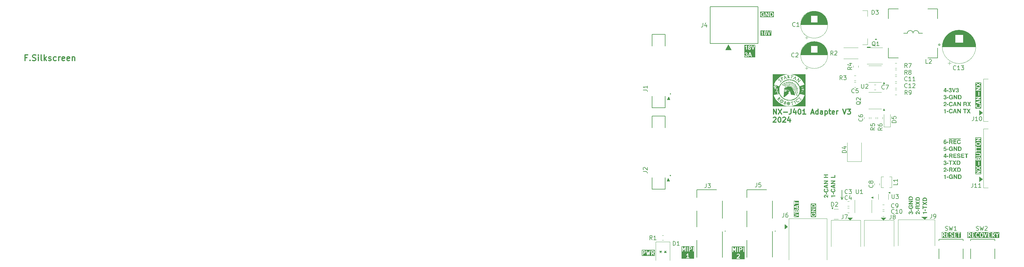
<source format=gbr>
%TF.GenerationSoftware,KiCad,Pcbnew,8.0.4-8.0.4-0~ubuntu22.04.1*%
%TF.CreationDate,2024-07-28T20:09:32-07:00*%
%TF.ProjectId,NX-J401-Adapter,4e582d4a-3430-4312-9d41-646170746572,1*%
%TF.SameCoordinates,Original*%
%TF.FileFunction,Legend,Top*%
%TF.FilePolarity,Positive*%
%FSLAX46Y46*%
G04 Gerber Fmt 4.6, Leading zero omitted, Abs format (unit mm)*
G04 Created by KiCad (PCBNEW 8.0.4-8.0.4-0~ubuntu22.04.1) date 2024-07-28 20:09:32*
%MOMM*%
%LPD*%
G01*
G04 APERTURE LIST*
%ADD10C,0.150000*%
%ADD11C,0.200000*%
%ADD12C,0.304800*%
%ADD13C,0.254000*%
%ADD14C,0.300000*%
%ADD15C,0.203200*%
%ADD16C,0.120000*%
%ADD17C,0.127000*%
%ADD18C,0.100000*%
%ADD19C,0.000000*%
%ADD20C,0.152400*%
G04 APERTURE END LIST*
D10*
X264922000Y-148310600D02*
X264160000Y-148945600D01*
X264160000Y-147675600D01*
X264922000Y-148310600D01*
G36*
X264922000Y-148310600D02*
G01*
X264160000Y-148945600D01*
X264160000Y-147675600D01*
X264922000Y-148310600D01*
G37*
X281508200Y-137058400D02*
X281508200Y-140004800D01*
X304888608Y-89142635D02*
X306057008Y-89142635D01*
X228981000Y-134366000D02*
X228219000Y-134366000D01*
X228600000Y-133477000D01*
X228981000Y-134366000D01*
G36*
X228981000Y-134366000D02*
G01*
X228219000Y-134366000D01*
X228600000Y-133477000D01*
X228981000Y-134366000D01*
G37*
X281508200Y-140004800D02*
X281889200Y-139141200D01*
X303161408Y-89142635D02*
G75*
G02*
X304888608Y-89142635I863600J0D01*
G01*
X229108000Y-109474000D02*
X228346000Y-109474000D01*
X228727000Y-108585000D01*
X229108000Y-109474000D01*
G36*
X229108000Y-109474000D02*
G01*
X228346000Y-109474000D01*
X228727000Y-108585000D01*
X229108000Y-109474000D01*
G37*
X281508200Y-140004800D02*
X281127200Y-139141200D01*
X300265808Y-89142635D02*
X301434208Y-89142635D01*
X301434208Y-89142635D02*
G75*
G02*
X303161408Y-89142635I863600J0D01*
G01*
D11*
G36*
X272844913Y-141628071D02*
G01*
X272918743Y-141632497D01*
X272985065Y-141642233D01*
X273061815Y-141663476D01*
X273125217Y-141694161D01*
X273175271Y-141734287D01*
X273219068Y-141797721D01*
X273239090Y-141859090D01*
X273245764Y-141929900D01*
X273245764Y-142170916D01*
X272389954Y-142170916D01*
X272389954Y-141929900D01*
X272393722Y-141875907D01*
X272410467Y-141812178D01*
X272440609Y-141757890D01*
X272484146Y-141713043D01*
X272541081Y-141677638D01*
X272611411Y-141651675D01*
X272672950Y-141638398D01*
X272742025Y-141630432D01*
X272818634Y-141627776D01*
X272844913Y-141628071D01*
G37*
G36*
X273647743Y-145357767D02*
G01*
X272000382Y-145357767D01*
X272000382Y-144585733D01*
X272141493Y-144585733D01*
X272142233Y-144620411D01*
X272148156Y-144687295D01*
X272160001Y-144750884D01*
X272177769Y-144811177D01*
X272208308Y-144881908D01*
X272248101Y-144947490D01*
X272286598Y-144996248D01*
X272331018Y-145041710D01*
X272380115Y-145082713D01*
X272432799Y-145118249D01*
X272489069Y-145148318D01*
X272548926Y-145172920D01*
X272612369Y-145192054D01*
X272679399Y-145205722D01*
X272750015Y-145213923D01*
X272824218Y-145216656D01*
X272896734Y-145213961D01*
X272966013Y-145205877D01*
X273032054Y-145192403D01*
X273094857Y-145173540D01*
X273154423Y-145149287D01*
X273210751Y-145119645D01*
X273263842Y-145084613D01*
X273313695Y-145044191D01*
X273358915Y-144999636D01*
X273406961Y-144939893D01*
X273445586Y-144875651D01*
X273474790Y-144806912D01*
X273494574Y-144733673D01*
X273503618Y-144671844D01*
X273506632Y-144607136D01*
X273505852Y-144574716D01*
X273498390Y-144506273D01*
X273483028Y-144444063D01*
X273456692Y-144382249D01*
X273435787Y-144347986D01*
X273396700Y-144298962D01*
X273348339Y-144252784D01*
X273297565Y-144214127D01*
X273469100Y-144182178D01*
X273469100Y-144021190D01*
X272765282Y-144021190D01*
X272765282Y-144542927D01*
X272988618Y-144542927D01*
X272988618Y-144246387D01*
X272992946Y-144246855D01*
X273054378Y-144259337D01*
X273112693Y-144283920D01*
X273153057Y-144310103D01*
X273197685Y-144353712D01*
X273217051Y-144381462D01*
X273246694Y-144439324D01*
X273254258Y-144459042D01*
X273271820Y-144519042D01*
X273278023Y-144577048D01*
X273276012Y-144616776D01*
X273262812Y-144681939D01*
X273237293Y-144741551D01*
X273199454Y-144795611D01*
X273149295Y-144844120D01*
X273141180Y-144850551D01*
X273080472Y-144889853D01*
X273023003Y-144915578D01*
X272960517Y-144933953D01*
X272893014Y-144944978D01*
X272820496Y-144948653D01*
X272807402Y-144948558D01*
X272744614Y-144945229D01*
X272675167Y-144934957D01*
X272612154Y-144917836D01*
X272546771Y-144889206D01*
X272490145Y-144851254D01*
X272462083Y-144825775D01*
X272421977Y-144775752D01*
X272393330Y-144718812D01*
X272376142Y-144654956D01*
X272370412Y-144584182D01*
X272373679Y-144526938D01*
X272386950Y-144462757D01*
X272416350Y-144396556D01*
X272460450Y-144342154D01*
X272519250Y-144299552D01*
X272579479Y-144273063D01*
X272579479Y-144021190D01*
X272554566Y-144024826D01*
X272483767Y-144041682D01*
X272418878Y-144067458D01*
X272359900Y-144102154D01*
X272306832Y-144145771D01*
X272259675Y-144198308D01*
X272219512Y-144258144D01*
X272187658Y-144323890D01*
X272167461Y-144383194D01*
X272153034Y-144446603D01*
X272144378Y-144514115D01*
X272141493Y-144585733D01*
X272000382Y-144585733D01*
X272000382Y-142986401D01*
X272166618Y-142986401D01*
X273052827Y-142986401D01*
X272166618Y-143502555D01*
X272166618Y-143777692D01*
X273469100Y-143777692D01*
X273469100Y-143509689D01*
X272568623Y-143509689D01*
X273469100Y-142986401D01*
X273469100Y-142718399D01*
X272166618Y-142718399D01*
X272166618Y-142986401D01*
X272000382Y-142986401D01*
X272000382Y-141929900D01*
X272166618Y-141929900D01*
X272166618Y-142438919D01*
X273469100Y-142438919D01*
X273469100Y-141929900D01*
X273468506Y-141894997D01*
X273463756Y-141828879D01*
X273451139Y-141753142D01*
X273431101Y-141685084D01*
X273403642Y-141624704D01*
X273368761Y-141572004D01*
X273317107Y-141518900D01*
X273281140Y-141490462D01*
X273216180Y-141449282D01*
X273159696Y-141421932D01*
X273099200Y-141399555D01*
X273034690Y-141382151D01*
X272966168Y-141369719D01*
X272893632Y-141362260D01*
X272817083Y-141359773D01*
X272759820Y-141361172D01*
X272686802Y-141367388D01*
X272617594Y-141378576D01*
X272552195Y-141394738D01*
X272490606Y-141415872D01*
X272432826Y-141441978D01*
X272378855Y-141473058D01*
X272316750Y-141518900D01*
X272307069Y-141527281D01*
X272263722Y-141572858D01*
X272228795Y-141624554D01*
X272202290Y-141682369D01*
X272186684Y-141734365D01*
X272174456Y-141800738D01*
X272168325Y-141866741D01*
X272166618Y-141929900D01*
X272000382Y-141929900D01*
X272000382Y-141218662D01*
X273647743Y-141218662D01*
X273647743Y-145357767D01*
G37*
G36*
X276413018Y-138525981D02*
G01*
X276477025Y-138530434D01*
X276543024Y-138545618D01*
X276604404Y-138571578D01*
X276660000Y-138605609D01*
X276709072Y-138645431D01*
X276748021Y-138686658D01*
X276786874Y-138735044D01*
X276826917Y-138788748D01*
X276855347Y-138829655D01*
X276893369Y-138883817D01*
X276933921Y-138936496D01*
X276962362Y-138970791D01*
X277006258Y-139016200D01*
X277058463Y-139055173D01*
X277081164Y-139067259D01*
X277081164Y-138531254D01*
X277304500Y-138531254D01*
X277304500Y-139392337D01*
X277241436Y-139387121D01*
X277174284Y-139376376D01*
X277114049Y-139360615D01*
X277053678Y-139336459D01*
X277026881Y-139321924D01*
X276974789Y-139284876D01*
X276928222Y-139242313D01*
X276880735Y-139190279D01*
X276839299Y-139138142D01*
X276811300Y-139099519D01*
X276767403Y-139037896D01*
X276727216Y-138983695D01*
X276683890Y-138928450D01*
X276640097Y-138877505D01*
X276594478Y-138833377D01*
X276536551Y-138798408D01*
X276474867Y-138780532D01*
X276418291Y-138775993D01*
X276352963Y-138782666D01*
X276294890Y-138804959D01*
X276269091Y-138823451D01*
X276229905Y-138875764D01*
X276214977Y-138939224D01*
X276214497Y-138954661D01*
X276224275Y-139017924D01*
X276256675Y-139071970D01*
X276273743Y-139087732D01*
X276329257Y-139118460D01*
X276394040Y-139132920D01*
X276437833Y-139135191D01*
X276479088Y-139135191D01*
X276479088Y-139374656D01*
X276434421Y-139376207D01*
X276362502Y-139372347D01*
X276296799Y-139360766D01*
X276237312Y-139341464D01*
X276175767Y-139309186D01*
X276122682Y-139266400D01*
X276079170Y-139214204D01*
X276046346Y-139153695D01*
X276024209Y-139084875D01*
X276013740Y-139019270D01*
X276011014Y-138959934D01*
X276014841Y-138887830D01*
X276026325Y-138821571D01*
X276045463Y-138761157D01*
X276077467Y-138698061D01*
X276119890Y-138642922D01*
X276171130Y-138597356D01*
X276229584Y-138562982D01*
X276295252Y-138539799D01*
X276357279Y-138528836D01*
X276413018Y-138525981D01*
G37*
G36*
X276693428Y-137926076D02*
G01*
X276934755Y-137926076D01*
X276934755Y-138411831D01*
X276693428Y-138411831D01*
X276693428Y-137926076D01*
G37*
G36*
X276443416Y-136910519D02*
G01*
X276375949Y-136930577D01*
X276319917Y-136959344D01*
X276267772Y-137005359D01*
X276232095Y-137063916D01*
X276212883Y-137135013D01*
X276209224Y-137189379D01*
X276215043Y-137255657D01*
X276232498Y-137315256D01*
X276266696Y-137375190D01*
X276316094Y-137426400D01*
X276330818Y-137437840D01*
X276388422Y-137472649D01*
X276455109Y-137498908D01*
X276519500Y-137514611D01*
X276590565Y-137524033D01*
X276654883Y-137527087D01*
X276668303Y-137527174D01*
X276732528Y-137525061D01*
X276803600Y-137516948D01*
X276868129Y-137502749D01*
X276935143Y-137478494D01*
X276993251Y-137445956D01*
X277000825Y-137440631D01*
X277047479Y-137399353D01*
X277086766Y-137344144D01*
X277111087Y-137280367D01*
X277120090Y-137217532D01*
X277120558Y-137198374D01*
X277115184Y-137132009D01*
X277096609Y-137067536D01*
X277064767Y-137012816D01*
X277052627Y-136998303D01*
X277004596Y-136957475D01*
X276945418Y-136928825D01*
X276882626Y-136913452D01*
X276859689Y-136910519D01*
X276859689Y-136649651D01*
X276927233Y-136656980D01*
X276990277Y-136671019D01*
X277048824Y-136691767D01*
X277113142Y-136725522D01*
X277170982Y-136768939D01*
X277214235Y-136812500D01*
X277258825Y-136871965D01*
X277288937Y-136926534D01*
X277312642Y-136985663D01*
X277329940Y-137049350D01*
X277340832Y-137117596D01*
X277345316Y-137190401D01*
X277345444Y-137205509D01*
X277342585Y-137271608D01*
X277334006Y-137334198D01*
X277315240Y-137407501D01*
X277287538Y-137475322D01*
X277250901Y-137537659D01*
X277205326Y-137594514D01*
X277162433Y-137636050D01*
X277102031Y-137681892D01*
X277035207Y-137719965D01*
X276977125Y-137744828D01*
X276914932Y-137764719D01*
X276848629Y-137779637D01*
X276778216Y-137789582D01*
X276703694Y-137794555D01*
X276664891Y-137795177D01*
X276587862Y-137792666D01*
X276514973Y-137785134D01*
X276446223Y-137772581D01*
X276381611Y-137755007D01*
X276321139Y-137732412D01*
X276264806Y-137704796D01*
X276200210Y-137663214D01*
X276164557Y-137634499D01*
X276111566Y-137581404D01*
X276067557Y-137522734D01*
X276032529Y-137458491D01*
X276006482Y-137388675D01*
X275989417Y-137313285D01*
X275982232Y-137248959D01*
X275980615Y-137198374D01*
X275983629Y-137128382D01*
X275992671Y-137062449D01*
X276007742Y-137000575D01*
X276033783Y-136931684D01*
X276068505Y-136868638D01*
X276104070Y-136820565D01*
X276153521Y-136769765D01*
X276209515Y-136728104D01*
X276272052Y-136695582D01*
X276341132Y-136672198D01*
X276403697Y-136659692D01*
X276443416Y-136655234D01*
X276443416Y-136910519D01*
G37*
G36*
X277304500Y-135632543D02*
G01*
X277041770Y-135718155D01*
X277041770Y-136206081D01*
X277304500Y-136293555D01*
X277304500Y-136566831D01*
X276002018Y-136104340D01*
X276002018Y-135961343D01*
X276309415Y-135961343D01*
X276818434Y-136131016D01*
X276818434Y-135791670D01*
X276309415Y-135961343D01*
X276002018Y-135961343D01*
X276002018Y-135807489D01*
X277304500Y-135357406D01*
X277304500Y-135632543D01*
G37*
G36*
X277304500Y-134412262D02*
G01*
X276404023Y-134935550D01*
X277304500Y-134935550D01*
X277304500Y-135203553D01*
X276002018Y-135203553D01*
X276002018Y-134928415D01*
X276888227Y-134412262D01*
X276002018Y-134412262D01*
X276002018Y-134144259D01*
X277304500Y-134144259D01*
X277304500Y-134412262D01*
G37*
G36*
X276712970Y-132586803D02*
G01*
X276712970Y-133102957D01*
X277304500Y-133102957D01*
X277304500Y-133370959D01*
X276002018Y-133370959D01*
X276002018Y-133102957D01*
X276489635Y-133102957D01*
X276489635Y-132588354D01*
X276002018Y-132588354D01*
X276002018Y-132318800D01*
X277304500Y-132318800D01*
X277304500Y-132586803D01*
X276712970Y-132586803D01*
G37*
G36*
X278564299Y-139020731D02*
G01*
X278564299Y-139324406D01*
X278398348Y-139324406D01*
X278394800Y-139246422D01*
X278384157Y-139176872D01*
X278366418Y-139115755D01*
X278334266Y-139051219D01*
X278291028Y-138999859D01*
X278236702Y-138961676D01*
X278171290Y-138936670D01*
X278171290Y-138770719D01*
X279438100Y-138770719D01*
X279438100Y-139020731D01*
X278564299Y-139020731D01*
G37*
G36*
X278827028Y-137926076D02*
G01*
X279068355Y-137926076D01*
X279068355Y-138411831D01*
X278827028Y-138411831D01*
X278827028Y-137926076D01*
G37*
G36*
X278577016Y-136910519D02*
G01*
X278509549Y-136930577D01*
X278453517Y-136959344D01*
X278401372Y-137005359D01*
X278365695Y-137063916D01*
X278346483Y-137135013D01*
X278342824Y-137189379D01*
X278348643Y-137255657D01*
X278366098Y-137315256D01*
X278400296Y-137375190D01*
X278449694Y-137426400D01*
X278464418Y-137437840D01*
X278522022Y-137472649D01*
X278588709Y-137498908D01*
X278653100Y-137514611D01*
X278724165Y-137524033D01*
X278788483Y-137527087D01*
X278801903Y-137527174D01*
X278866128Y-137525061D01*
X278937200Y-137516948D01*
X279001729Y-137502749D01*
X279068743Y-137478494D01*
X279126851Y-137445956D01*
X279134425Y-137440631D01*
X279181079Y-137399353D01*
X279220366Y-137344144D01*
X279244687Y-137280367D01*
X279253690Y-137217532D01*
X279254158Y-137198374D01*
X279248784Y-137132009D01*
X279230209Y-137067536D01*
X279198367Y-137012816D01*
X279186227Y-136998303D01*
X279138196Y-136957475D01*
X279079018Y-136928825D01*
X279016226Y-136913452D01*
X278993289Y-136910519D01*
X278993289Y-136649651D01*
X279060833Y-136656980D01*
X279123877Y-136671019D01*
X279182424Y-136691767D01*
X279246742Y-136725522D01*
X279304582Y-136768939D01*
X279347835Y-136812500D01*
X279392425Y-136871965D01*
X279422537Y-136926534D01*
X279446242Y-136985663D01*
X279463540Y-137049350D01*
X279474432Y-137117596D01*
X279478916Y-137190401D01*
X279479044Y-137205509D01*
X279476185Y-137271608D01*
X279467606Y-137334198D01*
X279448840Y-137407501D01*
X279421138Y-137475322D01*
X279384501Y-137537659D01*
X279338926Y-137594514D01*
X279296033Y-137636050D01*
X279235631Y-137681892D01*
X279168807Y-137719965D01*
X279110725Y-137744828D01*
X279048532Y-137764719D01*
X278982229Y-137779637D01*
X278911816Y-137789582D01*
X278837294Y-137794555D01*
X278798491Y-137795177D01*
X278721462Y-137792666D01*
X278648573Y-137785134D01*
X278579823Y-137772581D01*
X278515211Y-137755007D01*
X278454739Y-137732412D01*
X278398406Y-137704796D01*
X278333810Y-137663214D01*
X278298157Y-137634499D01*
X278245166Y-137581404D01*
X278201157Y-137522734D01*
X278166129Y-137458491D01*
X278140082Y-137388675D01*
X278123017Y-137313285D01*
X278115832Y-137248959D01*
X278114215Y-137198374D01*
X278117229Y-137128382D01*
X278126271Y-137062449D01*
X278141342Y-137000575D01*
X278167383Y-136931684D01*
X278202105Y-136868638D01*
X278237670Y-136820565D01*
X278287121Y-136769765D01*
X278343115Y-136728104D01*
X278405652Y-136695582D01*
X278474732Y-136672198D01*
X278537297Y-136659692D01*
X278577016Y-136655234D01*
X278577016Y-136910519D01*
G37*
G36*
X279438100Y-135632543D02*
G01*
X279175370Y-135718155D01*
X279175370Y-136206081D01*
X279438100Y-136293555D01*
X279438100Y-136566831D01*
X278135618Y-136104340D01*
X278135618Y-135961343D01*
X278443015Y-135961343D01*
X278952034Y-136131016D01*
X278952034Y-135791670D01*
X278443015Y-135961343D01*
X278135618Y-135961343D01*
X278135618Y-135807489D01*
X279438100Y-135357406D01*
X279438100Y-135632543D01*
G37*
G36*
X279438100Y-134412262D02*
G01*
X278537623Y-134935550D01*
X279438100Y-134935550D01*
X279438100Y-135203553D01*
X278135618Y-135203553D01*
X278135618Y-134928415D01*
X279021827Y-134412262D01*
X278135618Y-134412262D01*
X278135618Y-134144259D01*
X279438100Y-134144259D01*
X279438100Y-134412262D01*
G37*
G36*
X278135618Y-133102957D02*
G01*
X279214764Y-133102957D01*
X279214764Y-132479478D01*
X279438100Y-132479478D01*
X279438100Y-133370959D01*
X278135618Y-133370959D01*
X278135618Y-133102957D01*
G37*
G36*
X253621791Y-95818034D02*
G01*
X253282445Y-95818034D01*
X253452118Y-95309015D01*
X253621791Y-95818034D01*
G37*
G36*
X253349767Y-93582881D02*
G01*
X253412872Y-93601390D01*
X253462975Y-93639147D01*
X253486452Y-93670650D01*
X253510296Y-93732511D01*
X253516637Y-93795172D01*
X253514718Y-93828116D01*
X253497391Y-93890890D01*
X253462044Y-93941891D01*
X253436408Y-93963405D01*
X253379505Y-93989340D01*
X253316256Y-93997104D01*
X253288763Y-93995756D01*
X253225787Y-93979634D01*
X253171708Y-93941891D01*
X253150798Y-93915729D01*
X253125592Y-93857219D01*
X253118045Y-93791759D01*
X253120643Y-93751439D01*
X253137182Y-93691091D01*
X253172328Y-93638216D01*
X253197875Y-93615856D01*
X253254140Y-93588901D01*
X253316256Y-93580831D01*
X253349767Y-93582881D01*
G37*
G36*
X253335456Y-93079355D02*
G01*
X253400188Y-93092078D01*
X253455840Y-93125475D01*
X253459027Y-93128390D01*
X253496260Y-93182198D01*
X253507642Y-93244897D01*
X253507436Y-93253944D01*
X253492759Y-93315148D01*
X253454910Y-93364630D01*
X253441266Y-93375535D01*
X253381902Y-93403479D01*
X253319978Y-93411158D01*
X253304492Y-93410744D01*
X253239505Y-93397852D01*
X253183185Y-93364010D01*
X253176799Y-93357977D01*
X253142039Y-93306319D01*
X253130453Y-93243346D01*
X253130504Y-93238779D01*
X253143636Y-93176888D01*
X253183185Y-93124544D01*
X253196857Y-93113857D01*
X253256849Y-93086472D01*
X253319978Y-93078946D01*
X253335456Y-93079355D01*
G37*
G36*
X255106328Y-96486155D02*
G01*
X251751690Y-96486155D01*
X251751690Y-95932494D01*
X251892801Y-95932494D01*
X251896147Y-95989730D01*
X251907459Y-96053416D01*
X251930718Y-96120824D01*
X251964812Y-96180811D01*
X252009742Y-96233377D01*
X252064025Y-96276888D01*
X252125908Y-96309712D01*
X252184998Y-96329341D01*
X252249673Y-96341119D01*
X252319930Y-96345044D01*
X252392787Y-96341184D01*
X252459908Y-96329603D01*
X252521292Y-96310301D01*
X252533658Y-96304100D01*
X252846630Y-96304100D01*
X253119906Y-96304100D01*
X253207379Y-96041370D01*
X253695306Y-96041370D01*
X253780918Y-96304100D01*
X254056055Y-96304100D01*
X253605972Y-95001618D01*
X253309121Y-95001618D01*
X253019224Y-95818034D01*
X252846630Y-96304100D01*
X252533658Y-96304100D01*
X252585658Y-96278024D01*
X252642216Y-96235238D01*
X252683223Y-96191388D01*
X252720341Y-96133477D01*
X252745911Y-96068293D01*
X252758637Y-96006632D01*
X252762879Y-95939628D01*
X252758002Y-95873810D01*
X252741372Y-95809247D01*
X252712939Y-95752895D01*
X252706472Y-95743490D01*
X252662892Y-95695141D01*
X252611505Y-95656149D01*
X252555674Y-95625097D01*
X252591642Y-95600555D01*
X252642598Y-95556688D01*
X252682541Y-95506605D01*
X252697890Y-95477627D01*
X252716395Y-95417668D01*
X252721935Y-95355233D01*
X252721828Y-95345485D01*
X252715110Y-95280710D01*
X252694638Y-95214097D01*
X252660517Y-95155394D01*
X252612748Y-95104601D01*
X252576892Y-95077525D01*
X252520535Y-95047328D01*
X252456994Y-95026125D01*
X252386270Y-95013918D01*
X252319930Y-95010614D01*
X252275585Y-95012098D01*
X252213536Y-95019609D01*
X252164413Y-95031568D01*
X252105280Y-95054350D01*
X252055044Y-95082304D01*
X252006020Y-95123212D01*
X252000841Y-95128689D01*
X251963425Y-95181576D01*
X251936538Y-95241084D01*
X251923192Y-95285148D01*
X251912193Y-95349626D01*
X251908931Y-95414479D01*
X251908931Y-95435882D01*
X252141262Y-95435882D01*
X252144298Y-95389366D01*
X252155308Y-95327366D01*
X252180346Y-95268070D01*
X252193105Y-95252075D01*
X252249556Y-95220354D01*
X252314347Y-95212546D01*
X252377224Y-95222157D01*
X252430357Y-95256283D01*
X252432896Y-95259050D01*
X252463716Y-95316479D01*
X252471613Y-95378497D01*
X252471396Y-95390272D01*
X252461015Y-95453071D01*
X252429221Y-95509328D01*
X252376231Y-95547269D01*
X252313942Y-95565211D01*
X252250138Y-95569884D01*
X252228735Y-95569884D01*
X252228735Y-95737695D01*
X252246414Y-95737805D01*
X252313572Y-95740797D01*
X252375144Y-95750103D01*
X252428365Y-95774194D01*
X252475335Y-95818965D01*
X252503484Y-95874566D01*
X252512868Y-95939628D01*
X252512044Y-95960168D01*
X252496183Y-96024579D01*
X252460136Y-96077352D01*
X252442937Y-96092722D01*
X252387128Y-96121899D01*
X252325204Y-96130704D01*
X252283159Y-96127607D01*
X252222198Y-96107283D01*
X252172195Y-96060827D01*
X252145649Y-95999854D01*
X252135678Y-95932494D01*
X251892801Y-95932494D01*
X251751690Y-95932494D01*
X251751690Y-93130748D01*
X251962593Y-93130748D01*
X251962593Y-93296699D01*
X252266268Y-93296699D01*
X252266268Y-94170500D01*
X252516280Y-94170500D01*
X252516280Y-93806028D01*
X252868033Y-93806028D01*
X252871085Y-93860785D01*
X252882805Y-93922115D01*
X252907586Y-93987630D01*
X252944331Y-94046644D01*
X252993039Y-94099156D01*
X253008958Y-94112754D01*
X253060234Y-94148282D01*
X253116787Y-94175916D01*
X253178619Y-94195654D01*
X253245729Y-94207497D01*
X253318117Y-94211444D01*
X253342645Y-94211002D01*
X253412782Y-94204368D01*
X253477751Y-94189774D01*
X253537551Y-94167218D01*
X253592182Y-94136702D01*
X253641643Y-94098226D01*
X253677656Y-94061157D01*
X253717819Y-94003919D01*
X253746018Y-93940446D01*
X253762254Y-93870739D01*
X253766649Y-93806028D01*
X253761833Y-93739168D01*
X253745409Y-93673739D01*
X253717329Y-93616813D01*
X253710969Y-93607268D01*
X253667629Y-93557279D01*
X253615951Y-93515525D01*
X253559443Y-93480951D01*
X253582673Y-93467604D01*
X253635484Y-93428650D01*
X253680107Y-93379829D01*
X253699241Y-93347395D01*
X253718675Y-93284022D01*
X253723843Y-93220082D01*
X253723730Y-93210865D01*
X253714716Y-93140704D01*
X253691277Y-93076902D01*
X253653415Y-93019459D01*
X253608453Y-92974413D01*
X253571021Y-92946354D01*
X253513681Y-92915060D01*
X253450581Y-92893088D01*
X253381722Y-92880438D01*
X253318117Y-92877014D01*
X253274875Y-92878536D01*
X253203819Y-92888523D01*
X253138641Y-92907832D01*
X253079341Y-92936462D01*
X253025919Y-92974413D01*
X253011984Y-92986793D01*
X252970290Y-93033347D01*
X252936125Y-93092694D01*
X252916346Y-93158595D01*
X252910839Y-93221633D01*
X252911586Y-93243346D01*
X252911794Y-93249390D01*
X252923206Y-93314610D01*
X252949923Y-93373625D01*
X252972528Y-93403132D01*
X253021666Y-93447276D01*
X253075239Y-93480951D01*
X253061862Y-93488388D01*
X253007424Y-93523595D01*
X252957988Y-93566052D01*
X252917043Y-93616813D01*
X252889140Y-93673739D01*
X252872819Y-93739168D01*
X252869054Y-93791759D01*
X252868033Y-93806028D01*
X252516280Y-93806028D01*
X252516280Y-92903690D01*
X252350329Y-92903690D01*
X252325323Y-92969102D01*
X252287140Y-93023428D01*
X252235780Y-93066666D01*
X252171244Y-93098818D01*
X252110127Y-93116557D01*
X252040577Y-93127200D01*
X251962593Y-93130748D01*
X251751690Y-93130748D01*
X251751690Y-92868018D01*
X253851951Y-92868018D01*
X254291488Y-94170500D01*
X254518546Y-94170500D01*
X254965217Y-92868018D01*
X254695353Y-92868018D01*
X254411221Y-93848834D01*
X254121815Y-92868018D01*
X253851951Y-92868018D01*
X251751690Y-92868018D01*
X251751690Y-92726907D01*
X255106328Y-92726907D01*
X255106328Y-96486155D01*
G37*
G36*
X260079092Y-82960522D02*
G01*
X260142821Y-82977267D01*
X260197109Y-83007409D01*
X260241956Y-83050946D01*
X260277361Y-83107881D01*
X260303324Y-83178211D01*
X260316601Y-83239750D01*
X260324567Y-83308825D01*
X260327223Y-83385434D01*
X260326928Y-83411713D01*
X260322502Y-83485543D01*
X260312766Y-83551865D01*
X260291523Y-83628615D01*
X260260838Y-83692017D01*
X260220712Y-83742071D01*
X260157278Y-83785868D01*
X260095909Y-83805890D01*
X260025099Y-83812564D01*
X259784083Y-83812564D01*
X259784083Y-82956754D01*
X260025099Y-82956754D01*
X260079092Y-82960522D01*
G37*
G36*
X260736337Y-84214543D02*
G01*
X256597232Y-84214543D01*
X256597232Y-83391018D01*
X256738343Y-83391018D01*
X256741038Y-83463534D01*
X256749122Y-83532813D01*
X256762596Y-83598854D01*
X256781459Y-83661657D01*
X256805712Y-83721223D01*
X256835354Y-83777551D01*
X256870386Y-83830642D01*
X256910808Y-83880495D01*
X256955363Y-83925715D01*
X257015106Y-83973761D01*
X257079348Y-84012386D01*
X257148087Y-84041590D01*
X257221326Y-84061374D01*
X257283155Y-84070418D01*
X257347863Y-84073432D01*
X257380283Y-84072652D01*
X257448726Y-84065190D01*
X257510936Y-84049828D01*
X257572750Y-84023492D01*
X257607013Y-84002587D01*
X257656037Y-83963500D01*
X257702215Y-83915139D01*
X257740872Y-83864365D01*
X257772821Y-84035900D01*
X257933809Y-84035900D01*
X258177307Y-84035900D01*
X258445310Y-84035900D01*
X258445310Y-83135423D01*
X258968598Y-84035900D01*
X259236600Y-84035900D01*
X259236600Y-83812564D01*
X259516080Y-83812564D01*
X259516080Y-84035900D01*
X260025099Y-84035900D01*
X260060002Y-84035306D01*
X260126120Y-84030556D01*
X260201857Y-84017939D01*
X260269915Y-83997901D01*
X260330295Y-83970442D01*
X260382995Y-83935561D01*
X260436099Y-83883907D01*
X260464537Y-83847940D01*
X260505717Y-83782980D01*
X260533067Y-83726496D01*
X260555444Y-83666000D01*
X260572848Y-83601490D01*
X260585280Y-83532968D01*
X260592739Y-83460432D01*
X260595226Y-83383883D01*
X260593827Y-83326620D01*
X260587611Y-83253602D01*
X260576423Y-83184394D01*
X260560261Y-83118995D01*
X260539127Y-83057406D01*
X260513021Y-82999626D01*
X260481941Y-82945655D01*
X260436099Y-82883550D01*
X260427718Y-82873869D01*
X260382141Y-82830522D01*
X260330445Y-82795595D01*
X260272630Y-82769090D01*
X260220634Y-82753484D01*
X260154261Y-82741256D01*
X260088258Y-82735125D01*
X260025099Y-82733418D01*
X259516080Y-82733418D01*
X259516080Y-83812564D01*
X259236600Y-83812564D01*
X259236600Y-82733418D01*
X258968598Y-82733418D01*
X258968598Y-83619627D01*
X258452444Y-82733418D01*
X258177307Y-82733418D01*
X258177307Y-84035900D01*
X257933809Y-84035900D01*
X257933809Y-83332082D01*
X257412072Y-83332082D01*
X257412072Y-83555418D01*
X257708612Y-83555418D01*
X257708144Y-83559746D01*
X257695662Y-83621178D01*
X257671079Y-83679493D01*
X257644896Y-83719857D01*
X257601287Y-83764485D01*
X257573537Y-83783851D01*
X257515675Y-83813494D01*
X257495957Y-83821058D01*
X257435957Y-83838620D01*
X257377951Y-83844823D01*
X257338223Y-83842812D01*
X257273060Y-83829612D01*
X257213448Y-83804093D01*
X257159388Y-83766254D01*
X257110879Y-83716095D01*
X257104448Y-83707980D01*
X257065146Y-83647272D01*
X257039421Y-83589803D01*
X257021046Y-83527317D01*
X257010021Y-83459814D01*
X257006346Y-83387296D01*
X257006441Y-83374202D01*
X257009770Y-83311414D01*
X257020042Y-83241967D01*
X257037163Y-83178954D01*
X257065793Y-83113571D01*
X257103745Y-83056945D01*
X257129224Y-83028883D01*
X257179247Y-82988777D01*
X257236187Y-82960130D01*
X257300043Y-82942942D01*
X257370817Y-82937212D01*
X257428061Y-82940479D01*
X257492242Y-82953750D01*
X257558443Y-82983150D01*
X257612845Y-83027250D01*
X257655447Y-83086050D01*
X257681936Y-83146279D01*
X257933809Y-83146279D01*
X257930173Y-83121366D01*
X257913317Y-83050567D01*
X257887541Y-82985678D01*
X257852845Y-82926700D01*
X257809228Y-82873632D01*
X257756691Y-82826475D01*
X257696855Y-82786312D01*
X257631109Y-82754458D01*
X257571805Y-82734261D01*
X257508396Y-82719834D01*
X257440884Y-82711178D01*
X257369266Y-82708293D01*
X257334588Y-82709033D01*
X257267704Y-82714956D01*
X257204115Y-82726801D01*
X257143822Y-82744569D01*
X257073091Y-82775108D01*
X257007509Y-82814901D01*
X256958751Y-82853398D01*
X256913289Y-82897818D01*
X256872286Y-82946915D01*
X256836750Y-82999599D01*
X256806681Y-83055869D01*
X256782079Y-83115726D01*
X256762945Y-83179169D01*
X256749277Y-83246199D01*
X256741076Y-83316815D01*
X256738343Y-83391018D01*
X256597232Y-83391018D01*
X256597232Y-82567182D01*
X260736337Y-82567182D01*
X260736337Y-84214543D01*
G37*
G36*
X258226567Y-89112481D02*
G01*
X258289672Y-89130990D01*
X258339775Y-89168747D01*
X258363252Y-89200250D01*
X258387096Y-89262111D01*
X258393437Y-89324772D01*
X258391518Y-89357716D01*
X258374191Y-89420490D01*
X258338844Y-89471491D01*
X258313208Y-89493005D01*
X258256305Y-89518940D01*
X258193056Y-89526704D01*
X258165563Y-89525356D01*
X258102587Y-89509234D01*
X258048508Y-89471491D01*
X258027598Y-89445329D01*
X258002392Y-89386819D01*
X257994845Y-89321359D01*
X257997443Y-89281039D01*
X258013982Y-89220691D01*
X258049128Y-89167816D01*
X258074675Y-89145456D01*
X258130940Y-89118501D01*
X258193056Y-89110431D01*
X258226567Y-89112481D01*
G37*
G36*
X258212256Y-88608955D02*
G01*
X258276988Y-88621678D01*
X258332640Y-88655075D01*
X258335827Y-88657990D01*
X258373060Y-88711798D01*
X258384442Y-88774497D01*
X258384236Y-88783544D01*
X258369559Y-88844748D01*
X258331710Y-88894230D01*
X258318066Y-88905135D01*
X258258702Y-88933079D01*
X258196778Y-88940758D01*
X258181292Y-88940344D01*
X258116305Y-88927452D01*
X258059985Y-88893610D01*
X258053599Y-88887577D01*
X258018839Y-88835919D01*
X258007253Y-88772946D01*
X258007304Y-88768379D01*
X258020436Y-88706488D01*
X258059985Y-88654144D01*
X258073657Y-88643457D01*
X258133649Y-88616072D01*
X258196778Y-88608546D01*
X258212256Y-88608955D01*
G37*
G36*
X259983128Y-89882155D02*
G01*
X256698282Y-89882155D01*
X256698282Y-88660348D01*
X256839393Y-88660348D01*
X256839393Y-88826299D01*
X257143068Y-88826299D01*
X257143068Y-89700100D01*
X257393080Y-89700100D01*
X257393080Y-89335628D01*
X257744833Y-89335628D01*
X257747885Y-89390385D01*
X257759605Y-89451715D01*
X257784386Y-89517230D01*
X257821131Y-89576244D01*
X257869839Y-89628756D01*
X257885758Y-89642354D01*
X257937034Y-89677882D01*
X257993587Y-89705516D01*
X258055419Y-89725254D01*
X258122529Y-89737097D01*
X258194917Y-89741044D01*
X258219445Y-89740602D01*
X258289582Y-89733968D01*
X258354551Y-89719374D01*
X258414351Y-89696818D01*
X258468982Y-89666302D01*
X258518443Y-89627826D01*
X258554456Y-89590757D01*
X258594619Y-89533519D01*
X258622818Y-89470046D01*
X258639054Y-89400339D01*
X258643449Y-89335628D01*
X258638633Y-89268768D01*
X258622209Y-89203339D01*
X258594129Y-89146413D01*
X258587769Y-89136868D01*
X258544429Y-89086879D01*
X258492751Y-89045125D01*
X258436243Y-89010551D01*
X258459473Y-88997204D01*
X258512284Y-88958250D01*
X258556907Y-88909429D01*
X258576041Y-88876995D01*
X258595475Y-88813622D01*
X258600643Y-88749682D01*
X258600530Y-88740465D01*
X258591516Y-88670304D01*
X258568077Y-88606502D01*
X258530215Y-88549059D01*
X258485253Y-88504013D01*
X258447821Y-88475954D01*
X258390481Y-88444660D01*
X258327381Y-88422688D01*
X258258522Y-88410038D01*
X258194917Y-88406614D01*
X258151675Y-88408136D01*
X258080619Y-88418123D01*
X258015441Y-88437432D01*
X257956141Y-88466062D01*
X257902719Y-88504013D01*
X257888784Y-88516393D01*
X257847090Y-88562947D01*
X257812925Y-88622294D01*
X257793146Y-88688195D01*
X257787639Y-88751233D01*
X257788386Y-88772946D01*
X257788594Y-88778990D01*
X257800006Y-88844210D01*
X257826723Y-88903225D01*
X257849328Y-88932732D01*
X257898466Y-88976876D01*
X257952039Y-89010551D01*
X257938662Y-89017988D01*
X257884224Y-89053195D01*
X257834788Y-89095652D01*
X257793843Y-89146413D01*
X257765940Y-89203339D01*
X257749619Y-89268768D01*
X257745854Y-89321359D01*
X257744833Y-89335628D01*
X257393080Y-89335628D01*
X257393080Y-88433290D01*
X257227129Y-88433290D01*
X257202123Y-88498702D01*
X257163940Y-88553028D01*
X257112580Y-88596266D01*
X257048044Y-88628418D01*
X256986927Y-88646157D01*
X256917377Y-88656800D01*
X256839393Y-88660348D01*
X256698282Y-88660348D01*
X256698282Y-88397618D01*
X258728751Y-88397618D01*
X259168288Y-89700100D01*
X259395346Y-89700100D01*
X259842017Y-88397618D01*
X259572153Y-88397618D01*
X259288021Y-89378434D01*
X258998615Y-88397618D01*
X258728751Y-88397618D01*
X256698282Y-88397618D01*
X256698282Y-88256507D01*
X259983128Y-88256507D01*
X259983128Y-89882155D01*
G37*
D12*
X260659383Y-113889404D02*
X260659383Y-112365404D01*
X260659383Y-112365404D02*
X261530240Y-113889404D01*
X261530240Y-113889404D02*
X261530240Y-112365404D01*
X262110811Y-112365404D02*
X263126811Y-113889404D01*
X263126811Y-112365404D02*
X262110811Y-113889404D01*
X263707383Y-113308833D02*
X264868526Y-113308833D01*
X266029668Y-112365404D02*
X266029668Y-113453975D01*
X266029668Y-113453975D02*
X265957097Y-113671690D01*
X265957097Y-113671690D02*
X265811954Y-113816833D01*
X265811954Y-113816833D02*
X265594240Y-113889404D01*
X265594240Y-113889404D02*
X265449097Y-113889404D01*
X267408526Y-112873404D02*
X267408526Y-113889404D01*
X267045668Y-112292833D02*
X266682811Y-113381404D01*
X266682811Y-113381404D02*
X267626240Y-113381404D01*
X268497097Y-112365404D02*
X268642240Y-112365404D01*
X268642240Y-112365404D02*
X268787383Y-112437975D01*
X268787383Y-112437975D02*
X268859955Y-112510547D01*
X268859955Y-112510547D02*
X268932526Y-112655690D01*
X268932526Y-112655690D02*
X269005097Y-112945975D01*
X269005097Y-112945975D02*
X269005097Y-113308833D01*
X269005097Y-113308833D02*
X268932526Y-113599118D01*
X268932526Y-113599118D02*
X268859955Y-113744261D01*
X268859955Y-113744261D02*
X268787383Y-113816833D01*
X268787383Y-113816833D02*
X268642240Y-113889404D01*
X268642240Y-113889404D02*
X268497097Y-113889404D01*
X268497097Y-113889404D02*
X268351955Y-113816833D01*
X268351955Y-113816833D02*
X268279383Y-113744261D01*
X268279383Y-113744261D02*
X268206812Y-113599118D01*
X268206812Y-113599118D02*
X268134240Y-113308833D01*
X268134240Y-113308833D02*
X268134240Y-112945975D01*
X268134240Y-112945975D02*
X268206812Y-112655690D01*
X268206812Y-112655690D02*
X268279383Y-112510547D01*
X268279383Y-112510547D02*
X268351955Y-112437975D01*
X268351955Y-112437975D02*
X268497097Y-112365404D01*
X270456526Y-113889404D02*
X269585669Y-113889404D01*
X270021098Y-113889404D02*
X270021098Y-112365404D01*
X270021098Y-112365404D02*
X269875955Y-112583118D01*
X269875955Y-112583118D02*
X269730812Y-112728261D01*
X269730812Y-112728261D02*
X269585669Y-112800833D01*
X272198241Y-113453975D02*
X272923956Y-113453975D01*
X272053098Y-113889404D02*
X272561098Y-112365404D01*
X272561098Y-112365404D02*
X273069098Y-113889404D01*
X274230242Y-113889404D02*
X274230242Y-112365404D01*
X274230242Y-113816833D02*
X274085099Y-113889404D01*
X274085099Y-113889404D02*
X273794813Y-113889404D01*
X273794813Y-113889404D02*
X273649670Y-113816833D01*
X273649670Y-113816833D02*
X273577099Y-113744261D01*
X273577099Y-113744261D02*
X273504527Y-113599118D01*
X273504527Y-113599118D02*
X273504527Y-113163690D01*
X273504527Y-113163690D02*
X273577099Y-113018547D01*
X273577099Y-113018547D02*
X273649670Y-112945975D01*
X273649670Y-112945975D02*
X273794813Y-112873404D01*
X273794813Y-112873404D02*
X274085099Y-112873404D01*
X274085099Y-112873404D02*
X274230242Y-112945975D01*
X275609099Y-113889404D02*
X275609099Y-113091118D01*
X275609099Y-113091118D02*
X275536527Y-112945975D01*
X275536527Y-112945975D02*
X275391384Y-112873404D01*
X275391384Y-112873404D02*
X275101099Y-112873404D01*
X275101099Y-112873404D02*
X274955956Y-112945975D01*
X275609099Y-113816833D02*
X275463956Y-113889404D01*
X275463956Y-113889404D02*
X275101099Y-113889404D01*
X275101099Y-113889404D02*
X274955956Y-113816833D01*
X274955956Y-113816833D02*
X274883384Y-113671690D01*
X274883384Y-113671690D02*
X274883384Y-113526547D01*
X274883384Y-113526547D02*
X274955956Y-113381404D01*
X274955956Y-113381404D02*
X275101099Y-113308833D01*
X275101099Y-113308833D02*
X275463956Y-113308833D01*
X275463956Y-113308833D02*
X275609099Y-113236261D01*
X276334813Y-112873404D02*
X276334813Y-114397404D01*
X276334813Y-112945975D02*
X276479956Y-112873404D01*
X276479956Y-112873404D02*
X276770241Y-112873404D01*
X276770241Y-112873404D02*
X276915384Y-112945975D01*
X276915384Y-112945975D02*
X276987956Y-113018547D01*
X276987956Y-113018547D02*
X277060527Y-113163690D01*
X277060527Y-113163690D02*
X277060527Y-113599118D01*
X277060527Y-113599118D02*
X276987956Y-113744261D01*
X276987956Y-113744261D02*
X276915384Y-113816833D01*
X276915384Y-113816833D02*
X276770241Y-113889404D01*
X276770241Y-113889404D02*
X276479956Y-113889404D01*
X276479956Y-113889404D02*
X276334813Y-113816833D01*
X277495955Y-112873404D02*
X278076527Y-112873404D01*
X277713670Y-112365404D02*
X277713670Y-113671690D01*
X277713670Y-113671690D02*
X277786241Y-113816833D01*
X277786241Y-113816833D02*
X277931384Y-113889404D01*
X277931384Y-113889404D02*
X278076527Y-113889404D01*
X279165098Y-113816833D02*
X279019955Y-113889404D01*
X279019955Y-113889404D02*
X278729670Y-113889404D01*
X278729670Y-113889404D02*
X278584527Y-113816833D01*
X278584527Y-113816833D02*
X278511955Y-113671690D01*
X278511955Y-113671690D02*
X278511955Y-113091118D01*
X278511955Y-113091118D02*
X278584527Y-112945975D01*
X278584527Y-112945975D02*
X278729670Y-112873404D01*
X278729670Y-112873404D02*
X279019955Y-112873404D01*
X279019955Y-112873404D02*
X279165098Y-112945975D01*
X279165098Y-112945975D02*
X279237670Y-113091118D01*
X279237670Y-113091118D02*
X279237670Y-113236261D01*
X279237670Y-113236261D02*
X278511955Y-113381404D01*
X279890813Y-113889404D02*
X279890813Y-112873404D01*
X279890813Y-113163690D02*
X279963384Y-113018547D01*
X279963384Y-113018547D02*
X280035956Y-112945975D01*
X280035956Y-112945975D02*
X280181098Y-112873404D01*
X280181098Y-112873404D02*
X280326241Y-112873404D01*
X281777670Y-112365404D02*
X282285670Y-113889404D01*
X282285670Y-113889404D02*
X282793670Y-112365404D01*
X283156528Y-112365404D02*
X284099956Y-112365404D01*
X284099956Y-112365404D02*
X283591956Y-112945975D01*
X283591956Y-112945975D02*
X283809671Y-112945975D01*
X283809671Y-112945975D02*
X283954814Y-113018547D01*
X283954814Y-113018547D02*
X284027385Y-113091118D01*
X284027385Y-113091118D02*
X284099956Y-113236261D01*
X284099956Y-113236261D02*
X284099956Y-113599118D01*
X284099956Y-113599118D02*
X284027385Y-113744261D01*
X284027385Y-113744261D02*
X283954814Y-113816833D01*
X283954814Y-113816833D02*
X283809671Y-113889404D01*
X283809671Y-113889404D02*
X283374242Y-113889404D01*
X283374242Y-113889404D02*
X283229099Y-113816833D01*
X283229099Y-113816833D02*
X283156528Y-113744261D01*
X260586811Y-114964102D02*
X260659383Y-114891530D01*
X260659383Y-114891530D02*
X260804526Y-114818959D01*
X260804526Y-114818959D02*
X261167383Y-114818959D01*
X261167383Y-114818959D02*
X261312526Y-114891530D01*
X261312526Y-114891530D02*
X261385097Y-114964102D01*
X261385097Y-114964102D02*
X261457668Y-115109245D01*
X261457668Y-115109245D02*
X261457668Y-115254388D01*
X261457668Y-115254388D02*
X261385097Y-115472102D01*
X261385097Y-115472102D02*
X260514240Y-116342959D01*
X260514240Y-116342959D02*
X261457668Y-116342959D01*
X262401097Y-114818959D02*
X262546240Y-114818959D01*
X262546240Y-114818959D02*
X262691383Y-114891530D01*
X262691383Y-114891530D02*
X262763955Y-114964102D01*
X262763955Y-114964102D02*
X262836526Y-115109245D01*
X262836526Y-115109245D02*
X262909097Y-115399530D01*
X262909097Y-115399530D02*
X262909097Y-115762388D01*
X262909097Y-115762388D02*
X262836526Y-116052673D01*
X262836526Y-116052673D02*
X262763955Y-116197816D01*
X262763955Y-116197816D02*
X262691383Y-116270388D01*
X262691383Y-116270388D02*
X262546240Y-116342959D01*
X262546240Y-116342959D02*
X262401097Y-116342959D01*
X262401097Y-116342959D02*
X262255955Y-116270388D01*
X262255955Y-116270388D02*
X262183383Y-116197816D01*
X262183383Y-116197816D02*
X262110812Y-116052673D01*
X262110812Y-116052673D02*
X262038240Y-115762388D01*
X262038240Y-115762388D02*
X262038240Y-115399530D01*
X262038240Y-115399530D02*
X262110812Y-115109245D01*
X262110812Y-115109245D02*
X262183383Y-114964102D01*
X262183383Y-114964102D02*
X262255955Y-114891530D01*
X262255955Y-114891530D02*
X262401097Y-114818959D01*
X263489669Y-114964102D02*
X263562241Y-114891530D01*
X263562241Y-114891530D02*
X263707384Y-114818959D01*
X263707384Y-114818959D02*
X264070241Y-114818959D01*
X264070241Y-114818959D02*
X264215384Y-114891530D01*
X264215384Y-114891530D02*
X264287955Y-114964102D01*
X264287955Y-114964102D02*
X264360526Y-115109245D01*
X264360526Y-115109245D02*
X264360526Y-115254388D01*
X264360526Y-115254388D02*
X264287955Y-115472102D01*
X264287955Y-115472102D02*
X263417098Y-116342959D01*
X263417098Y-116342959D02*
X264360526Y-116342959D01*
X265666813Y-115326959D02*
X265666813Y-116342959D01*
X265303955Y-114746388D02*
X264941098Y-115834959D01*
X264941098Y-115834959D02*
X265884527Y-115834959D01*
D11*
G36*
X302221279Y-144458068D02*
G01*
X302156426Y-144454806D01*
X302091948Y-144443807D01*
X302047884Y-144430461D01*
X301988376Y-144403574D01*
X301935489Y-144366158D01*
X301930012Y-144360979D01*
X301889104Y-144311955D01*
X301861150Y-144261719D01*
X301838368Y-144202586D01*
X301826409Y-144153463D01*
X301818898Y-144091414D01*
X301817414Y-144047069D01*
X301820718Y-143980729D01*
X301832925Y-143910005D01*
X301854128Y-143846464D01*
X301884325Y-143790107D01*
X301911401Y-143754251D01*
X301962194Y-143706482D01*
X302020897Y-143672361D01*
X302087510Y-143651889D01*
X302152285Y-143645171D01*
X302162033Y-143645064D01*
X302224468Y-143650604D01*
X302284427Y-143669109D01*
X302313405Y-143684458D01*
X302363488Y-143724401D01*
X302407355Y-143775357D01*
X302431897Y-143811325D01*
X302462949Y-143755494D01*
X302501941Y-143704107D01*
X302550290Y-143660527D01*
X302559695Y-143654060D01*
X302616047Y-143625627D01*
X302680610Y-143608997D01*
X302746428Y-143604120D01*
X302813432Y-143608362D01*
X302875093Y-143621088D01*
X302940277Y-143646658D01*
X302998188Y-143683776D01*
X303042038Y-143724783D01*
X303084824Y-143781341D01*
X303117101Y-143845707D01*
X303136403Y-143907091D01*
X303147984Y-143974212D01*
X303151844Y-144047069D01*
X303147919Y-144117326D01*
X303136141Y-144182001D01*
X303116512Y-144241091D01*
X303083688Y-144302974D01*
X303040177Y-144357257D01*
X302987611Y-144402187D01*
X302927624Y-144436281D01*
X302860216Y-144459540D01*
X302796530Y-144470852D01*
X302739294Y-144474198D01*
X302739294Y-144231321D01*
X302806654Y-144221350D01*
X302867627Y-144194804D01*
X302914083Y-144144801D01*
X302934407Y-144083840D01*
X302937504Y-144041795D01*
X302928699Y-143979871D01*
X302899522Y-143924062D01*
X302884152Y-143906863D01*
X302831379Y-143870816D01*
X302766968Y-143854955D01*
X302746428Y-143854131D01*
X302681366Y-143863515D01*
X302625765Y-143891664D01*
X302580994Y-143938634D01*
X302556903Y-143991855D01*
X302547597Y-144053427D01*
X302544605Y-144120585D01*
X302544495Y-144138264D01*
X302376684Y-144138264D01*
X302376684Y-144116861D01*
X302372011Y-144053057D01*
X302354069Y-143990768D01*
X302316128Y-143937778D01*
X302259871Y-143905984D01*
X302197072Y-143895603D01*
X302185297Y-143895386D01*
X302123279Y-143903283D01*
X302065850Y-143934103D01*
X302063083Y-143936642D01*
X302028957Y-143989775D01*
X302019346Y-144052652D01*
X302027154Y-144117443D01*
X302058875Y-144173894D01*
X302074870Y-144186653D01*
X302134166Y-144211691D01*
X302196166Y-144222701D01*
X302242682Y-144225737D01*
X302242682Y-144458068D01*
X302221279Y-144458068D01*
G37*
G36*
X302499828Y-143006076D02*
G01*
X302741155Y-143006076D01*
X302741155Y-143491831D01*
X302499828Y-143491831D01*
X302499828Y-143006076D01*
G37*
G36*
X302221279Y-141931584D02*
G01*
X302161050Y-141958072D01*
X302102250Y-142000675D01*
X302058150Y-142055076D01*
X302028750Y-142121277D01*
X302015479Y-142185458D01*
X302012212Y-142242703D01*
X302017942Y-142313476D01*
X302035130Y-142377333D01*
X302063777Y-142434273D01*
X302103883Y-142484296D01*
X302131945Y-142509775D01*
X302188571Y-142547726D01*
X302253954Y-142576356D01*
X302316967Y-142593477D01*
X302386414Y-142603750D01*
X302449202Y-142607079D01*
X302462296Y-142607174D01*
X302534814Y-142603499D01*
X302602317Y-142592474D01*
X302664803Y-142574099D01*
X302722272Y-142548374D01*
X302782980Y-142509072D01*
X302791095Y-142502640D01*
X302841254Y-142454131D01*
X302879093Y-142400071D01*
X302904612Y-142340459D01*
X302917812Y-142275297D01*
X302919823Y-142235568D01*
X302913620Y-142177563D01*
X302896058Y-142117562D01*
X302888494Y-142097845D01*
X302858851Y-142039982D01*
X302839485Y-142012233D01*
X302794857Y-141968624D01*
X302754493Y-141942440D01*
X302696178Y-141917858D01*
X302634746Y-141905376D01*
X302630418Y-141904907D01*
X302630418Y-142201448D01*
X302407082Y-142201448D01*
X302407082Y-141679711D01*
X303110900Y-141679711D01*
X303110900Y-141840698D01*
X302939365Y-141872648D01*
X302990139Y-141911305D01*
X303038500Y-141957483D01*
X303077587Y-142006506D01*
X303098492Y-142040770D01*
X303124828Y-142102583D01*
X303140190Y-142164794D01*
X303147652Y-142233237D01*
X303148432Y-142265657D01*
X303145418Y-142330365D01*
X303136374Y-142392194D01*
X303116590Y-142465432D01*
X303087386Y-142534172D01*
X303048761Y-142598413D01*
X303000715Y-142658156D01*
X302955495Y-142702712D01*
X302905642Y-142743133D01*
X302852551Y-142778165D01*
X302796223Y-142807808D01*
X302736657Y-142832061D01*
X302673854Y-142850924D01*
X302607813Y-142864398D01*
X302538534Y-142872482D01*
X302466018Y-142875177D01*
X302391815Y-142872443D01*
X302321199Y-142864243D01*
X302254169Y-142850575D01*
X302190726Y-142831440D01*
X302130869Y-142806838D01*
X302074599Y-142776769D01*
X302021915Y-142741234D01*
X301972818Y-142700230D01*
X301928398Y-142654768D01*
X301889901Y-142606011D01*
X301850108Y-142540429D01*
X301819569Y-142469697D01*
X301801801Y-142409405D01*
X301789956Y-142345816D01*
X301784033Y-142278932D01*
X301783293Y-142244254D01*
X301786178Y-142172636D01*
X301794834Y-142105123D01*
X301809261Y-142041715D01*
X301829458Y-141982411D01*
X301861312Y-141916664D01*
X301901475Y-141856828D01*
X301948632Y-141804291D01*
X302001700Y-141760675D01*
X302060678Y-141725978D01*
X302125567Y-141700202D01*
X302196366Y-141683347D01*
X302221279Y-141679711D01*
X302221279Y-141931584D01*
G37*
G36*
X303110900Y-140644922D02*
G01*
X302210423Y-141168210D01*
X303110900Y-141168210D01*
X303110900Y-141436213D01*
X301808418Y-141436213D01*
X301808418Y-141161076D01*
X302694627Y-140644922D01*
X301808418Y-140644922D01*
X301808418Y-140376919D01*
X303110900Y-140376919D01*
X303110900Y-140644922D01*
G37*
G36*
X302535432Y-139020780D02*
G01*
X302607968Y-139028239D01*
X302676490Y-139040671D01*
X302741000Y-139058076D01*
X302801496Y-139080453D01*
X302857980Y-139107803D01*
X302922940Y-139148983D01*
X302958907Y-139177421D01*
X303010561Y-139230525D01*
X303045442Y-139283225D01*
X303072901Y-139343604D01*
X303092939Y-139411662D01*
X303105556Y-139487399D01*
X303110306Y-139553518D01*
X303110900Y-139588420D01*
X303110900Y-140097439D01*
X301808418Y-140097439D01*
X301808418Y-139588420D01*
X302031754Y-139588420D01*
X302031754Y-139829437D01*
X302887564Y-139829437D01*
X302887564Y-139588420D01*
X302880890Y-139517610D01*
X302860868Y-139456241D01*
X302817071Y-139392807D01*
X302767017Y-139352681D01*
X302703615Y-139321997D01*
X302626865Y-139300754D01*
X302560543Y-139291017D01*
X302486713Y-139286592D01*
X302460434Y-139286297D01*
X302383825Y-139288952D01*
X302314750Y-139296918D01*
X302253211Y-139310195D01*
X302182881Y-139336159D01*
X302125946Y-139371564D01*
X302082409Y-139416411D01*
X302052267Y-139470698D01*
X302035522Y-139534428D01*
X302031754Y-139588420D01*
X301808418Y-139588420D01*
X301810125Y-139525261D01*
X301816256Y-139459259D01*
X301828484Y-139392885D01*
X301844090Y-139340890D01*
X301870595Y-139283075D01*
X301905522Y-139231379D01*
X301948869Y-139185802D01*
X301958550Y-139177421D01*
X302020655Y-139131578D01*
X302074626Y-139100499D01*
X302132406Y-139074392D01*
X302193995Y-139053258D01*
X302259394Y-139037097D01*
X302328602Y-139025908D01*
X302401620Y-139019693D01*
X302458883Y-139018294D01*
X302535432Y-139020780D01*
G37*
G36*
X304353018Y-143605981D02*
G01*
X304417025Y-143610434D01*
X304483024Y-143625618D01*
X304544404Y-143651578D01*
X304600000Y-143685609D01*
X304649072Y-143725431D01*
X304688021Y-143766658D01*
X304726874Y-143815044D01*
X304766917Y-143868748D01*
X304795347Y-143909655D01*
X304833369Y-143963817D01*
X304873921Y-144016496D01*
X304902362Y-144050791D01*
X304946258Y-144096200D01*
X304998463Y-144135173D01*
X305021164Y-144147259D01*
X305021164Y-143611254D01*
X305244500Y-143611254D01*
X305244500Y-144472337D01*
X305181436Y-144467121D01*
X305114284Y-144456376D01*
X305054049Y-144440615D01*
X304993678Y-144416459D01*
X304966881Y-144401924D01*
X304914789Y-144364876D01*
X304868222Y-144322313D01*
X304820735Y-144270279D01*
X304779299Y-144218142D01*
X304751300Y-144179519D01*
X304707403Y-144117896D01*
X304667216Y-144063695D01*
X304623890Y-144008450D01*
X304580097Y-143957505D01*
X304534478Y-143913377D01*
X304476551Y-143878408D01*
X304414867Y-143860532D01*
X304358291Y-143855993D01*
X304292963Y-143862666D01*
X304234890Y-143884959D01*
X304209091Y-143903451D01*
X304169905Y-143955764D01*
X304154977Y-144019224D01*
X304154497Y-144034661D01*
X304164275Y-144097924D01*
X304196675Y-144151970D01*
X304213743Y-144167732D01*
X304269257Y-144198460D01*
X304334040Y-144212920D01*
X304377833Y-144215191D01*
X304419088Y-144215191D01*
X304419088Y-144454656D01*
X304374421Y-144456207D01*
X304302502Y-144452347D01*
X304236799Y-144440766D01*
X304177312Y-144421464D01*
X304115767Y-144389186D01*
X304062682Y-144346400D01*
X304019170Y-144294204D01*
X303986346Y-144233695D01*
X303964209Y-144164875D01*
X303953740Y-144099270D01*
X303951014Y-144039934D01*
X303954841Y-143967830D01*
X303966325Y-143901571D01*
X303985463Y-143841157D01*
X304017467Y-143778061D01*
X304059890Y-143722922D01*
X304111130Y-143677356D01*
X304169584Y-143642982D01*
X304235252Y-143619799D01*
X304297279Y-143608836D01*
X304353018Y-143605981D01*
G37*
G36*
X304633428Y-143006076D02*
G01*
X304874755Y-143006076D01*
X304874755Y-143491831D01*
X304633428Y-143491831D01*
X304633428Y-143006076D01*
G37*
G36*
X305244500Y-142024640D02*
G01*
X305185034Y-142049996D01*
X305155165Y-142057520D01*
X305091698Y-142064041D01*
X305026816Y-142065577D01*
X305021164Y-142065585D01*
X304958374Y-142064852D01*
X304937103Y-142064034D01*
X304883440Y-142062173D01*
X304820455Y-142069713D01*
X304764948Y-142101567D01*
X304736146Y-142156750D01*
X304728072Y-142222704D01*
X304728036Y-142228124D01*
X304728036Y-142535520D01*
X305244500Y-142535520D01*
X305244500Y-142803523D01*
X303942018Y-142803523D01*
X303942018Y-142212304D01*
X304165354Y-142212304D01*
X304165354Y-142535520D01*
X304504700Y-142535520D01*
X304504700Y-142212304D01*
X304499946Y-142147833D01*
X304480630Y-142086138D01*
X304470890Y-142070238D01*
X304419011Y-142034644D01*
X304356794Y-142023521D01*
X304331615Y-142022779D01*
X304265937Y-142029322D01*
X304207816Y-142058402D01*
X304198544Y-142069307D01*
X304173652Y-142128321D01*
X304165646Y-142194655D01*
X304165354Y-142212304D01*
X303942018Y-142212304D01*
X303942018Y-142104979D01*
X303946050Y-142039396D01*
X303959645Y-141975376D01*
X303976139Y-141932514D01*
X304009879Y-141876102D01*
X304055253Y-141830814D01*
X304065473Y-141823638D01*
X304120997Y-141792154D01*
X304177141Y-141770906D01*
X304238107Y-141758320D01*
X304294082Y-141754776D01*
X304364087Y-141760145D01*
X304426760Y-141776253D01*
X304492293Y-141809757D01*
X304547269Y-141858724D01*
X304585018Y-141911343D01*
X304615437Y-141974700D01*
X304640679Y-141916249D01*
X304647077Y-141903046D01*
X304685540Y-141855898D01*
X304733619Y-141823638D01*
X304795132Y-141810029D01*
X304812097Y-141807508D01*
X304875815Y-141800496D01*
X304924695Y-141797892D01*
X304988472Y-141796148D01*
X305056374Y-141794752D01*
X305089095Y-141794170D01*
X305149995Y-141781561D01*
X305196110Y-141736785D01*
X305244500Y-141736785D01*
X305244500Y-142024640D01*
G37*
G36*
X304579766Y-140915096D02*
G01*
X305244500Y-140496962D01*
X305244500Y-140814905D01*
X304792555Y-141064917D01*
X305244500Y-141313378D01*
X305244500Y-141624187D01*
X304588761Y-141213187D01*
X303942018Y-141609918D01*
X303942018Y-141291975D01*
X304370699Y-141063366D01*
X303942018Y-140823901D01*
X303942018Y-140513092D01*
X304579766Y-140915096D01*
G37*
G36*
X304669032Y-139244116D02*
G01*
X304741568Y-139251575D01*
X304810090Y-139264007D01*
X304874600Y-139281411D01*
X304935096Y-139303788D01*
X304991580Y-139331138D01*
X305056540Y-139372319D01*
X305092507Y-139400756D01*
X305144161Y-139453860D01*
X305179042Y-139506561D01*
X305206501Y-139566940D01*
X305226539Y-139634998D01*
X305239156Y-139710735D01*
X305243906Y-139776854D01*
X305244500Y-139811756D01*
X305244500Y-140320775D01*
X303942018Y-140320775D01*
X303942018Y-139811756D01*
X304165354Y-139811756D01*
X304165354Y-140052772D01*
X305021164Y-140052772D01*
X305021164Y-139811756D01*
X305014490Y-139740946D01*
X304994468Y-139679577D01*
X304950671Y-139616143D01*
X304900617Y-139576017D01*
X304837215Y-139545333D01*
X304760465Y-139524090D01*
X304694143Y-139514353D01*
X304620313Y-139509927D01*
X304594034Y-139509632D01*
X304517425Y-139512288D01*
X304448350Y-139520254D01*
X304386811Y-139533531D01*
X304316481Y-139559495D01*
X304259546Y-139594900D01*
X304216009Y-139639746D01*
X304185867Y-139694034D01*
X304169122Y-139757763D01*
X304165354Y-139811756D01*
X303942018Y-139811756D01*
X303943725Y-139748597D01*
X303949856Y-139682595D01*
X303962084Y-139616221D01*
X303977690Y-139564226D01*
X304004195Y-139506411D01*
X304039122Y-139454715D01*
X304082469Y-139409137D01*
X304092150Y-139400756D01*
X304154255Y-139354914D01*
X304208226Y-139323835D01*
X304266006Y-139297728D01*
X304327595Y-139276594D01*
X304392994Y-139260433D01*
X304462202Y-139249244D01*
X304535220Y-139243028D01*
X304592483Y-139241630D01*
X304669032Y-139244116D01*
G37*
G36*
X306504299Y-144100731D02*
G01*
X306504299Y-144404406D01*
X306338348Y-144404406D01*
X306334800Y-144326422D01*
X306324157Y-144256872D01*
X306306418Y-144195755D01*
X306274266Y-144131219D01*
X306231028Y-144079859D01*
X306176702Y-144041676D01*
X306111290Y-144016670D01*
X306111290Y-143850719D01*
X307378100Y-143850719D01*
X307378100Y-144100731D01*
X306504299Y-144100731D01*
G37*
G36*
X306767028Y-143006076D02*
G01*
X307008355Y-143006076D01*
X307008355Y-143491831D01*
X306767028Y-143491831D01*
X306767028Y-143006076D01*
G37*
G36*
X306298954Y-142229985D02*
G01*
X307378100Y-142229985D01*
X307378100Y-142497988D01*
X306298954Y-142497988D01*
X306298954Y-142892857D01*
X306075618Y-142892857D01*
X306075618Y-141849384D01*
X306298954Y-141849384D01*
X306298954Y-142229985D01*
G37*
G36*
X306713366Y-141054061D02*
G01*
X307378100Y-140635927D01*
X307378100Y-140953870D01*
X306926155Y-141203882D01*
X307378100Y-141452342D01*
X307378100Y-141763151D01*
X306722361Y-141352152D01*
X306075618Y-141748883D01*
X306075618Y-141430939D01*
X306504299Y-141202331D01*
X306075618Y-140962865D01*
X306075618Y-140652056D01*
X306713366Y-141054061D01*
G37*
G36*
X306802632Y-139383080D02*
G01*
X306875168Y-139390539D01*
X306943690Y-139402971D01*
X307008200Y-139420376D01*
X307068696Y-139442753D01*
X307125180Y-139470103D01*
X307190140Y-139511283D01*
X307226107Y-139539721D01*
X307277761Y-139592825D01*
X307312642Y-139645525D01*
X307340101Y-139705904D01*
X307360139Y-139773962D01*
X307372756Y-139849700D01*
X307377506Y-139915818D01*
X307378100Y-139950720D01*
X307378100Y-140459740D01*
X306075618Y-140459740D01*
X306075618Y-139950720D01*
X306298954Y-139950720D01*
X306298954Y-140191737D01*
X307154764Y-140191737D01*
X307154764Y-139950720D01*
X307148090Y-139879910D01*
X307128068Y-139818541D01*
X307084271Y-139755107D01*
X307034217Y-139714981D01*
X306970815Y-139684297D01*
X306894065Y-139663054D01*
X306827743Y-139653318D01*
X306753913Y-139648892D01*
X306727634Y-139648597D01*
X306651025Y-139651252D01*
X306581950Y-139659218D01*
X306520411Y-139672495D01*
X306450081Y-139698459D01*
X306393146Y-139733864D01*
X306349609Y-139778711D01*
X306319467Y-139832998D01*
X306302722Y-139896728D01*
X306298954Y-139950720D01*
X306075618Y-139950720D01*
X306077325Y-139887561D01*
X306083456Y-139821559D01*
X306095684Y-139755185D01*
X306111290Y-139703190D01*
X306137795Y-139645375D01*
X306172722Y-139593679D01*
X306216069Y-139548102D01*
X306225750Y-139539721D01*
X306287855Y-139493879D01*
X306341826Y-139462799D01*
X306399606Y-139436692D01*
X306461195Y-139415558D01*
X306526594Y-139399397D01*
X306595802Y-139388209D01*
X306668820Y-139381993D01*
X306726083Y-139380594D01*
X306802632Y-139383080D01*
G37*
D13*
G36*
X250858627Y-154783855D02*
G01*
X250889960Y-154815188D01*
X250927810Y-154890888D01*
X250927810Y-155012357D01*
X250889959Y-155088058D01*
X250858626Y-155119390D01*
X250782925Y-155157242D01*
X250456095Y-155157242D01*
X250456095Y-154746004D01*
X250782925Y-154746004D01*
X250858627Y-154783855D01*
G37*
G36*
X251867206Y-158201743D02*
G01*
X248004793Y-158201743D01*
X248004793Y-157908856D01*
X249388106Y-157908856D01*
X249388106Y-157958408D01*
X249407069Y-158004189D01*
X249407070Y-158004190D01*
X249442108Y-158039229D01*
X249487889Y-158058192D01*
X249487890Y-158058192D01*
X249512666Y-158060632D01*
X250298857Y-158060632D01*
X250323633Y-158058192D01*
X250369414Y-158039229D01*
X250404454Y-158004189D01*
X250423417Y-157958408D01*
X250423417Y-157908856D01*
X250404454Y-157863075D01*
X250369414Y-157828035D01*
X250323633Y-157809072D01*
X250298857Y-157806632D01*
X249819271Y-157806632D01*
X250328182Y-157297720D01*
X250343976Y-157278475D01*
X250345722Y-157274259D01*
X250348713Y-157270811D01*
X250358863Y-157248079D01*
X250419340Y-157066651D01*
X250422134Y-157054361D01*
X250423417Y-157051265D01*
X250423858Y-157046777D01*
X250424860Y-157042375D01*
X250424622Y-157039028D01*
X250425857Y-157026489D01*
X250425857Y-156905536D01*
X250423417Y-156880760D01*
X250421670Y-156876543D01*
X250421347Y-156871991D01*
X250412449Y-156848739D01*
X250351972Y-156727787D01*
X250345261Y-156717126D01*
X250343977Y-156714026D01*
X250341111Y-156710534D01*
X250338709Y-156706718D01*
X250336177Y-156704522D01*
X250328183Y-156694781D01*
X250267707Y-156634305D01*
X250257966Y-156626311D01*
X250255769Y-156623778D01*
X250251948Y-156621373D01*
X250248462Y-156618512D01*
X250245364Y-156617229D01*
X250234700Y-156610516D01*
X250113748Y-156550040D01*
X250090497Y-156541142D01*
X250085944Y-156540818D01*
X250081728Y-156539072D01*
X250056952Y-156536632D01*
X249754571Y-156536632D01*
X249729795Y-156539072D01*
X249725578Y-156540818D01*
X249721027Y-156541142D01*
X249697775Y-156550040D01*
X249576822Y-156610516D01*
X249566161Y-156617226D01*
X249563060Y-156618511D01*
X249559568Y-156621376D01*
X249555753Y-156623778D01*
X249553557Y-156626309D01*
X249543815Y-156634305D01*
X249483339Y-156694781D01*
X249467546Y-156714026D01*
X249448582Y-156759807D01*
X249448582Y-156809361D01*
X249467546Y-156855142D01*
X249502584Y-156890180D01*
X249548365Y-156909144D01*
X249597919Y-156909144D01*
X249643700Y-156890180D01*
X249662945Y-156874387D01*
X249708849Y-156828482D01*
X249784552Y-156790632D01*
X250026972Y-156790632D01*
X250102672Y-156828482D01*
X250134005Y-156859815D01*
X250171857Y-156935517D01*
X250171857Y-157005878D01*
X250127377Y-157139314D01*
X249422863Y-157843830D01*
X249407069Y-157863074D01*
X249407069Y-157863075D01*
X249388106Y-157908856D01*
X248004793Y-157908856D01*
X248004793Y-154619004D01*
X248145904Y-154619004D01*
X248145904Y-155889004D01*
X248148344Y-155913780D01*
X248167307Y-155959561D01*
X248202347Y-155994601D01*
X248248128Y-156013564D01*
X248297680Y-156013564D01*
X248343461Y-155994601D01*
X248378501Y-155959561D01*
X248397464Y-155913780D01*
X248399904Y-155889004D01*
X248399904Y-155191463D01*
X248581153Y-155579853D01*
X248586526Y-155588925D01*
X248587645Y-155592000D01*
X248589635Y-155594174D01*
X248593841Y-155601273D01*
X248608075Y-155614309D01*
X248621112Y-155628544D01*
X248626224Y-155630929D01*
X248630385Y-155634740D01*
X248648516Y-155641332D01*
X248666015Y-155649499D01*
X248671656Y-155649746D01*
X248676956Y-155651674D01*
X248696226Y-155650826D01*
X248715520Y-155651675D01*
X248720825Y-155649745D01*
X248726461Y-155649498D01*
X248743946Y-155641338D01*
X248762091Y-155634740D01*
X248766253Y-155630927D01*
X248771364Y-155628543D01*
X248784394Y-155614314D01*
X248798635Y-155601273D01*
X248802841Y-155594171D01*
X248804831Y-155591999D01*
X248805948Y-155588926D01*
X248811323Y-155579853D01*
X248992571Y-155191464D01*
X248992571Y-155889004D01*
X248995011Y-155913780D01*
X249013974Y-155959561D01*
X249049014Y-155994601D01*
X249094795Y-156013564D01*
X249144347Y-156013564D01*
X249190128Y-155994601D01*
X249225168Y-155959561D01*
X249244131Y-155913780D01*
X249246571Y-155889004D01*
X249246571Y-154619004D01*
X249597333Y-154619004D01*
X249597333Y-155889004D01*
X249599773Y-155913780D01*
X249618736Y-155959561D01*
X249653776Y-155994601D01*
X249699557Y-156013564D01*
X249749109Y-156013564D01*
X249794890Y-155994601D01*
X249829930Y-155959561D01*
X249848893Y-155913780D01*
X249851333Y-155889004D01*
X249851333Y-154619004D01*
X250202095Y-154619004D01*
X250202095Y-155889004D01*
X250204535Y-155913780D01*
X250223498Y-155959561D01*
X250258538Y-155994601D01*
X250304319Y-156013564D01*
X250353871Y-156013564D01*
X250399652Y-155994601D01*
X250434692Y-155959561D01*
X250453655Y-155913780D01*
X250456095Y-155889004D01*
X250456095Y-155411242D01*
X250812905Y-155411242D01*
X250837681Y-155408802D01*
X250841897Y-155407055D01*
X250846450Y-155406732D01*
X250869701Y-155397834D01*
X250990653Y-155337358D01*
X251001317Y-155330644D01*
X251004415Y-155329362D01*
X251007901Y-155326500D01*
X251011722Y-155324096D01*
X251013919Y-155321562D01*
X251023660Y-155313569D01*
X251084136Y-155253092D01*
X251092128Y-155243352D01*
X251094664Y-155241154D01*
X251097069Y-155237332D01*
X251099930Y-155233847D01*
X251101212Y-155230750D01*
X251107926Y-155220085D01*
X251168402Y-155099134D01*
X251177300Y-155075882D01*
X251177623Y-155071329D01*
X251179370Y-155067113D01*
X251181810Y-155042337D01*
X251181810Y-154860908D01*
X251179370Y-154836132D01*
X251177623Y-154831915D01*
X251177300Y-154827363D01*
X251168402Y-154804111D01*
X251107926Y-154683160D01*
X251101214Y-154672497D01*
X251099930Y-154669397D01*
X251097067Y-154665908D01*
X251094664Y-154662091D01*
X251092130Y-154659893D01*
X251084136Y-154650153D01*
X251052986Y-154619004D01*
X251472095Y-154619004D01*
X251472095Y-155889004D01*
X251474535Y-155913780D01*
X251493498Y-155959561D01*
X251528538Y-155994601D01*
X251574319Y-156013564D01*
X251623871Y-156013564D01*
X251669652Y-155994601D01*
X251704692Y-155959561D01*
X251723655Y-155913780D01*
X251726095Y-155889004D01*
X251726095Y-154619004D01*
X251723655Y-154594228D01*
X251704692Y-154548447D01*
X251669652Y-154513407D01*
X251623871Y-154494444D01*
X251574319Y-154494444D01*
X251528538Y-154513407D01*
X251493498Y-154548447D01*
X251474535Y-154594228D01*
X251472095Y-154619004D01*
X251052986Y-154619004D01*
X251023659Y-154589677D01*
X251013920Y-154581684D01*
X251011722Y-154579150D01*
X251007901Y-154576745D01*
X251004414Y-154573883D01*
X251001315Y-154572599D01*
X250990653Y-154565888D01*
X250869701Y-154505412D01*
X250846450Y-154496514D01*
X250841897Y-154496190D01*
X250837681Y-154494444D01*
X250812905Y-154492004D01*
X250329095Y-154492004D01*
X250304319Y-154494444D01*
X250258538Y-154513407D01*
X250223498Y-154548447D01*
X250204535Y-154594228D01*
X250202095Y-154619004D01*
X249851333Y-154619004D01*
X249848893Y-154594228D01*
X249829930Y-154548447D01*
X249794890Y-154513407D01*
X249749109Y-154494444D01*
X249699557Y-154494444D01*
X249653776Y-154513407D01*
X249618736Y-154548447D01*
X249599773Y-154594228D01*
X249597333Y-154619004D01*
X249246571Y-154619004D01*
X249244967Y-154602719D01*
X249245099Y-154599722D01*
X249244513Y-154598111D01*
X249244131Y-154594228D01*
X249235696Y-154573864D01*
X249228164Y-154553151D01*
X249226251Y-154551062D01*
X249225168Y-154548447D01*
X249209586Y-154532865D01*
X249194697Y-154516607D01*
X249192130Y-154515409D01*
X249190128Y-154513407D01*
X249169774Y-154504976D01*
X249149794Y-154495652D01*
X249146962Y-154495527D01*
X249144347Y-154494444D01*
X249122311Y-154494444D01*
X249100289Y-154493476D01*
X249097627Y-154494444D01*
X249094795Y-154494444D01*
X249074431Y-154502878D01*
X249053718Y-154510411D01*
X249051629Y-154512323D01*
X249049014Y-154513407D01*
X249033432Y-154528988D01*
X249017174Y-154543878D01*
X249015184Y-154547236D01*
X249013974Y-154548447D01*
X249012826Y-154551217D01*
X249004486Y-154565298D01*
X248696238Y-155225829D01*
X248387989Y-154565297D01*
X248379648Y-154551216D01*
X248378501Y-154548447D01*
X248377290Y-154547236D01*
X248375301Y-154543878D01*
X248359042Y-154528988D01*
X248343461Y-154513407D01*
X248340845Y-154512323D01*
X248338757Y-154510411D01*
X248318043Y-154502878D01*
X248297680Y-154494444D01*
X248294848Y-154494444D01*
X248292186Y-154493476D01*
X248270164Y-154494444D01*
X248248128Y-154494444D01*
X248245512Y-154495527D01*
X248242681Y-154495652D01*
X248222700Y-154504976D01*
X248202347Y-154513407D01*
X248200344Y-154515409D01*
X248197778Y-154516607D01*
X248182888Y-154532865D01*
X248167307Y-154548447D01*
X248166223Y-154551062D01*
X248164311Y-154553151D01*
X248156778Y-154573864D01*
X248148344Y-154594228D01*
X248147961Y-154598111D01*
X248147376Y-154599722D01*
X248147507Y-154602719D01*
X248145904Y-154619004D01*
X248004793Y-154619004D01*
X248004793Y-154350893D01*
X251867206Y-154350893D01*
X251867206Y-158201743D01*
G37*
G36*
X235491627Y-154656855D02*
G01*
X235522960Y-154688188D01*
X235560810Y-154763888D01*
X235560810Y-154885357D01*
X235522959Y-154961058D01*
X235491626Y-154992390D01*
X235415925Y-155030242D01*
X235089095Y-155030242D01*
X235089095Y-154619004D01*
X235415925Y-154619004D01*
X235491627Y-154656855D01*
G37*
G36*
X236500206Y-158074743D02*
G01*
X232637793Y-158074743D01*
X232637793Y-156883605D01*
X234080139Y-156883605D01*
X234083652Y-156933033D01*
X234105812Y-156977354D01*
X234143247Y-157009821D01*
X234190258Y-157025492D01*
X234239686Y-157021979D01*
X234262938Y-157013081D01*
X234383890Y-156952606D01*
X234394556Y-156945891D01*
X234397653Y-156944609D01*
X234401138Y-156941748D01*
X234404960Y-156939343D01*
X234407158Y-156936807D01*
X234416898Y-156928815D01*
X234441999Y-156903713D01*
X234441999Y-157679632D01*
X234206142Y-157679632D01*
X234181366Y-157682072D01*
X234135585Y-157701035D01*
X234100545Y-157736075D01*
X234081582Y-157781856D01*
X234081582Y-157831408D01*
X234100545Y-157877189D01*
X234135585Y-157912229D01*
X234181366Y-157931192D01*
X234206142Y-157933632D01*
X234931857Y-157933632D01*
X234956633Y-157931192D01*
X235002414Y-157912229D01*
X235037454Y-157877189D01*
X235056417Y-157831408D01*
X235056417Y-157781856D01*
X235037454Y-157736075D01*
X235002414Y-157701035D01*
X234956633Y-157682072D01*
X234931857Y-157679632D01*
X234695999Y-157679632D01*
X234695999Y-156536632D01*
X234695990Y-156536543D01*
X234695999Y-156536500D01*
X234695973Y-156536371D01*
X234693559Y-156511856D01*
X234688745Y-156500235D01*
X234686280Y-156487908D01*
X234679358Y-156477572D01*
X234674596Y-156466075D01*
X234665703Y-156457182D01*
X234658707Y-156446735D01*
X234648354Y-156439833D01*
X234639556Y-156431035D01*
X234627937Y-156426222D01*
X234617477Y-156419249D01*
X234605272Y-156416834D01*
X234593775Y-156412072D01*
X234581200Y-156412072D01*
X234568867Y-156409632D01*
X234556668Y-156412072D01*
X234544223Y-156412072D01*
X234532602Y-156416885D01*
X234520275Y-156419351D01*
X234509939Y-156426272D01*
X234498442Y-156431035D01*
X234489549Y-156439927D01*
X234479102Y-156446924D01*
X234463490Y-156465986D01*
X234463402Y-156466075D01*
X234463385Y-156466114D01*
X234463328Y-156466185D01*
X234349352Y-156637149D01*
X234251864Y-156734637D01*
X234149346Y-156785897D01*
X234128277Y-156799159D01*
X234095810Y-156836594D01*
X234080139Y-156883605D01*
X232637793Y-156883605D01*
X232637793Y-154492004D01*
X232778904Y-154492004D01*
X232778904Y-155762004D01*
X232781344Y-155786780D01*
X232800307Y-155832561D01*
X232835347Y-155867601D01*
X232881128Y-155886564D01*
X232930680Y-155886564D01*
X232976461Y-155867601D01*
X233011501Y-155832561D01*
X233030464Y-155786780D01*
X233032904Y-155762004D01*
X233032904Y-155064463D01*
X233214153Y-155452853D01*
X233219526Y-155461925D01*
X233220645Y-155465000D01*
X233222635Y-155467174D01*
X233226841Y-155474273D01*
X233241075Y-155487309D01*
X233254112Y-155501544D01*
X233259224Y-155503929D01*
X233263385Y-155507740D01*
X233281516Y-155514332D01*
X233299015Y-155522499D01*
X233304656Y-155522746D01*
X233309956Y-155524674D01*
X233329226Y-155523826D01*
X233348520Y-155524675D01*
X233353825Y-155522745D01*
X233359461Y-155522498D01*
X233376946Y-155514338D01*
X233395091Y-155507740D01*
X233399253Y-155503927D01*
X233404364Y-155501543D01*
X233417394Y-155487314D01*
X233431635Y-155474273D01*
X233435841Y-155467171D01*
X233437831Y-155464999D01*
X233438948Y-155461926D01*
X233444323Y-155452853D01*
X233625571Y-155064464D01*
X233625571Y-155762004D01*
X233628011Y-155786780D01*
X233646974Y-155832561D01*
X233682014Y-155867601D01*
X233727795Y-155886564D01*
X233777347Y-155886564D01*
X233823128Y-155867601D01*
X233858168Y-155832561D01*
X233877131Y-155786780D01*
X233879571Y-155762004D01*
X233879571Y-154492004D01*
X234230333Y-154492004D01*
X234230333Y-155762004D01*
X234232773Y-155786780D01*
X234251736Y-155832561D01*
X234286776Y-155867601D01*
X234332557Y-155886564D01*
X234382109Y-155886564D01*
X234427890Y-155867601D01*
X234462930Y-155832561D01*
X234481893Y-155786780D01*
X234484333Y-155762004D01*
X234484333Y-154492004D01*
X234835095Y-154492004D01*
X234835095Y-155762004D01*
X234837535Y-155786780D01*
X234856498Y-155832561D01*
X234891538Y-155867601D01*
X234937319Y-155886564D01*
X234986871Y-155886564D01*
X235032652Y-155867601D01*
X235067692Y-155832561D01*
X235086655Y-155786780D01*
X235089095Y-155762004D01*
X235089095Y-155284242D01*
X235445905Y-155284242D01*
X235470681Y-155281802D01*
X235474897Y-155280055D01*
X235479450Y-155279732D01*
X235502701Y-155270834D01*
X235623653Y-155210358D01*
X235634317Y-155203644D01*
X235637415Y-155202362D01*
X235640901Y-155199500D01*
X235644722Y-155197096D01*
X235646919Y-155194562D01*
X235656660Y-155186569D01*
X235717136Y-155126092D01*
X235725128Y-155116352D01*
X235727664Y-155114154D01*
X235730069Y-155110332D01*
X235732930Y-155106847D01*
X235734212Y-155103750D01*
X235740926Y-155093085D01*
X235801402Y-154972134D01*
X235810300Y-154948882D01*
X235810623Y-154944329D01*
X235812370Y-154940113D01*
X235814810Y-154915337D01*
X235814810Y-154733908D01*
X235812370Y-154709132D01*
X235810623Y-154704915D01*
X235810300Y-154700363D01*
X235801402Y-154677111D01*
X235740926Y-154556160D01*
X235734214Y-154545497D01*
X235732930Y-154542397D01*
X235730067Y-154538908D01*
X235727664Y-154535091D01*
X235725130Y-154532893D01*
X235717136Y-154523153D01*
X235685986Y-154492004D01*
X236105095Y-154492004D01*
X236105095Y-155762004D01*
X236107535Y-155786780D01*
X236126498Y-155832561D01*
X236161538Y-155867601D01*
X236207319Y-155886564D01*
X236256871Y-155886564D01*
X236302652Y-155867601D01*
X236337692Y-155832561D01*
X236356655Y-155786780D01*
X236359095Y-155762004D01*
X236359095Y-154492004D01*
X236356655Y-154467228D01*
X236337692Y-154421447D01*
X236302652Y-154386407D01*
X236256871Y-154367444D01*
X236207319Y-154367444D01*
X236161538Y-154386407D01*
X236126498Y-154421447D01*
X236107535Y-154467228D01*
X236105095Y-154492004D01*
X235685986Y-154492004D01*
X235656659Y-154462677D01*
X235646920Y-154454684D01*
X235644722Y-154452150D01*
X235640901Y-154449745D01*
X235637414Y-154446883D01*
X235634315Y-154445599D01*
X235623653Y-154438888D01*
X235502701Y-154378412D01*
X235479450Y-154369514D01*
X235474897Y-154369190D01*
X235470681Y-154367444D01*
X235445905Y-154365004D01*
X234962095Y-154365004D01*
X234937319Y-154367444D01*
X234891538Y-154386407D01*
X234856498Y-154421447D01*
X234837535Y-154467228D01*
X234835095Y-154492004D01*
X234484333Y-154492004D01*
X234481893Y-154467228D01*
X234462930Y-154421447D01*
X234427890Y-154386407D01*
X234382109Y-154367444D01*
X234332557Y-154367444D01*
X234286776Y-154386407D01*
X234251736Y-154421447D01*
X234232773Y-154467228D01*
X234230333Y-154492004D01*
X233879571Y-154492004D01*
X233877967Y-154475719D01*
X233878099Y-154472722D01*
X233877513Y-154471111D01*
X233877131Y-154467228D01*
X233868696Y-154446864D01*
X233861164Y-154426151D01*
X233859251Y-154424062D01*
X233858168Y-154421447D01*
X233842586Y-154405865D01*
X233827697Y-154389607D01*
X233825130Y-154388409D01*
X233823128Y-154386407D01*
X233802774Y-154377976D01*
X233782794Y-154368652D01*
X233779962Y-154368527D01*
X233777347Y-154367444D01*
X233755311Y-154367444D01*
X233733289Y-154366476D01*
X233730627Y-154367444D01*
X233727795Y-154367444D01*
X233707431Y-154375878D01*
X233686718Y-154383411D01*
X233684629Y-154385323D01*
X233682014Y-154386407D01*
X233666432Y-154401988D01*
X233650174Y-154416878D01*
X233648184Y-154420236D01*
X233646974Y-154421447D01*
X233645826Y-154424217D01*
X233637486Y-154438298D01*
X233329238Y-155098829D01*
X233020989Y-154438297D01*
X233012648Y-154424216D01*
X233011501Y-154421447D01*
X233010290Y-154420236D01*
X233008301Y-154416878D01*
X232992042Y-154401988D01*
X232976461Y-154386407D01*
X232973845Y-154385323D01*
X232971757Y-154383411D01*
X232951043Y-154375878D01*
X232930680Y-154367444D01*
X232927848Y-154367444D01*
X232925186Y-154366476D01*
X232903164Y-154367444D01*
X232881128Y-154367444D01*
X232878512Y-154368527D01*
X232875681Y-154368652D01*
X232855700Y-154377976D01*
X232835347Y-154386407D01*
X232833344Y-154388409D01*
X232830778Y-154389607D01*
X232815888Y-154405865D01*
X232800307Y-154421447D01*
X232799223Y-154424062D01*
X232797311Y-154426151D01*
X232789778Y-154446864D01*
X232781344Y-154467228D01*
X232780961Y-154471111D01*
X232780376Y-154472722D01*
X232780507Y-154475719D01*
X232778904Y-154492004D01*
X232637793Y-154492004D01*
X232637793Y-154223893D01*
X236500206Y-154223893D01*
X236500206Y-158074743D01*
G37*
D11*
G36*
X313007216Y-121683885D02*
G01*
X313011219Y-121684336D01*
X313072171Y-121697655D01*
X313098071Y-121705739D01*
X313155465Y-121729654D01*
X313194540Y-121753818D01*
X313240570Y-121798224D01*
X313274879Y-121846875D01*
X313303547Y-121905941D01*
X313321236Y-121968870D01*
X313325750Y-121995145D01*
X313093729Y-121995145D01*
X313064232Y-121940441D01*
X313033552Y-121908602D01*
X312973468Y-121885091D01*
X312938014Y-121882546D01*
X312874252Y-121890791D01*
X312833481Y-121908602D01*
X312789133Y-121952416D01*
X312770202Y-121989872D01*
X312750963Y-122049587D01*
X312739804Y-122104021D01*
X312732597Y-122165953D01*
X312728336Y-122230432D01*
X312727396Y-122252291D01*
X312774974Y-122208678D01*
X312829109Y-122172733D01*
X312843407Y-122165748D01*
X312905910Y-122146207D01*
X312969506Y-122139794D01*
X312979269Y-122139693D01*
X313047515Y-122145170D01*
X313110032Y-122161601D01*
X313166819Y-122188986D01*
X313217877Y-122227326D01*
X313244480Y-122254152D01*
X313284486Y-122307358D01*
X313314666Y-122367095D01*
X313335020Y-122433362D01*
X313344646Y-122495361D01*
X313347153Y-122550692D01*
X313344298Y-122613528D01*
X313333334Y-122683873D01*
X313314149Y-122748700D01*
X313286741Y-122808009D01*
X313251110Y-122861800D01*
X313230212Y-122886626D01*
X313183807Y-122930268D01*
X313132299Y-122964881D01*
X313075687Y-122990464D01*
X313013972Y-123007018D01*
X312947153Y-123014543D01*
X312923745Y-123015044D01*
X312861012Y-123011672D01*
X312797843Y-123000302D01*
X312754072Y-122986507D01*
X312694720Y-122956819D01*
X312642841Y-122917873D01*
X312613867Y-122890038D01*
X312572529Y-122835858D01*
X312543833Y-122780406D01*
X312519749Y-122714943D01*
X312512746Y-122690897D01*
X312497139Y-122621764D01*
X312489647Y-122572095D01*
X312723674Y-122572095D01*
X312730015Y-122636725D01*
X312751396Y-122697531D01*
X312777337Y-122736495D01*
X312826210Y-122778068D01*
X312885630Y-122798447D01*
X312916611Y-122800704D01*
X312979996Y-122789800D01*
X313033552Y-122757088D01*
X313054955Y-122734634D01*
X313088223Y-122680065D01*
X313106136Y-122615464D01*
X313109548Y-122566822D01*
X313103427Y-122499410D01*
X313082788Y-122437491D01*
X313057747Y-122399010D01*
X313009771Y-122358442D01*
X312950021Y-122338555D01*
X312918472Y-122336352D01*
X312852980Y-122347103D01*
X312798649Y-122379354D01*
X312777337Y-122401492D01*
X312744636Y-122456017D01*
X312727919Y-122515962D01*
X312723674Y-122572095D01*
X312489647Y-122572095D01*
X312487142Y-122555484D01*
X312480558Y-122483801D01*
X312477632Y-122418058D01*
X312477074Y-122372024D01*
X312478903Y-122288298D01*
X312484388Y-122209975D01*
X312493530Y-122137052D01*
X312506329Y-122069532D01*
X312522785Y-122007413D01*
X312554325Y-121924363D01*
X312594093Y-121853466D01*
X312642089Y-121794723D01*
X312698312Y-121748134D01*
X312762764Y-121713699D01*
X312835444Y-121691417D01*
X312916351Y-121681289D01*
X312945148Y-121680614D01*
X313007216Y-121683885D01*
G37*
G36*
X313939923Y-122363028D02*
G01*
X313939923Y-122604355D01*
X313454168Y-122604355D01*
X313454168Y-122363028D01*
X313939923Y-122363028D01*
G37*
G36*
X314906602Y-121675650D02*
G01*
X314970622Y-121689245D01*
X315013484Y-121705739D01*
X315069896Y-121739479D01*
X315115184Y-121784853D01*
X315122361Y-121795073D01*
X315153845Y-121850597D01*
X315175093Y-121906741D01*
X315187678Y-121967707D01*
X315191222Y-122023682D01*
X315185853Y-122093687D01*
X315169745Y-122156360D01*
X315136241Y-122221893D01*
X315087274Y-122276869D01*
X315034656Y-122314618D01*
X314971299Y-122345037D01*
X315029750Y-122370279D01*
X315042952Y-122376677D01*
X315090101Y-122415140D01*
X315122361Y-122463219D01*
X315135970Y-122524732D01*
X315138490Y-122541697D01*
X315145502Y-122605415D01*
X315148106Y-122654295D01*
X315149851Y-122718072D01*
X315151247Y-122785974D01*
X315151828Y-122818695D01*
X315164437Y-122879595D01*
X315209213Y-122925710D01*
X315209213Y-122974100D01*
X314921358Y-122974100D01*
X314896002Y-122914634D01*
X314888479Y-122884765D01*
X314881957Y-122821298D01*
X314880421Y-122756416D01*
X314880414Y-122750764D01*
X314881147Y-122687974D01*
X314881965Y-122666703D01*
X314883826Y-122613040D01*
X314876285Y-122550055D01*
X314844432Y-122494548D01*
X314789248Y-122465746D01*
X314723295Y-122457672D01*
X314717875Y-122457636D01*
X314410478Y-122457636D01*
X314410478Y-122974100D01*
X314142475Y-122974100D01*
X314142475Y-122234300D01*
X314410478Y-122234300D01*
X314733694Y-122234300D01*
X314798165Y-122229546D01*
X314859861Y-122210230D01*
X314875761Y-122200490D01*
X314911355Y-122148611D01*
X314922478Y-122086394D01*
X314923220Y-122061215D01*
X314916677Y-121995537D01*
X314887596Y-121937416D01*
X314876691Y-121928144D01*
X314817678Y-121903252D01*
X314751343Y-121895246D01*
X314733694Y-121894954D01*
X314410478Y-121894954D01*
X314410478Y-122234300D01*
X314142475Y-122234300D01*
X314142475Y-121671618D01*
X314841020Y-121671618D01*
X314906602Y-121675650D01*
G37*
G36*
X315693417Y-122412969D02*
G01*
X315693417Y-122750764D01*
X316399096Y-122750764D01*
X316399096Y-122974100D01*
X315425415Y-122974100D01*
X315425415Y-121671618D01*
X316366836Y-121671618D01*
X316366836Y-121894954D01*
X315693417Y-121894954D01*
X315693417Y-122189633D01*
X316316896Y-122189633D01*
X316316896Y-122412969D01*
X315693417Y-122412969D01*
G37*
G36*
X317420857Y-122113016D02*
G01*
X317400799Y-122045549D01*
X317372032Y-121989517D01*
X317326017Y-121937372D01*
X317267460Y-121901695D01*
X317196363Y-121882483D01*
X317141997Y-121878824D01*
X317075719Y-121884643D01*
X317016120Y-121902098D01*
X316956186Y-121936296D01*
X316904976Y-121985694D01*
X316893536Y-122000418D01*
X316858727Y-122058022D01*
X316832468Y-122124709D01*
X316816765Y-122189100D01*
X316807343Y-122260165D01*
X316804289Y-122324483D01*
X316804202Y-122337903D01*
X316806315Y-122402128D01*
X316814428Y-122473200D01*
X316828627Y-122537729D01*
X316852882Y-122604743D01*
X316885420Y-122662851D01*
X316890745Y-122670425D01*
X316932023Y-122717079D01*
X316987232Y-122756366D01*
X317051009Y-122780687D01*
X317113844Y-122789690D01*
X317133002Y-122790158D01*
X317199367Y-122784784D01*
X317263841Y-122766209D01*
X317318560Y-122734367D01*
X317333073Y-122722227D01*
X317373901Y-122674196D01*
X317402551Y-122615018D01*
X317417924Y-122552226D01*
X317420857Y-122529289D01*
X317681725Y-122529289D01*
X317674396Y-122596833D01*
X317660357Y-122659877D01*
X317639609Y-122718424D01*
X317605854Y-122782742D01*
X317562437Y-122840582D01*
X317518876Y-122883835D01*
X317459411Y-122928425D01*
X317404842Y-122958537D01*
X317345714Y-122982242D01*
X317282027Y-122999540D01*
X317213781Y-123010432D01*
X317140976Y-123014916D01*
X317125868Y-123015044D01*
X317059768Y-123012185D01*
X316997178Y-123003606D01*
X316923875Y-122984840D01*
X316856055Y-122957138D01*
X316793717Y-122920501D01*
X316736862Y-122874926D01*
X316695326Y-122832033D01*
X316649484Y-122771631D01*
X316611412Y-122704807D01*
X316586548Y-122646725D01*
X316566657Y-122584532D01*
X316551739Y-122518229D01*
X316541794Y-122447816D01*
X316536821Y-122373294D01*
X316536199Y-122334491D01*
X316538710Y-122257462D01*
X316546242Y-122184573D01*
X316558795Y-122115823D01*
X316576369Y-122051211D01*
X316598964Y-121990739D01*
X316626581Y-121934406D01*
X316668162Y-121869810D01*
X316696877Y-121834157D01*
X316749972Y-121781166D01*
X316808642Y-121737157D01*
X316872885Y-121702129D01*
X316942701Y-121676082D01*
X317018092Y-121659017D01*
X317082417Y-121651832D01*
X317133002Y-121650215D01*
X317202994Y-121653229D01*
X317268927Y-121662271D01*
X317330802Y-121677342D01*
X317399692Y-121703383D01*
X317462738Y-121738105D01*
X317510811Y-121773670D01*
X317561611Y-121823121D01*
X317603272Y-121879115D01*
X317635794Y-121941652D01*
X317659178Y-122010732D01*
X317671684Y-122073297D01*
X317676142Y-122113016D01*
X317420857Y-122113016D01*
G37*
X314126479Y-121412000D02*
X317619555Y-121412000D01*
G36*
X313293800Y-123840890D02*
G01*
X313293800Y-124064226D01*
X312770202Y-124064226D01*
X312728947Y-124328816D01*
X312787603Y-124291630D01*
X312848761Y-124266614D01*
X312912422Y-124253768D01*
X312948871Y-124251890D01*
X313012186Y-124256164D01*
X313080264Y-124271957D01*
X313142108Y-124299387D01*
X313197719Y-124338454D01*
X313233624Y-124373484D01*
X313276531Y-124430063D01*
X313308899Y-124493678D01*
X313328255Y-124553805D01*
X313339869Y-124619101D01*
X313343741Y-124689566D01*
X313340643Y-124751909D01*
X313328749Y-124821643D01*
X313307935Y-124885838D01*
X313278201Y-124944493D01*
X313239546Y-124997607D01*
X313216874Y-125022087D01*
X313166594Y-125065097D01*
X313110905Y-125099208D01*
X313049808Y-125124421D01*
X312983302Y-125140735D01*
X312911386Y-125148150D01*
X312886213Y-125148644D01*
X312819645Y-125145035D01*
X312757896Y-125134206D01*
X312691949Y-125112448D01*
X312632562Y-125080865D01*
X312586881Y-125045972D01*
X312541877Y-124998010D01*
X312507560Y-124943962D01*
X312483930Y-124883829D01*
X312470987Y-124817610D01*
X312468389Y-124777039D01*
X312714678Y-124777039D01*
X312726139Y-124838317D01*
X312762990Y-124894988D01*
X312824721Y-124926779D01*
X312889935Y-124934304D01*
X312955264Y-124925275D01*
X313013336Y-124895114D01*
X313039136Y-124870095D01*
X313072403Y-124815352D01*
X313089410Y-124753598D01*
X313093729Y-124694839D01*
X313088397Y-124628281D01*
X313070217Y-124566124D01*
X313039136Y-124515550D01*
X312988175Y-124473174D01*
X312929411Y-124453232D01*
X312889935Y-124450100D01*
X312822766Y-124459521D01*
X312766583Y-124491646D01*
X312728947Y-124546569D01*
X312504061Y-124546569D01*
X312616659Y-123840890D01*
X313293800Y-123840890D01*
G37*
G36*
X313939923Y-124496628D02*
G01*
X313939923Y-124737955D01*
X313454168Y-124737955D01*
X313454168Y-124496628D01*
X313939923Y-124496628D01*
G37*
G36*
X315014415Y-124218079D02*
G01*
X314987927Y-124157850D01*
X314945324Y-124099050D01*
X314890923Y-124054950D01*
X314824722Y-124025550D01*
X314760541Y-124012279D01*
X314703296Y-124009012D01*
X314632523Y-124014742D01*
X314568666Y-124031930D01*
X314511726Y-124060577D01*
X314461703Y-124100683D01*
X314436224Y-124128745D01*
X314398273Y-124185371D01*
X314369643Y-124250754D01*
X314352522Y-124313767D01*
X314342249Y-124383214D01*
X314338920Y-124446002D01*
X314338825Y-124459096D01*
X314342500Y-124531614D01*
X314353525Y-124599117D01*
X314371900Y-124661603D01*
X314397625Y-124719072D01*
X314436927Y-124779780D01*
X314443359Y-124787895D01*
X314491868Y-124838054D01*
X314545928Y-124875893D01*
X314605540Y-124901412D01*
X314670702Y-124914612D01*
X314710431Y-124916623D01*
X314768436Y-124910420D01*
X314828437Y-124892858D01*
X314848154Y-124885294D01*
X314906017Y-124855651D01*
X314933766Y-124836285D01*
X314977375Y-124791657D01*
X315003559Y-124751293D01*
X315028141Y-124692978D01*
X315040623Y-124631546D01*
X315041092Y-124627218D01*
X314744551Y-124627218D01*
X314744551Y-124403882D01*
X315266288Y-124403882D01*
X315266288Y-125107700D01*
X315105301Y-125107700D01*
X315073351Y-124936165D01*
X315034694Y-124986939D01*
X314988516Y-125035300D01*
X314939493Y-125074387D01*
X314905229Y-125095292D01*
X314843416Y-125121628D01*
X314781205Y-125136990D01*
X314712762Y-125144452D01*
X314680342Y-125145232D01*
X314615634Y-125142218D01*
X314553805Y-125133174D01*
X314480567Y-125113390D01*
X314411827Y-125084186D01*
X314347586Y-125045561D01*
X314287843Y-124997515D01*
X314243287Y-124952295D01*
X314202866Y-124902442D01*
X314167834Y-124849351D01*
X314138191Y-124793023D01*
X314113938Y-124733457D01*
X314095075Y-124670654D01*
X314081601Y-124604613D01*
X314073517Y-124535334D01*
X314070822Y-124462818D01*
X314073556Y-124388615D01*
X314081756Y-124317999D01*
X314095424Y-124250969D01*
X314114559Y-124187526D01*
X314139161Y-124127669D01*
X314169230Y-124071399D01*
X314204765Y-124018715D01*
X314245769Y-123969618D01*
X314291231Y-123925198D01*
X314339988Y-123886701D01*
X314405570Y-123846908D01*
X314476302Y-123816369D01*
X314536594Y-123798601D01*
X314600183Y-123786756D01*
X314667067Y-123780833D01*
X314701745Y-123780093D01*
X314773363Y-123782978D01*
X314840876Y-123791634D01*
X314904284Y-123806061D01*
X314963588Y-123826258D01*
X315029335Y-123858112D01*
X315089171Y-123898275D01*
X315141708Y-123945432D01*
X315185324Y-123998500D01*
X315220021Y-124057478D01*
X315245797Y-124122367D01*
X315262652Y-124193166D01*
X315266288Y-124218079D01*
X315014415Y-124218079D01*
G37*
G36*
X316301077Y-125107700D02*
G01*
X315777789Y-124207223D01*
X315777789Y-125107700D01*
X315509786Y-125107700D01*
X315509786Y-123805218D01*
X315784923Y-123805218D01*
X316301077Y-124691427D01*
X316301077Y-123805218D01*
X316569080Y-123805218D01*
X316569080Y-125107700D01*
X316301077Y-125107700D01*
G37*
G36*
X317420738Y-123806925D02*
G01*
X317486740Y-123813056D01*
X317553114Y-123825284D01*
X317605109Y-123840890D01*
X317662924Y-123867395D01*
X317714620Y-123902322D01*
X317760197Y-123945669D01*
X317768578Y-123955350D01*
X317814421Y-124017455D01*
X317845500Y-124071426D01*
X317871607Y-124129206D01*
X317892741Y-124190795D01*
X317908902Y-124256194D01*
X317920091Y-124325402D01*
X317926306Y-124398420D01*
X317927705Y-124455683D01*
X317925219Y-124532232D01*
X317917760Y-124604768D01*
X317905328Y-124673290D01*
X317887923Y-124737800D01*
X317865546Y-124798296D01*
X317838196Y-124854780D01*
X317797016Y-124919740D01*
X317768578Y-124955707D01*
X317715474Y-125007361D01*
X317662774Y-125042242D01*
X317602395Y-125069701D01*
X317534337Y-125089739D01*
X317458600Y-125102356D01*
X317392481Y-125107106D01*
X317357579Y-125107700D01*
X316848560Y-125107700D01*
X316848560Y-124884364D01*
X317116562Y-124884364D01*
X317357579Y-124884364D01*
X317428389Y-124877690D01*
X317489758Y-124857668D01*
X317553192Y-124813871D01*
X317593318Y-124763817D01*
X317624002Y-124700415D01*
X317645245Y-124623665D01*
X317654982Y-124557343D01*
X317659407Y-124483513D01*
X317659702Y-124457234D01*
X317657047Y-124380625D01*
X317649081Y-124311550D01*
X317635804Y-124250011D01*
X317609840Y-124179681D01*
X317574435Y-124122746D01*
X317529588Y-124079209D01*
X317475301Y-124049067D01*
X317411571Y-124032322D01*
X317357579Y-124028554D01*
X317116562Y-124028554D01*
X317116562Y-124884364D01*
X316848560Y-124884364D01*
X316848560Y-123805218D01*
X317357579Y-123805218D01*
X317420738Y-123806925D01*
G37*
G36*
X313220286Y-126753683D02*
G01*
X313352736Y-126753683D01*
X313352736Y-126960889D01*
X313220286Y-126960889D01*
X313220286Y-127241300D01*
X312970274Y-127241300D01*
X312970274Y-126960889D01*
X312462806Y-126960889D01*
X312462806Y-126753683D01*
X312639613Y-126753683D01*
X312970274Y-126753683D01*
X312970274Y-126212094D01*
X312639613Y-126753683D01*
X312462806Y-126753683D01*
X312462806Y-126749961D01*
X312925607Y-125974490D01*
X313220286Y-125974490D01*
X313220286Y-126753683D01*
G37*
G36*
X313939923Y-126630228D02*
G01*
X313939923Y-126871555D01*
X313454168Y-126871555D01*
X313454168Y-126630228D01*
X313939923Y-126630228D01*
G37*
G36*
X314906603Y-125942850D02*
G01*
X314970623Y-125956445D01*
X315013485Y-125972939D01*
X315069897Y-126006679D01*
X315115185Y-126052053D01*
X315122361Y-126062273D01*
X315153845Y-126117797D01*
X315175093Y-126173941D01*
X315187679Y-126234907D01*
X315191223Y-126290882D01*
X315185854Y-126360887D01*
X315169746Y-126423560D01*
X315136242Y-126489093D01*
X315087275Y-126544069D01*
X315034656Y-126581818D01*
X314971299Y-126612237D01*
X315029750Y-126637479D01*
X315042953Y-126643877D01*
X315090101Y-126682340D01*
X315122361Y-126730419D01*
X315135970Y-126791932D01*
X315138491Y-126808897D01*
X315145503Y-126872615D01*
X315148107Y-126921495D01*
X315149851Y-126985272D01*
X315151247Y-127053174D01*
X315151829Y-127085895D01*
X315164438Y-127146795D01*
X315209214Y-127192910D01*
X315209214Y-127241300D01*
X314921359Y-127241300D01*
X314896003Y-127181834D01*
X314888479Y-127151965D01*
X314881958Y-127088498D01*
X314880422Y-127023616D01*
X314880414Y-127017964D01*
X314881147Y-126955174D01*
X314881965Y-126933903D01*
X314883826Y-126880240D01*
X314876286Y-126817255D01*
X314844432Y-126761748D01*
X314789249Y-126732946D01*
X314723295Y-126724872D01*
X314717875Y-126724836D01*
X314410479Y-126724836D01*
X314410479Y-127241300D01*
X314142476Y-127241300D01*
X314142476Y-126501500D01*
X314410479Y-126501500D01*
X314733695Y-126501500D01*
X314798166Y-126496746D01*
X314859861Y-126477430D01*
X314875761Y-126467690D01*
X314911355Y-126415811D01*
X314922478Y-126353594D01*
X314923220Y-126328415D01*
X314916677Y-126262737D01*
X314887597Y-126204616D01*
X314876692Y-126195344D01*
X314817678Y-126170452D01*
X314751344Y-126162446D01*
X314733695Y-126162154D01*
X314410479Y-126162154D01*
X314410479Y-126501500D01*
X314142476Y-126501500D01*
X314142476Y-125938818D01*
X314841020Y-125938818D01*
X314906603Y-125942850D01*
G37*
G36*
X315693418Y-126680169D02*
G01*
X315693418Y-127017964D01*
X316399096Y-127017964D01*
X316399096Y-127241300D01*
X315425415Y-127241300D01*
X315425415Y-125938818D01*
X316366837Y-125938818D01*
X316366837Y-126162154D01*
X315693418Y-126162154D01*
X315693418Y-126456833D01*
X316316897Y-126456833D01*
X316316897Y-126680169D01*
X315693418Y-126680169D01*
G37*
G36*
X317563544Y-126335549D02*
G01*
X317313532Y-126335549D01*
X317299577Y-126266291D01*
X317268414Y-126211362D01*
X317220043Y-126170763D01*
X317154463Y-126144493D01*
X317086669Y-126133547D01*
X317040256Y-126131756D01*
X316974087Y-126136924D01*
X316913440Y-126154350D01*
X316875856Y-126175492D01*
X316832218Y-126222970D01*
X316815297Y-126283398D01*
X316815059Y-126292433D01*
X316828010Y-126354859D01*
X316866861Y-126398828D01*
X316924000Y-126426082D01*
X316988437Y-126445723D01*
X317052811Y-126460608D01*
X317061659Y-126462416D01*
X317265143Y-126501500D01*
X317329384Y-126516716D01*
X317395595Y-126538824D01*
X317452395Y-126565622D01*
X317505786Y-126601991D01*
X317527872Y-126622474D01*
X317567607Y-126675554D01*
X317594338Y-126739529D01*
X317607182Y-126805541D01*
X317610072Y-126860698D01*
X317605110Y-126931985D01*
X317590225Y-126997186D01*
X317565416Y-127056302D01*
X317530683Y-127109334D01*
X317486027Y-127156280D01*
X317468936Y-127170577D01*
X317412117Y-127208526D01*
X317347512Y-127238624D01*
X317287727Y-127257708D01*
X317222534Y-127271339D01*
X317151934Y-127279518D01*
X317075928Y-127282244D01*
X317000518Y-127279541D01*
X316930545Y-127271430D01*
X316866010Y-127257912D01*
X316806912Y-127238988D01*
X316743172Y-127209140D01*
X316687262Y-127171507D01*
X316639799Y-127126524D01*
X316601170Y-127074627D01*
X316571373Y-127015816D01*
X316550410Y-126950091D01*
X316538280Y-126877452D01*
X316536200Y-126851703D01*
X316797068Y-126851703D01*
X316808161Y-126912741D01*
X316835688Y-126968617D01*
X316879268Y-127012691D01*
X316938060Y-127044126D01*
X317003975Y-127061380D01*
X317073451Y-127067688D01*
X317090196Y-127067904D01*
X317154544Y-127064248D01*
X317216546Y-127051610D01*
X317277752Y-127024530D01*
X317282203Y-127021686D01*
X317327993Y-126977995D01*
X317351199Y-126917774D01*
X317352926Y-126892958D01*
X317342298Y-126830906D01*
X317304126Y-126776855D01*
X317297402Y-126771364D01*
X317239538Y-126739502D01*
X317177331Y-126718964D01*
X317116485Y-126705020D01*
X317108187Y-126703433D01*
X316925796Y-126667761D01*
X316855481Y-126652181D01*
X316793191Y-126633592D01*
X316730664Y-126608100D01*
X316672581Y-126573950D01*
X316643525Y-126549890D01*
X316602890Y-126499031D01*
X316575554Y-126436837D01*
X316562419Y-126372036D01*
X316559464Y-126317558D01*
X316564011Y-126248947D01*
X316577654Y-126186421D01*
X316605064Y-126121165D01*
X316644854Y-126064191D01*
X316688812Y-126021949D01*
X316741110Y-125986424D01*
X316800757Y-125958249D01*
X316867754Y-125937424D01*
X316929199Y-125925684D01*
X316995749Y-125919049D01*
X317052663Y-125917415D01*
X317115327Y-125919392D01*
X317179914Y-125925857D01*
X317183873Y-125926411D01*
X317245191Y-125938779D01*
X317305496Y-125957948D01*
X317318805Y-125963013D01*
X317377702Y-125990256D01*
X317432373Y-126026298D01*
X317442260Y-126034356D01*
X317487075Y-126082857D01*
X317519851Y-126137019D01*
X317528803Y-126155950D01*
X317549973Y-126217557D01*
X317560796Y-126280083D01*
X317563544Y-126335549D01*
G37*
G36*
X318085591Y-126680169D02*
G01*
X318085591Y-127017964D01*
X318791270Y-127017964D01*
X318791270Y-127241300D01*
X317817588Y-127241300D01*
X317817588Y-125938818D01*
X318759010Y-125938818D01*
X318759010Y-126162154D01*
X318085591Y-126162154D01*
X318085591Y-126456833D01*
X318709070Y-126456833D01*
X318709070Y-126680169D01*
X318085591Y-126680169D01*
G37*
G36*
X319573565Y-126162154D02*
G01*
X319573565Y-127241300D01*
X319305562Y-127241300D01*
X319305562Y-126162154D01*
X318910692Y-126162154D01*
X318910692Y-125938818D01*
X319954166Y-125938818D01*
X319954166Y-126162154D01*
X319573565Y-126162154D01*
G37*
G36*
X312487931Y-128485279D02*
G01*
X312491193Y-128420426D01*
X312502192Y-128355948D01*
X312515538Y-128311884D01*
X312542425Y-128252376D01*
X312579841Y-128199489D01*
X312585020Y-128194012D01*
X312634044Y-128153104D01*
X312684280Y-128125150D01*
X312743413Y-128102368D01*
X312792536Y-128090409D01*
X312854585Y-128082898D01*
X312898930Y-128081414D01*
X312965270Y-128084718D01*
X313035994Y-128096925D01*
X313099535Y-128118128D01*
X313155892Y-128148325D01*
X313191748Y-128175401D01*
X313239517Y-128226194D01*
X313273638Y-128284897D01*
X313294110Y-128351510D01*
X313300828Y-128416285D01*
X313300935Y-128426033D01*
X313295395Y-128488468D01*
X313276890Y-128548427D01*
X313261541Y-128577405D01*
X313221598Y-128627488D01*
X313170642Y-128671355D01*
X313134674Y-128695897D01*
X313190505Y-128726949D01*
X313241892Y-128765941D01*
X313285472Y-128814290D01*
X313291939Y-128823695D01*
X313320372Y-128880047D01*
X313337002Y-128944610D01*
X313341879Y-129010428D01*
X313337637Y-129077432D01*
X313324911Y-129139093D01*
X313299341Y-129204277D01*
X313262223Y-129262188D01*
X313221216Y-129306038D01*
X313164658Y-129348824D01*
X313100292Y-129381101D01*
X313038908Y-129400403D01*
X312971787Y-129411984D01*
X312898930Y-129415844D01*
X312828673Y-129411919D01*
X312763998Y-129400141D01*
X312704908Y-129380512D01*
X312643025Y-129347688D01*
X312588742Y-129304177D01*
X312543812Y-129251611D01*
X312509718Y-129191624D01*
X312486459Y-129124216D01*
X312475147Y-129060530D01*
X312471801Y-129003294D01*
X312714678Y-129003294D01*
X312724649Y-129070654D01*
X312751195Y-129131627D01*
X312801198Y-129178083D01*
X312862159Y-129198407D01*
X312904204Y-129201504D01*
X312966128Y-129192699D01*
X313021937Y-129163522D01*
X313039136Y-129148152D01*
X313075183Y-129095379D01*
X313091044Y-129030968D01*
X313091868Y-129010428D01*
X313082484Y-128945366D01*
X313054335Y-128889765D01*
X313007365Y-128844994D01*
X312954144Y-128820903D01*
X312892572Y-128811597D01*
X312825414Y-128808605D01*
X312807735Y-128808495D01*
X312807735Y-128640684D01*
X312829138Y-128640684D01*
X312892942Y-128636011D01*
X312955231Y-128618069D01*
X313008221Y-128580128D01*
X313040015Y-128523871D01*
X313050396Y-128461072D01*
X313050613Y-128449297D01*
X313042716Y-128387279D01*
X313011896Y-128329850D01*
X313009357Y-128327083D01*
X312956224Y-128292957D01*
X312893347Y-128283346D01*
X312828556Y-128291154D01*
X312772105Y-128322875D01*
X312759346Y-128338870D01*
X312734308Y-128398166D01*
X312723298Y-128460166D01*
X312720262Y-128506682D01*
X312487931Y-128506682D01*
X312487931Y-128485279D01*
G37*
G36*
X313939923Y-128763828D02*
G01*
X313939923Y-129005155D01*
X313454168Y-129005155D01*
X313454168Y-128763828D01*
X313939923Y-128763828D01*
G37*
G36*
X314716014Y-128295754D02*
G01*
X314716014Y-129374900D01*
X314448011Y-129374900D01*
X314448011Y-128295754D01*
X314053142Y-128295754D01*
X314053142Y-128072418D01*
X315096615Y-128072418D01*
X315096615Y-128295754D01*
X314716014Y-128295754D01*
G37*
G36*
X315891938Y-128710166D02*
G01*
X316310072Y-129374900D01*
X315992129Y-129374900D01*
X315742117Y-128922955D01*
X315493657Y-129374900D01*
X315182848Y-129374900D01*
X315593847Y-128719161D01*
X315197116Y-128072418D01*
X315515060Y-128072418D01*
X315743668Y-128501099D01*
X315983134Y-128072418D01*
X316293943Y-128072418D01*
X315891938Y-128710166D01*
G37*
G36*
X317058438Y-128074125D02*
G01*
X317124440Y-128080256D01*
X317190814Y-128092484D01*
X317242809Y-128108090D01*
X317300624Y-128134595D01*
X317352320Y-128169522D01*
X317397897Y-128212869D01*
X317406278Y-128222550D01*
X317452120Y-128284655D01*
X317483200Y-128338626D01*
X317509307Y-128396406D01*
X317530441Y-128457995D01*
X317546602Y-128523394D01*
X317557790Y-128592602D01*
X317564006Y-128665620D01*
X317565405Y-128722883D01*
X317562919Y-128799432D01*
X317555460Y-128871968D01*
X317543028Y-128940490D01*
X317525623Y-129005000D01*
X317503246Y-129065496D01*
X317475896Y-129121980D01*
X317434716Y-129186940D01*
X317406278Y-129222907D01*
X317353174Y-129274561D01*
X317300474Y-129309442D01*
X317240095Y-129336901D01*
X317172037Y-129356939D01*
X317096299Y-129369556D01*
X317030181Y-129374306D01*
X316995279Y-129374900D01*
X316486259Y-129374900D01*
X316486259Y-129151564D01*
X316754262Y-129151564D01*
X316995279Y-129151564D01*
X317066089Y-129144890D01*
X317127458Y-129124868D01*
X317190892Y-129081071D01*
X317231018Y-129031017D01*
X317261702Y-128967615D01*
X317282945Y-128890865D01*
X317292681Y-128824543D01*
X317297107Y-128750713D01*
X317297402Y-128724434D01*
X317294747Y-128647825D01*
X317286781Y-128578750D01*
X317273504Y-128517211D01*
X317247540Y-128446881D01*
X317212135Y-128389946D01*
X317167288Y-128346409D01*
X317113001Y-128316267D01*
X317049271Y-128299522D01*
X316995279Y-128295754D01*
X316754262Y-128295754D01*
X316754262Y-129151564D01*
X316486259Y-129151564D01*
X316486259Y-128072418D01*
X316995279Y-128072418D01*
X317058438Y-128074125D01*
G37*
G36*
X313340018Y-130617018D02*
G01*
X313335565Y-130681025D01*
X313320381Y-130747024D01*
X313294421Y-130808404D01*
X313260390Y-130864000D01*
X313220568Y-130913072D01*
X313179341Y-130952021D01*
X313130955Y-130990874D01*
X313077251Y-131030917D01*
X313036344Y-131059347D01*
X312982182Y-131097369D01*
X312929503Y-131137921D01*
X312895208Y-131166362D01*
X312849799Y-131210258D01*
X312810826Y-131262463D01*
X312798740Y-131285164D01*
X313334745Y-131285164D01*
X313334745Y-131508500D01*
X312473662Y-131508500D01*
X312478878Y-131445436D01*
X312489623Y-131378284D01*
X312505384Y-131318049D01*
X312529540Y-131257678D01*
X312544075Y-131230881D01*
X312581123Y-131178789D01*
X312623686Y-131132222D01*
X312675720Y-131084735D01*
X312727857Y-131043299D01*
X312766480Y-131015300D01*
X312828103Y-130971403D01*
X312882304Y-130931216D01*
X312937549Y-130887890D01*
X312988494Y-130844097D01*
X313032622Y-130798478D01*
X313067591Y-130740551D01*
X313085467Y-130678867D01*
X313090006Y-130622291D01*
X313083333Y-130556963D01*
X313061040Y-130498890D01*
X313042548Y-130473091D01*
X312990235Y-130433905D01*
X312926775Y-130418977D01*
X312911338Y-130418497D01*
X312848075Y-130428275D01*
X312794029Y-130460675D01*
X312778267Y-130477743D01*
X312747539Y-130533257D01*
X312733079Y-130598040D01*
X312730808Y-130641833D01*
X312730808Y-130683088D01*
X312491343Y-130683088D01*
X312489792Y-130638421D01*
X312493652Y-130566502D01*
X312505233Y-130500799D01*
X312524535Y-130441312D01*
X312556813Y-130379767D01*
X312599599Y-130326682D01*
X312651795Y-130283170D01*
X312712304Y-130250346D01*
X312781124Y-130228209D01*
X312846729Y-130217740D01*
X312906065Y-130215014D01*
X312978169Y-130218841D01*
X313044428Y-130230325D01*
X313104842Y-130249463D01*
X313167938Y-130281467D01*
X313223077Y-130323890D01*
X313268643Y-130375130D01*
X313303017Y-130433584D01*
X313326200Y-130499252D01*
X313337163Y-130561279D01*
X313340018Y-130617018D01*
G37*
G36*
X313939923Y-130897428D02*
G01*
X313939923Y-131138755D01*
X313454168Y-131138755D01*
X313454168Y-130897428D01*
X313939923Y-130897428D01*
G37*
G36*
X314906603Y-130210050D02*
G01*
X314970623Y-130223645D01*
X315013485Y-130240139D01*
X315069897Y-130273879D01*
X315115185Y-130319253D01*
X315122361Y-130329473D01*
X315153845Y-130384997D01*
X315175093Y-130441141D01*
X315187679Y-130502107D01*
X315191223Y-130558082D01*
X315185854Y-130628087D01*
X315169746Y-130690760D01*
X315136242Y-130756293D01*
X315087275Y-130811269D01*
X315034656Y-130849018D01*
X314971299Y-130879437D01*
X315029750Y-130904679D01*
X315042953Y-130911077D01*
X315090101Y-130949540D01*
X315122361Y-130997619D01*
X315135970Y-131059132D01*
X315138491Y-131076097D01*
X315145503Y-131139815D01*
X315148107Y-131188695D01*
X315149851Y-131252472D01*
X315151247Y-131320374D01*
X315151829Y-131353095D01*
X315164438Y-131413995D01*
X315209214Y-131460110D01*
X315209214Y-131508500D01*
X314921359Y-131508500D01*
X314896003Y-131449034D01*
X314888479Y-131419165D01*
X314881958Y-131355698D01*
X314880422Y-131290816D01*
X314880414Y-131285164D01*
X314881147Y-131222374D01*
X314881965Y-131201103D01*
X314883826Y-131147440D01*
X314876286Y-131084455D01*
X314844432Y-131028948D01*
X314789249Y-131000146D01*
X314723295Y-130992072D01*
X314717875Y-130992036D01*
X314410479Y-130992036D01*
X314410479Y-131508500D01*
X314142476Y-131508500D01*
X314142476Y-130768700D01*
X314410479Y-130768700D01*
X314733695Y-130768700D01*
X314798166Y-130763946D01*
X314859861Y-130744630D01*
X314875761Y-130734890D01*
X314911355Y-130683011D01*
X314922478Y-130620794D01*
X314923220Y-130595615D01*
X314916677Y-130529937D01*
X314887597Y-130471816D01*
X314876692Y-130462544D01*
X314817678Y-130437652D01*
X314751344Y-130429646D01*
X314733695Y-130429354D01*
X314410479Y-130429354D01*
X314410479Y-130768700D01*
X314142476Y-130768700D01*
X314142476Y-130206018D01*
X314841020Y-130206018D01*
X314906603Y-130210050D01*
G37*
G36*
X316030903Y-130843766D02*
G01*
X316449037Y-131508500D01*
X316131094Y-131508500D01*
X315881082Y-131056555D01*
X315632621Y-131508500D01*
X315321812Y-131508500D01*
X315732812Y-130852761D01*
X315336081Y-130206018D01*
X315654024Y-130206018D01*
X315882633Y-130634699D01*
X316122098Y-130206018D01*
X316432907Y-130206018D01*
X316030903Y-130843766D01*
G37*
G36*
X317197402Y-130207725D02*
G01*
X317263404Y-130213856D01*
X317329778Y-130226084D01*
X317381773Y-130241690D01*
X317439588Y-130268195D01*
X317491284Y-130303122D01*
X317536862Y-130346469D01*
X317545243Y-130356150D01*
X317591085Y-130418255D01*
X317622164Y-130472226D01*
X317648271Y-130530006D01*
X317669405Y-130591595D01*
X317685566Y-130656994D01*
X317696755Y-130726202D01*
X317702971Y-130799220D01*
X317704369Y-130856483D01*
X317701883Y-130933032D01*
X317694424Y-131005568D01*
X317681992Y-131074090D01*
X317664588Y-131138600D01*
X317642211Y-131199096D01*
X317614861Y-131255580D01*
X317573680Y-131320540D01*
X317545243Y-131356507D01*
X317492139Y-131408161D01*
X317439438Y-131443042D01*
X317379059Y-131470501D01*
X317311001Y-131490539D01*
X317235264Y-131503156D01*
X317169145Y-131507906D01*
X317134243Y-131508500D01*
X316625224Y-131508500D01*
X316625224Y-131285164D01*
X316893227Y-131285164D01*
X317134243Y-131285164D01*
X317205053Y-131278490D01*
X317266422Y-131258468D01*
X317329856Y-131214671D01*
X317369982Y-131164617D01*
X317400666Y-131101215D01*
X317421909Y-131024465D01*
X317431646Y-130958143D01*
X317436072Y-130884313D01*
X317436367Y-130858034D01*
X317433711Y-130781425D01*
X317425745Y-130712350D01*
X317412468Y-130650811D01*
X317386504Y-130580481D01*
X317351099Y-130523546D01*
X317306253Y-130480009D01*
X317251965Y-130449867D01*
X317188236Y-130433122D01*
X317134243Y-130429354D01*
X316893227Y-130429354D01*
X316893227Y-131285164D01*
X316625224Y-131285164D01*
X316625224Y-130206018D01*
X317134243Y-130206018D01*
X317197402Y-130207725D01*
G37*
G36*
X312845268Y-132768299D02*
G01*
X312541593Y-132768299D01*
X312541593Y-132602348D01*
X312619577Y-132598800D01*
X312689127Y-132588157D01*
X312750244Y-132570418D01*
X312814780Y-132538266D01*
X312866140Y-132495028D01*
X312904323Y-132440702D01*
X312929329Y-132375290D01*
X313095280Y-132375290D01*
X313095280Y-133642100D01*
X312845268Y-133642100D01*
X312845268Y-132768299D01*
G37*
G36*
X313939923Y-133031028D02*
G01*
X313939923Y-133272355D01*
X313454168Y-133272355D01*
X313454168Y-133031028D01*
X313939923Y-133031028D01*
G37*
G36*
X315014415Y-132752479D02*
G01*
X314987927Y-132692250D01*
X314945324Y-132633450D01*
X314890923Y-132589350D01*
X314824722Y-132559950D01*
X314760541Y-132546679D01*
X314703296Y-132543412D01*
X314632523Y-132549142D01*
X314568666Y-132566330D01*
X314511726Y-132594977D01*
X314461703Y-132635083D01*
X314436224Y-132663145D01*
X314398273Y-132719771D01*
X314369643Y-132785154D01*
X314352522Y-132848167D01*
X314342249Y-132917614D01*
X314338920Y-132980402D01*
X314338825Y-132993496D01*
X314342500Y-133066014D01*
X314353525Y-133133517D01*
X314371900Y-133196003D01*
X314397625Y-133253472D01*
X314436927Y-133314180D01*
X314443359Y-133322295D01*
X314491868Y-133372454D01*
X314545928Y-133410293D01*
X314605540Y-133435812D01*
X314670702Y-133449012D01*
X314710431Y-133451023D01*
X314768436Y-133444820D01*
X314828437Y-133427258D01*
X314848154Y-133419694D01*
X314906017Y-133390051D01*
X314933766Y-133370685D01*
X314977375Y-133326057D01*
X315003559Y-133285693D01*
X315028141Y-133227378D01*
X315040623Y-133165946D01*
X315041092Y-133161618D01*
X314744551Y-133161618D01*
X314744551Y-132938282D01*
X315266288Y-132938282D01*
X315266288Y-133642100D01*
X315105301Y-133642100D01*
X315073351Y-133470565D01*
X315034694Y-133521339D01*
X314988516Y-133569700D01*
X314939493Y-133608787D01*
X314905229Y-133629692D01*
X314843416Y-133656028D01*
X314781205Y-133671390D01*
X314712762Y-133678852D01*
X314680342Y-133679632D01*
X314615634Y-133676618D01*
X314553805Y-133667574D01*
X314480567Y-133647790D01*
X314411827Y-133618586D01*
X314347586Y-133579961D01*
X314287843Y-133531915D01*
X314243287Y-133486695D01*
X314202866Y-133436842D01*
X314167834Y-133383751D01*
X314138191Y-133327423D01*
X314113938Y-133267857D01*
X314095075Y-133205054D01*
X314081601Y-133139013D01*
X314073517Y-133069734D01*
X314070822Y-132997218D01*
X314073556Y-132923015D01*
X314081756Y-132852399D01*
X314095424Y-132785369D01*
X314114559Y-132721926D01*
X314139161Y-132662069D01*
X314169230Y-132605799D01*
X314204765Y-132553115D01*
X314245769Y-132504018D01*
X314291231Y-132459598D01*
X314339988Y-132421101D01*
X314405570Y-132381308D01*
X314476302Y-132350769D01*
X314536594Y-132333001D01*
X314600183Y-132321156D01*
X314667067Y-132315233D01*
X314701745Y-132314493D01*
X314773363Y-132317378D01*
X314840876Y-132326034D01*
X314904284Y-132340461D01*
X314963588Y-132360658D01*
X315029335Y-132392512D01*
X315089171Y-132432675D01*
X315141708Y-132479832D01*
X315185324Y-132532900D01*
X315220021Y-132591878D01*
X315245797Y-132656767D01*
X315262652Y-132727566D01*
X315266288Y-132752479D01*
X315014415Y-132752479D01*
G37*
G36*
X316301077Y-133642100D02*
G01*
X315777789Y-132741623D01*
X315777789Y-133642100D01*
X315509786Y-133642100D01*
X315509786Y-132339618D01*
X315784923Y-132339618D01*
X316301077Y-133225827D01*
X316301077Y-132339618D01*
X316569080Y-132339618D01*
X316569080Y-133642100D01*
X316301077Y-133642100D01*
G37*
G36*
X317420738Y-132341325D02*
G01*
X317486740Y-132347456D01*
X317553114Y-132359684D01*
X317605109Y-132375290D01*
X317662924Y-132401795D01*
X317714620Y-132436722D01*
X317760197Y-132480069D01*
X317768578Y-132489750D01*
X317814421Y-132551855D01*
X317845500Y-132605826D01*
X317871607Y-132663606D01*
X317892741Y-132725195D01*
X317908902Y-132790594D01*
X317920091Y-132859802D01*
X317926306Y-132932820D01*
X317927705Y-132990083D01*
X317925219Y-133066632D01*
X317917760Y-133139168D01*
X317905328Y-133207690D01*
X317887923Y-133272200D01*
X317865546Y-133332696D01*
X317838196Y-133389180D01*
X317797016Y-133454140D01*
X317768578Y-133490107D01*
X317715474Y-133541761D01*
X317662774Y-133576642D01*
X317602395Y-133604101D01*
X317534337Y-133624139D01*
X317458600Y-133636756D01*
X317392481Y-133641506D01*
X317357579Y-133642100D01*
X316848560Y-133642100D01*
X316848560Y-133418764D01*
X317116562Y-133418764D01*
X317357579Y-133418764D01*
X317428389Y-133412090D01*
X317489758Y-133392068D01*
X317553192Y-133348271D01*
X317593318Y-133298217D01*
X317624002Y-133234815D01*
X317645245Y-133158065D01*
X317654982Y-133091743D01*
X317659407Y-133017913D01*
X317659702Y-132991634D01*
X317657047Y-132915025D01*
X317649081Y-132845950D01*
X317635804Y-132784411D01*
X317609840Y-132714081D01*
X317574435Y-132657146D01*
X317529588Y-132613609D01*
X317475301Y-132583467D01*
X317411571Y-132566722D01*
X317357579Y-132562954D01*
X317116562Y-132562954D01*
X317116562Y-133418764D01*
X316848560Y-133418764D01*
X316848560Y-132339618D01*
X317357579Y-132339618D01*
X317420738Y-132341325D01*
G37*
D14*
X33217368Y-96625474D02*
X32624701Y-96625474D01*
X32624701Y-97556807D02*
X32624701Y-95778807D01*
X32624701Y-95778807D02*
X33471368Y-95778807D01*
X34148701Y-97387474D02*
X34233368Y-97472141D01*
X34233368Y-97472141D02*
X34148701Y-97556807D01*
X34148701Y-97556807D02*
X34064034Y-97472141D01*
X34064034Y-97472141D02*
X34148701Y-97387474D01*
X34148701Y-97387474D02*
X34148701Y-97556807D01*
X34910701Y-97472141D02*
X35164701Y-97556807D01*
X35164701Y-97556807D02*
X35588035Y-97556807D01*
X35588035Y-97556807D02*
X35757368Y-97472141D01*
X35757368Y-97472141D02*
X35842035Y-97387474D01*
X35842035Y-97387474D02*
X35926701Y-97218141D01*
X35926701Y-97218141D02*
X35926701Y-97048807D01*
X35926701Y-97048807D02*
X35842035Y-96879474D01*
X35842035Y-96879474D02*
X35757368Y-96794807D01*
X35757368Y-96794807D02*
X35588035Y-96710141D01*
X35588035Y-96710141D02*
X35249368Y-96625474D01*
X35249368Y-96625474D02*
X35080035Y-96540807D01*
X35080035Y-96540807D02*
X34995368Y-96456141D01*
X34995368Y-96456141D02*
X34910701Y-96286807D01*
X34910701Y-96286807D02*
X34910701Y-96117474D01*
X34910701Y-96117474D02*
X34995368Y-95948141D01*
X34995368Y-95948141D02*
X35080035Y-95863474D01*
X35080035Y-95863474D02*
X35249368Y-95778807D01*
X35249368Y-95778807D02*
X35672701Y-95778807D01*
X35672701Y-95778807D02*
X35926701Y-95863474D01*
X36688701Y-97556807D02*
X36688701Y-96371474D01*
X36688701Y-95778807D02*
X36604034Y-95863474D01*
X36604034Y-95863474D02*
X36688701Y-95948141D01*
X36688701Y-95948141D02*
X36773368Y-95863474D01*
X36773368Y-95863474D02*
X36688701Y-95778807D01*
X36688701Y-95778807D02*
X36688701Y-95948141D01*
X37789368Y-97556807D02*
X37620035Y-97472141D01*
X37620035Y-97472141D02*
X37535368Y-97302807D01*
X37535368Y-97302807D02*
X37535368Y-95778807D01*
X38466701Y-97556807D02*
X38466701Y-95778807D01*
X38636034Y-96879474D02*
X39144034Y-97556807D01*
X39144034Y-96371474D02*
X38466701Y-97048807D01*
X39821367Y-97472141D02*
X39990701Y-97556807D01*
X39990701Y-97556807D02*
X40329367Y-97556807D01*
X40329367Y-97556807D02*
X40498701Y-97472141D01*
X40498701Y-97472141D02*
X40583367Y-97302807D01*
X40583367Y-97302807D02*
X40583367Y-97218141D01*
X40583367Y-97218141D02*
X40498701Y-97048807D01*
X40498701Y-97048807D02*
X40329367Y-96964141D01*
X40329367Y-96964141D02*
X40075367Y-96964141D01*
X40075367Y-96964141D02*
X39906034Y-96879474D01*
X39906034Y-96879474D02*
X39821367Y-96710141D01*
X39821367Y-96710141D02*
X39821367Y-96625474D01*
X39821367Y-96625474D02*
X39906034Y-96456141D01*
X39906034Y-96456141D02*
X40075367Y-96371474D01*
X40075367Y-96371474D02*
X40329367Y-96371474D01*
X40329367Y-96371474D02*
X40498701Y-96456141D01*
X42107367Y-97472141D02*
X41938034Y-97556807D01*
X41938034Y-97556807D02*
X41599367Y-97556807D01*
X41599367Y-97556807D02*
X41430034Y-97472141D01*
X41430034Y-97472141D02*
X41345367Y-97387474D01*
X41345367Y-97387474D02*
X41260700Y-97218141D01*
X41260700Y-97218141D02*
X41260700Y-96710141D01*
X41260700Y-96710141D02*
X41345367Y-96540807D01*
X41345367Y-96540807D02*
X41430034Y-96456141D01*
X41430034Y-96456141D02*
X41599367Y-96371474D01*
X41599367Y-96371474D02*
X41938034Y-96371474D01*
X41938034Y-96371474D02*
X42107367Y-96456141D01*
X42869367Y-97556807D02*
X42869367Y-96371474D01*
X42869367Y-96710141D02*
X42954034Y-96540807D01*
X42954034Y-96540807D02*
X43038700Y-96456141D01*
X43038700Y-96456141D02*
X43208034Y-96371474D01*
X43208034Y-96371474D02*
X43377367Y-96371474D01*
X44647367Y-97472141D02*
X44478034Y-97556807D01*
X44478034Y-97556807D02*
X44139367Y-97556807D01*
X44139367Y-97556807D02*
X43970034Y-97472141D01*
X43970034Y-97472141D02*
X43885367Y-97302807D01*
X43885367Y-97302807D02*
X43885367Y-96625474D01*
X43885367Y-96625474D02*
X43970034Y-96456141D01*
X43970034Y-96456141D02*
X44139367Y-96371474D01*
X44139367Y-96371474D02*
X44478034Y-96371474D01*
X44478034Y-96371474D02*
X44647367Y-96456141D01*
X44647367Y-96456141D02*
X44732034Y-96625474D01*
X44732034Y-96625474D02*
X44732034Y-96794807D01*
X44732034Y-96794807D02*
X43885367Y-96964141D01*
X46171367Y-97472141D02*
X46002034Y-97556807D01*
X46002034Y-97556807D02*
X45663367Y-97556807D01*
X45663367Y-97556807D02*
X45494034Y-97472141D01*
X45494034Y-97472141D02*
X45409367Y-97302807D01*
X45409367Y-97302807D02*
X45409367Y-96625474D01*
X45409367Y-96625474D02*
X45494034Y-96456141D01*
X45494034Y-96456141D02*
X45663367Y-96371474D01*
X45663367Y-96371474D02*
X46002034Y-96371474D01*
X46002034Y-96371474D02*
X46171367Y-96456141D01*
X46171367Y-96456141D02*
X46256034Y-96625474D01*
X46256034Y-96625474D02*
X46256034Y-96794807D01*
X46256034Y-96794807D02*
X45409367Y-96964141D01*
X47018034Y-96371474D02*
X47018034Y-97556807D01*
X47018034Y-96540807D02*
X47102701Y-96456141D01*
X47102701Y-96456141D02*
X47272034Y-96371474D01*
X47272034Y-96371474D02*
X47526034Y-96371474D01*
X47526034Y-96371474D02*
X47695367Y-96456141D01*
X47695367Y-96456141D02*
X47780034Y-96625474D01*
X47780034Y-96625474D02*
X47780034Y-97556807D01*
D11*
G36*
X267340232Y-143217987D02*
G01*
X267401998Y-143232769D01*
X267449609Y-143277671D01*
X267472486Y-143342713D01*
X267475349Y-143378480D01*
X267477633Y-143407017D01*
X267477633Y-143698284D01*
X267182954Y-143698284D01*
X267182954Y-143407017D01*
X267183099Y-143395376D01*
X267190049Y-143333290D01*
X267215533Y-143271203D01*
X267266356Y-143229628D01*
X267331224Y-143217802D01*
X267340232Y-143217987D01*
G37*
G36*
X267900942Y-143182011D02*
G01*
X267966493Y-143203691D01*
X268011068Y-143250146D01*
X268032864Y-143311119D01*
X268038764Y-143378480D01*
X268038764Y-143698284D01*
X267700969Y-143698284D01*
X267700969Y-143378480D01*
X267701633Y-143354478D01*
X267714415Y-143282665D01*
X267748942Y-143223821D01*
X267804718Y-143189754D01*
X267870952Y-143180269D01*
X267900942Y-143182011D01*
G37*
G36*
X267776034Y-142404798D02*
G01*
X267267015Y-142235125D01*
X267776034Y-142065452D01*
X267776034Y-142404798D01*
G37*
G36*
X268403211Y-145393439D02*
G01*
X266818507Y-145393439D01*
X266818507Y-144408926D01*
X266959618Y-144408926D01*
X267940434Y-144693058D01*
X266959618Y-144982464D01*
X266959618Y-145252328D01*
X268262100Y-144812791D01*
X268262100Y-144585733D01*
X266959618Y-144139062D01*
X266959618Y-144408926D01*
X266818507Y-144408926D01*
X266818507Y-143385614D01*
X266959618Y-143385614D01*
X266959618Y-143407017D01*
X266959618Y-143966287D01*
X268262100Y-143966287D01*
X268262100Y-143380341D01*
X268261542Y-143348256D01*
X268256212Y-143280175D01*
X268245239Y-143217787D01*
X268226428Y-143155144D01*
X268209708Y-143116024D01*
X268175866Y-143059529D01*
X268131820Y-143013388D01*
X268120701Y-143004718D01*
X268068521Y-142970316D01*
X268012088Y-142944526D01*
X267950360Y-142928241D01*
X267886772Y-142922813D01*
X267829164Y-142928091D01*
X267764054Y-142948360D01*
X267703327Y-142983831D01*
X267656070Y-143025002D01*
X267611858Y-143076730D01*
X267570690Y-143139014D01*
X267540252Y-143094250D01*
X267498274Y-143044032D01*
X267448475Y-143001601D01*
X267428640Y-142989716D01*
X267367300Y-142967154D01*
X267302687Y-142960346D01*
X267260291Y-142963622D01*
X267197223Y-142980198D01*
X267139506Y-143007789D01*
X267087416Y-143043476D01*
X267063712Y-143064763D01*
X267024966Y-143115716D01*
X266995290Y-143175927D01*
X266988915Y-143192791D01*
X266972194Y-143253181D01*
X266962440Y-143319993D01*
X266959618Y-143385614D01*
X266818507Y-143385614D01*
X266818507Y-142081272D01*
X266959618Y-142081272D01*
X266959618Y-142235125D01*
X266959618Y-142378122D01*
X268262100Y-142840613D01*
X268262100Y-142567337D01*
X267999370Y-142479864D01*
X267999370Y-141991937D01*
X268262100Y-141906325D01*
X268262100Y-141631188D01*
X266959618Y-142081272D01*
X266818507Y-142081272D01*
X266818507Y-141566669D01*
X266959618Y-141566669D01*
X267182954Y-141566669D01*
X267182954Y-141171799D01*
X268262100Y-141171799D01*
X268262100Y-140903796D01*
X267182954Y-140903796D01*
X267182954Y-140523195D01*
X266959618Y-140523195D01*
X266959618Y-141566669D01*
X266818507Y-141566669D01*
X266818507Y-140382084D01*
X268403211Y-140382084D01*
X268403211Y-145393439D01*
G37*
G36*
X313220286Y-106687683D02*
G01*
X313352736Y-106687683D01*
X313352736Y-106894889D01*
X313220286Y-106894889D01*
X313220286Y-107175300D01*
X312970274Y-107175300D01*
X312970274Y-106894889D01*
X312462806Y-106894889D01*
X312462806Y-106687683D01*
X312639613Y-106687683D01*
X312970274Y-106687683D01*
X312970274Y-106146094D01*
X312639613Y-106687683D01*
X312462806Y-106687683D01*
X312462806Y-106683961D01*
X312925607Y-105908490D01*
X313220286Y-105908490D01*
X313220286Y-106687683D01*
G37*
G36*
X313939923Y-106564228D02*
G01*
X313939923Y-106805555D01*
X313454168Y-106805555D01*
X313454168Y-106564228D01*
X313939923Y-106564228D01*
G37*
G36*
X314067410Y-106285679D02*
G01*
X314070672Y-106220826D01*
X314081672Y-106156348D01*
X314095017Y-106112284D01*
X314121904Y-106052776D01*
X314159320Y-105999889D01*
X314164499Y-105994412D01*
X314213523Y-105953504D01*
X314263759Y-105925550D01*
X314322892Y-105902768D01*
X314372015Y-105890809D01*
X314434065Y-105883298D01*
X314478410Y-105881814D01*
X314544749Y-105885118D01*
X314615474Y-105897325D01*
X314679014Y-105918528D01*
X314735371Y-105948725D01*
X314771228Y-105975801D01*
X314818997Y-106026594D01*
X314853117Y-106085297D01*
X314873590Y-106151910D01*
X314880307Y-106216685D01*
X314880414Y-106226433D01*
X314874874Y-106288868D01*
X314856370Y-106348827D01*
X314841020Y-106377805D01*
X314801078Y-106427888D01*
X314750122Y-106471755D01*
X314714153Y-106496297D01*
X314769984Y-106527349D01*
X314821371Y-106566341D01*
X314864952Y-106614690D01*
X314871419Y-106624095D01*
X314899851Y-106680447D01*
X314916482Y-106745010D01*
X314921359Y-106810828D01*
X314917117Y-106877832D01*
X314904391Y-106939493D01*
X314878820Y-107004677D01*
X314841702Y-107062588D01*
X314800696Y-107106438D01*
X314744137Y-107149224D01*
X314679772Y-107181501D01*
X314618387Y-107200803D01*
X314551267Y-107212384D01*
X314478410Y-107216244D01*
X314408152Y-107212319D01*
X314343478Y-107200541D01*
X314284387Y-107180912D01*
X314222504Y-107148088D01*
X314168221Y-107104577D01*
X314123292Y-107052011D01*
X314089197Y-106992024D01*
X314065938Y-106924616D01*
X314054626Y-106860930D01*
X314051280Y-106803694D01*
X314294158Y-106803694D01*
X314304129Y-106871054D01*
X314330674Y-106932027D01*
X314380678Y-106978483D01*
X314441638Y-106998807D01*
X314483683Y-107001904D01*
X314545607Y-106993099D01*
X314601417Y-106963922D01*
X314618615Y-106948552D01*
X314654662Y-106895779D01*
X314670523Y-106831368D01*
X314671347Y-106810828D01*
X314661964Y-106745766D01*
X314633814Y-106690165D01*
X314586845Y-106645394D01*
X314533623Y-106621303D01*
X314472051Y-106611997D01*
X314404893Y-106609005D01*
X314387214Y-106608895D01*
X314387214Y-106441084D01*
X314408617Y-106441084D01*
X314472421Y-106436411D01*
X314534711Y-106418469D01*
X314587700Y-106380528D01*
X314619494Y-106324271D01*
X314629876Y-106261472D01*
X314630092Y-106249697D01*
X314622195Y-106187679D01*
X314591375Y-106130250D01*
X314588837Y-106127483D01*
X314535703Y-106093357D01*
X314472826Y-106083746D01*
X314408036Y-106091554D01*
X314351584Y-106123275D01*
X314338825Y-106139270D01*
X314313787Y-106198566D01*
X314302778Y-106260566D01*
X314299741Y-106307082D01*
X314067410Y-106307082D01*
X314067410Y-106285679D01*
G37*
G36*
X315689385Y-107175300D02*
G01*
X315462327Y-107175300D01*
X315022790Y-105872818D01*
X315292654Y-105872818D01*
X315582060Y-106853634D01*
X315866193Y-105872818D01*
X316136057Y-105872818D01*
X315689385Y-107175300D01*
G37*
G36*
X316233766Y-106285679D02*
G01*
X316237028Y-106220826D01*
X316248028Y-106156348D01*
X316261373Y-106112284D01*
X316288260Y-106052776D01*
X316325676Y-105999889D01*
X316330855Y-105994412D01*
X316379879Y-105953504D01*
X316430115Y-105925550D01*
X316489248Y-105902768D01*
X316538371Y-105890809D01*
X316600421Y-105883298D01*
X316644766Y-105881814D01*
X316711105Y-105885118D01*
X316781830Y-105897325D01*
X316845370Y-105918528D01*
X316901727Y-105948725D01*
X316937584Y-105975801D01*
X316985353Y-106026594D01*
X317019473Y-106085297D01*
X317039946Y-106151910D01*
X317046663Y-106216685D01*
X317046770Y-106226433D01*
X317041230Y-106288868D01*
X317022726Y-106348827D01*
X317007376Y-106377805D01*
X316967433Y-106427888D01*
X316916478Y-106471755D01*
X316880509Y-106496297D01*
X316936340Y-106527349D01*
X316987727Y-106566341D01*
X317031308Y-106614690D01*
X317037774Y-106624095D01*
X317066207Y-106680447D01*
X317082838Y-106745010D01*
X317087715Y-106810828D01*
X317083473Y-106877832D01*
X317070747Y-106939493D01*
X317045176Y-107004677D01*
X317008058Y-107062588D01*
X316967051Y-107106438D01*
X316910493Y-107149224D01*
X316846128Y-107181501D01*
X316784743Y-107200803D01*
X316717622Y-107212384D01*
X316644766Y-107216244D01*
X316574508Y-107212319D01*
X316509834Y-107200541D01*
X316450743Y-107180912D01*
X316388860Y-107148088D01*
X316334577Y-107104577D01*
X316289648Y-107052011D01*
X316255553Y-106992024D01*
X316232294Y-106924616D01*
X316220982Y-106860930D01*
X316217636Y-106803694D01*
X316460514Y-106803694D01*
X316470485Y-106871054D01*
X316497030Y-106932027D01*
X316547034Y-106978483D01*
X316607994Y-106998807D01*
X316650039Y-107001904D01*
X316711963Y-106993099D01*
X316767773Y-106963922D01*
X316784971Y-106948552D01*
X316821018Y-106895779D01*
X316836879Y-106831368D01*
X316837703Y-106810828D01*
X316828320Y-106745766D01*
X316800170Y-106690165D01*
X316753201Y-106645394D01*
X316699979Y-106621303D01*
X316638407Y-106611997D01*
X316571249Y-106609005D01*
X316553570Y-106608895D01*
X316553570Y-106441084D01*
X316574973Y-106441084D01*
X316638777Y-106436411D01*
X316701067Y-106418469D01*
X316754056Y-106380528D01*
X316785850Y-106324271D01*
X316796232Y-106261472D01*
X316796448Y-106249697D01*
X316788551Y-106187679D01*
X316757731Y-106130250D01*
X316755193Y-106127483D01*
X316702059Y-106093357D01*
X316639182Y-106083746D01*
X316574392Y-106091554D01*
X316517940Y-106123275D01*
X316505181Y-106139270D01*
X316480143Y-106198566D01*
X316469134Y-106260566D01*
X316466097Y-106307082D01*
X316233766Y-106307082D01*
X316233766Y-106285679D01*
G37*
G36*
X312487931Y-108419279D02*
G01*
X312491193Y-108354426D01*
X312502192Y-108289948D01*
X312515538Y-108245884D01*
X312542425Y-108186376D01*
X312579841Y-108133489D01*
X312585020Y-108128012D01*
X312634044Y-108087104D01*
X312684280Y-108059150D01*
X312743413Y-108036368D01*
X312792536Y-108024409D01*
X312854585Y-108016898D01*
X312898930Y-108015414D01*
X312965270Y-108018718D01*
X313035994Y-108030925D01*
X313099535Y-108052128D01*
X313155892Y-108082325D01*
X313191748Y-108109401D01*
X313239517Y-108160194D01*
X313273638Y-108218897D01*
X313294110Y-108285510D01*
X313300828Y-108350285D01*
X313300935Y-108360033D01*
X313295395Y-108422468D01*
X313276890Y-108482427D01*
X313261541Y-108511405D01*
X313221598Y-108561488D01*
X313170642Y-108605355D01*
X313134674Y-108629897D01*
X313190505Y-108660949D01*
X313241892Y-108699941D01*
X313285472Y-108748290D01*
X313291939Y-108757695D01*
X313320372Y-108814047D01*
X313337002Y-108878610D01*
X313341879Y-108944428D01*
X313337637Y-109011432D01*
X313324911Y-109073093D01*
X313299341Y-109138277D01*
X313262223Y-109196188D01*
X313221216Y-109240038D01*
X313164658Y-109282824D01*
X313100292Y-109315101D01*
X313038908Y-109334403D01*
X312971787Y-109345984D01*
X312898930Y-109349844D01*
X312828673Y-109345919D01*
X312763998Y-109334141D01*
X312704908Y-109314512D01*
X312643025Y-109281688D01*
X312588742Y-109238177D01*
X312543812Y-109185611D01*
X312509718Y-109125624D01*
X312486459Y-109058216D01*
X312475147Y-108994530D01*
X312471801Y-108937294D01*
X312714678Y-108937294D01*
X312724649Y-109004654D01*
X312751195Y-109065627D01*
X312801198Y-109112083D01*
X312862159Y-109132407D01*
X312904204Y-109135504D01*
X312966128Y-109126699D01*
X313021937Y-109097522D01*
X313039136Y-109082152D01*
X313075183Y-109029379D01*
X313091044Y-108964968D01*
X313091868Y-108944428D01*
X313082484Y-108879366D01*
X313054335Y-108823765D01*
X313007365Y-108778994D01*
X312954144Y-108754903D01*
X312892572Y-108745597D01*
X312825414Y-108742605D01*
X312807735Y-108742495D01*
X312807735Y-108574684D01*
X312829138Y-108574684D01*
X312892942Y-108570011D01*
X312955231Y-108552069D01*
X313008221Y-108514128D01*
X313040015Y-108457871D01*
X313050396Y-108395072D01*
X313050613Y-108383297D01*
X313042716Y-108321279D01*
X313011896Y-108263850D01*
X313009357Y-108261083D01*
X312956224Y-108226957D01*
X312893347Y-108217346D01*
X312828556Y-108225154D01*
X312772105Y-108256875D01*
X312759346Y-108272870D01*
X312734308Y-108332166D01*
X312723298Y-108394166D01*
X312720262Y-108440682D01*
X312487931Y-108440682D01*
X312487931Y-108419279D01*
G37*
G36*
X313939923Y-108697828D02*
G01*
X313939923Y-108939155D01*
X313454168Y-108939155D01*
X313454168Y-108697828D01*
X313939923Y-108697828D01*
G37*
G36*
X315014415Y-108419279D02*
G01*
X314987927Y-108359050D01*
X314945324Y-108300250D01*
X314890923Y-108256150D01*
X314824722Y-108226750D01*
X314760541Y-108213479D01*
X314703296Y-108210212D01*
X314632523Y-108215942D01*
X314568666Y-108233130D01*
X314511726Y-108261777D01*
X314461703Y-108301883D01*
X314436224Y-108329945D01*
X314398273Y-108386571D01*
X314369643Y-108451954D01*
X314352522Y-108514967D01*
X314342249Y-108584414D01*
X314338920Y-108647202D01*
X314338825Y-108660296D01*
X314342500Y-108732814D01*
X314353525Y-108800317D01*
X314371900Y-108862803D01*
X314397625Y-108920272D01*
X314436927Y-108980980D01*
X314443359Y-108989095D01*
X314491868Y-109039254D01*
X314545928Y-109077093D01*
X314605540Y-109102612D01*
X314670702Y-109115812D01*
X314710431Y-109117823D01*
X314768436Y-109111620D01*
X314828437Y-109094058D01*
X314848154Y-109086494D01*
X314906017Y-109056851D01*
X314933766Y-109037485D01*
X314977375Y-108992857D01*
X315003559Y-108952493D01*
X315028141Y-108894178D01*
X315040623Y-108832746D01*
X315041092Y-108828418D01*
X314744551Y-108828418D01*
X314744551Y-108605082D01*
X315266288Y-108605082D01*
X315266288Y-109308900D01*
X315105301Y-109308900D01*
X315073351Y-109137365D01*
X315034694Y-109188139D01*
X314988516Y-109236500D01*
X314939493Y-109275587D01*
X314905229Y-109296492D01*
X314843416Y-109322828D01*
X314781205Y-109338190D01*
X314712762Y-109345652D01*
X314680342Y-109346432D01*
X314615634Y-109343418D01*
X314553805Y-109334374D01*
X314480567Y-109314590D01*
X314411827Y-109285386D01*
X314347586Y-109246761D01*
X314287843Y-109198715D01*
X314243287Y-109153495D01*
X314202866Y-109103642D01*
X314167834Y-109050551D01*
X314138191Y-108994223D01*
X314113938Y-108934657D01*
X314095075Y-108871854D01*
X314081601Y-108805813D01*
X314073517Y-108736534D01*
X314070822Y-108664018D01*
X314073556Y-108589815D01*
X314081756Y-108519199D01*
X314095424Y-108452169D01*
X314114559Y-108388726D01*
X314139161Y-108328869D01*
X314169230Y-108272599D01*
X314204765Y-108219915D01*
X314245769Y-108170818D01*
X314291231Y-108126398D01*
X314339988Y-108087901D01*
X314405570Y-108048108D01*
X314476302Y-108017569D01*
X314536594Y-107999801D01*
X314600183Y-107987956D01*
X314667067Y-107982033D01*
X314701745Y-107981293D01*
X314773363Y-107984178D01*
X314840876Y-107992834D01*
X314904284Y-108007261D01*
X314963588Y-108027458D01*
X315029335Y-108059312D01*
X315089171Y-108099475D01*
X315141708Y-108146632D01*
X315185324Y-108199700D01*
X315220021Y-108258678D01*
X315245797Y-108323567D01*
X315262652Y-108394366D01*
X315266288Y-108419279D01*
X315014415Y-108419279D01*
G37*
G36*
X316301077Y-109308900D02*
G01*
X315777789Y-108408423D01*
X315777789Y-109308900D01*
X315509786Y-109308900D01*
X315509786Y-108006418D01*
X315784923Y-108006418D01*
X316301077Y-108892627D01*
X316301077Y-108006418D01*
X316569080Y-108006418D01*
X316569080Y-109308900D01*
X316301077Y-109308900D01*
G37*
G36*
X317420738Y-108008125D02*
G01*
X317486740Y-108014256D01*
X317553114Y-108026484D01*
X317605109Y-108042090D01*
X317662924Y-108068595D01*
X317714620Y-108103522D01*
X317760197Y-108146869D01*
X317768578Y-108156550D01*
X317814421Y-108218655D01*
X317845500Y-108272626D01*
X317871607Y-108330406D01*
X317892741Y-108391995D01*
X317908902Y-108457394D01*
X317920091Y-108526602D01*
X317926306Y-108599620D01*
X317927705Y-108656883D01*
X317925219Y-108733432D01*
X317917760Y-108805968D01*
X317905328Y-108874490D01*
X317887923Y-108939000D01*
X317865546Y-108999496D01*
X317838196Y-109055980D01*
X317797016Y-109120940D01*
X317768578Y-109156907D01*
X317715474Y-109208561D01*
X317662774Y-109243442D01*
X317602395Y-109270901D01*
X317534337Y-109290939D01*
X317458600Y-109303556D01*
X317392481Y-109308306D01*
X317357579Y-109308900D01*
X316848560Y-109308900D01*
X316848560Y-109085564D01*
X317116562Y-109085564D01*
X317357579Y-109085564D01*
X317428389Y-109078890D01*
X317489758Y-109058868D01*
X317553192Y-109015071D01*
X317593318Y-108965017D01*
X317624002Y-108901615D01*
X317645245Y-108824865D01*
X317654982Y-108758543D01*
X317659407Y-108684713D01*
X317659702Y-108658434D01*
X317657047Y-108581825D01*
X317649081Y-108512750D01*
X317635804Y-108451211D01*
X317609840Y-108380881D01*
X317574435Y-108323946D01*
X317529588Y-108280409D01*
X317475301Y-108250267D01*
X317411571Y-108233522D01*
X317357579Y-108229754D01*
X317116562Y-108229754D01*
X317116562Y-109085564D01*
X316848560Y-109085564D01*
X316848560Y-108006418D01*
X317357579Y-108006418D01*
X317420738Y-108008125D01*
G37*
G36*
X313340018Y-110551018D02*
G01*
X313335565Y-110615025D01*
X313320381Y-110681024D01*
X313294421Y-110742404D01*
X313260390Y-110798000D01*
X313220568Y-110847072D01*
X313179341Y-110886021D01*
X313130955Y-110924874D01*
X313077251Y-110964917D01*
X313036344Y-110993347D01*
X312982182Y-111031369D01*
X312929503Y-111071921D01*
X312895208Y-111100362D01*
X312849799Y-111144258D01*
X312810826Y-111196463D01*
X312798740Y-111219164D01*
X313334745Y-111219164D01*
X313334745Y-111442500D01*
X312473662Y-111442500D01*
X312478878Y-111379436D01*
X312489623Y-111312284D01*
X312505384Y-111252049D01*
X312529540Y-111191678D01*
X312544075Y-111164881D01*
X312581123Y-111112789D01*
X312623686Y-111066222D01*
X312675720Y-111018735D01*
X312727857Y-110977299D01*
X312766480Y-110949300D01*
X312828103Y-110905403D01*
X312882304Y-110865216D01*
X312937549Y-110821890D01*
X312988494Y-110778097D01*
X313032622Y-110732478D01*
X313067591Y-110674551D01*
X313085467Y-110612867D01*
X313090006Y-110556291D01*
X313083333Y-110490963D01*
X313061040Y-110432890D01*
X313042548Y-110407091D01*
X312990235Y-110367905D01*
X312926775Y-110352977D01*
X312911338Y-110352497D01*
X312848075Y-110362275D01*
X312794029Y-110394675D01*
X312778267Y-110411743D01*
X312747539Y-110467257D01*
X312733079Y-110532040D01*
X312730808Y-110575833D01*
X312730808Y-110617088D01*
X312491343Y-110617088D01*
X312489792Y-110572421D01*
X312493652Y-110500502D01*
X312505233Y-110434799D01*
X312524535Y-110375312D01*
X312556813Y-110313767D01*
X312599599Y-110260682D01*
X312651795Y-110217170D01*
X312712304Y-110184346D01*
X312781124Y-110162209D01*
X312846729Y-110151740D01*
X312906065Y-110149014D01*
X312978169Y-110152841D01*
X313044428Y-110164325D01*
X313104842Y-110183463D01*
X313167938Y-110215467D01*
X313223077Y-110257890D01*
X313268643Y-110309130D01*
X313303017Y-110367584D01*
X313326200Y-110433252D01*
X313337163Y-110495279D01*
X313340018Y-110551018D01*
G37*
G36*
X313939923Y-110831428D02*
G01*
X313939923Y-111072755D01*
X313454168Y-111072755D01*
X313454168Y-110831428D01*
X313939923Y-110831428D01*
G37*
G36*
X314955480Y-110581416D02*
G01*
X314935422Y-110513949D01*
X314906655Y-110457917D01*
X314860640Y-110405772D01*
X314802083Y-110370095D01*
X314730986Y-110350883D01*
X314676620Y-110347224D01*
X314610342Y-110353043D01*
X314550743Y-110370498D01*
X314490809Y-110404696D01*
X314439599Y-110454094D01*
X314428159Y-110468818D01*
X314393350Y-110526422D01*
X314367091Y-110593109D01*
X314351388Y-110657500D01*
X314341966Y-110728565D01*
X314338912Y-110792883D01*
X314338825Y-110806303D01*
X314340938Y-110870528D01*
X314349051Y-110941600D01*
X314363250Y-111006129D01*
X314387505Y-111073143D01*
X314420043Y-111131251D01*
X314425368Y-111138825D01*
X314466646Y-111185479D01*
X314521855Y-111224766D01*
X314585632Y-111249087D01*
X314648467Y-111258090D01*
X314667625Y-111258558D01*
X314733990Y-111253184D01*
X314798463Y-111234609D01*
X314853183Y-111202767D01*
X314867696Y-111190627D01*
X314908524Y-111142596D01*
X314937174Y-111083418D01*
X314952547Y-111020626D01*
X314955480Y-110997689D01*
X315216348Y-110997689D01*
X315209019Y-111065233D01*
X315194980Y-111128277D01*
X315174232Y-111186824D01*
X315140477Y-111251142D01*
X315097060Y-111308982D01*
X315053499Y-111352235D01*
X314994034Y-111396825D01*
X314939465Y-111426937D01*
X314880336Y-111450642D01*
X314816649Y-111467940D01*
X314748403Y-111478832D01*
X314675598Y-111483316D01*
X314660490Y-111483444D01*
X314594391Y-111480585D01*
X314531801Y-111472006D01*
X314458498Y-111453240D01*
X314390677Y-111425538D01*
X314328340Y-111388901D01*
X314271485Y-111343326D01*
X314229949Y-111300433D01*
X314184107Y-111240031D01*
X314146034Y-111173207D01*
X314121171Y-111115125D01*
X314101280Y-111052932D01*
X314086362Y-110986629D01*
X314076417Y-110916216D01*
X314071444Y-110841694D01*
X314070822Y-110802891D01*
X314073333Y-110725862D01*
X314080865Y-110652973D01*
X314093418Y-110584223D01*
X314110992Y-110519611D01*
X314133587Y-110459139D01*
X314161203Y-110402806D01*
X314202785Y-110338210D01*
X314231500Y-110302557D01*
X314284595Y-110249566D01*
X314343265Y-110205557D01*
X314407508Y-110170529D01*
X314477324Y-110144482D01*
X314552714Y-110127417D01*
X314617040Y-110120232D01*
X314667625Y-110118615D01*
X314737617Y-110121629D01*
X314803550Y-110130671D01*
X314865424Y-110145742D01*
X314934315Y-110171783D01*
X314997361Y-110206505D01*
X315045434Y-110242070D01*
X315096234Y-110291521D01*
X315137895Y-110347515D01*
X315170417Y-110410052D01*
X315193801Y-110479132D01*
X315206307Y-110541697D01*
X315210765Y-110581416D01*
X314955480Y-110581416D01*
G37*
G36*
X316508593Y-111442500D02*
G01*
X316233456Y-111442500D01*
X316147844Y-111179770D01*
X315659918Y-111179770D01*
X315572444Y-111442500D01*
X315299168Y-111442500D01*
X315471762Y-110956434D01*
X315734983Y-110956434D01*
X316074329Y-110956434D01*
X315904656Y-110447415D01*
X315734983Y-110956434D01*
X315471762Y-110956434D01*
X315761659Y-110140018D01*
X316058510Y-110140018D01*
X316508593Y-111442500D01*
G37*
G36*
X317453737Y-111442500D02*
G01*
X316930449Y-110542023D01*
X316930449Y-111442500D01*
X316662446Y-111442500D01*
X316662446Y-110140018D01*
X316937584Y-110140018D01*
X317453737Y-111026227D01*
X317453737Y-110140018D01*
X317721740Y-110140018D01*
X317721740Y-111442500D01*
X317453737Y-111442500D01*
G37*
G36*
X319259166Y-110144050D02*
G01*
X319323186Y-110157645D01*
X319366049Y-110174139D01*
X319422461Y-110207879D01*
X319467748Y-110253253D01*
X319474925Y-110263473D01*
X319506409Y-110318997D01*
X319527657Y-110375141D01*
X319540243Y-110436107D01*
X319543787Y-110492082D01*
X319538417Y-110562087D01*
X319522310Y-110624760D01*
X319488806Y-110690293D01*
X319439838Y-110745269D01*
X319387220Y-110783018D01*
X319323863Y-110813437D01*
X319382314Y-110838679D01*
X319395517Y-110845077D01*
X319442665Y-110883540D01*
X319474925Y-110931619D01*
X319488534Y-110993132D01*
X319491055Y-111010097D01*
X319498067Y-111073815D01*
X319500670Y-111122695D01*
X319502415Y-111186472D01*
X319503811Y-111254374D01*
X319504393Y-111287095D01*
X319517002Y-111347995D01*
X319561778Y-111394110D01*
X319561778Y-111442500D01*
X319273923Y-111442500D01*
X319248567Y-111383034D01*
X319241043Y-111353165D01*
X319234522Y-111289698D01*
X319232986Y-111224816D01*
X319232978Y-111219164D01*
X319233711Y-111156374D01*
X319234529Y-111135103D01*
X319236390Y-111081440D01*
X319228850Y-111018455D01*
X319196996Y-110962948D01*
X319141813Y-110934146D01*
X319075859Y-110926072D01*
X319070439Y-110926036D01*
X318763042Y-110926036D01*
X318763042Y-111442500D01*
X318495040Y-111442500D01*
X318495040Y-110702700D01*
X318763042Y-110702700D01*
X319086259Y-110702700D01*
X319150729Y-110697946D01*
X319212425Y-110678630D01*
X319228325Y-110668890D01*
X319263919Y-110617011D01*
X319275042Y-110554794D01*
X319275784Y-110529615D01*
X319269241Y-110463937D01*
X319240161Y-110405816D01*
X319229256Y-110396544D01*
X319170242Y-110371652D01*
X319103908Y-110363646D01*
X319086259Y-110363354D01*
X318763042Y-110363354D01*
X318763042Y-110702700D01*
X318495040Y-110702700D01*
X318495040Y-110140018D01*
X319193584Y-110140018D01*
X319259166Y-110144050D01*
G37*
G36*
X320383467Y-110777766D02*
G01*
X320801601Y-111442500D01*
X320483658Y-111442500D01*
X320233646Y-110990555D01*
X319985185Y-111442500D01*
X319674376Y-111442500D01*
X320085376Y-110786761D01*
X319688645Y-110140018D01*
X320006588Y-110140018D01*
X320235197Y-110568699D01*
X320474662Y-110140018D01*
X320785471Y-110140018D01*
X320383467Y-110777766D01*
G37*
G36*
X312845268Y-112702299D02*
G01*
X312541593Y-112702299D01*
X312541593Y-112536348D01*
X312619577Y-112532800D01*
X312689127Y-112522157D01*
X312750244Y-112504418D01*
X312814780Y-112472266D01*
X312866140Y-112429028D01*
X312904323Y-112374702D01*
X312929329Y-112309290D01*
X313095280Y-112309290D01*
X313095280Y-113576100D01*
X312845268Y-113576100D01*
X312845268Y-112702299D01*
G37*
G36*
X313939923Y-112965028D02*
G01*
X313939923Y-113206355D01*
X313454168Y-113206355D01*
X313454168Y-112965028D01*
X313939923Y-112965028D01*
G37*
G36*
X314955480Y-112715016D02*
G01*
X314935422Y-112647549D01*
X314906655Y-112591517D01*
X314860640Y-112539372D01*
X314802083Y-112503695D01*
X314730986Y-112484483D01*
X314676620Y-112480824D01*
X314610342Y-112486643D01*
X314550743Y-112504098D01*
X314490809Y-112538296D01*
X314439599Y-112587694D01*
X314428159Y-112602418D01*
X314393350Y-112660022D01*
X314367091Y-112726709D01*
X314351388Y-112791100D01*
X314341966Y-112862165D01*
X314338912Y-112926483D01*
X314338825Y-112939903D01*
X314340938Y-113004128D01*
X314349051Y-113075200D01*
X314363250Y-113139729D01*
X314387505Y-113206743D01*
X314420043Y-113264851D01*
X314425368Y-113272425D01*
X314466646Y-113319079D01*
X314521855Y-113358366D01*
X314585632Y-113382687D01*
X314648467Y-113391690D01*
X314667625Y-113392158D01*
X314733990Y-113386784D01*
X314798463Y-113368209D01*
X314853183Y-113336367D01*
X314867696Y-113324227D01*
X314908524Y-113276196D01*
X314937174Y-113217018D01*
X314952547Y-113154226D01*
X314955480Y-113131289D01*
X315216348Y-113131289D01*
X315209019Y-113198833D01*
X315194980Y-113261877D01*
X315174232Y-113320424D01*
X315140477Y-113384742D01*
X315097060Y-113442582D01*
X315053499Y-113485835D01*
X314994034Y-113530425D01*
X314939465Y-113560537D01*
X314880336Y-113584242D01*
X314816649Y-113601540D01*
X314748403Y-113612432D01*
X314675598Y-113616916D01*
X314660490Y-113617044D01*
X314594391Y-113614185D01*
X314531801Y-113605606D01*
X314458498Y-113586840D01*
X314390677Y-113559138D01*
X314328340Y-113522501D01*
X314271485Y-113476926D01*
X314229949Y-113434033D01*
X314184107Y-113373631D01*
X314146034Y-113306807D01*
X314121171Y-113248725D01*
X314101280Y-113186532D01*
X314086362Y-113120229D01*
X314076417Y-113049816D01*
X314071444Y-112975294D01*
X314070822Y-112936491D01*
X314073333Y-112859462D01*
X314080865Y-112786573D01*
X314093418Y-112717823D01*
X314110992Y-112653211D01*
X314133587Y-112592739D01*
X314161203Y-112536406D01*
X314202785Y-112471810D01*
X314231500Y-112436157D01*
X314284595Y-112383166D01*
X314343265Y-112339157D01*
X314407508Y-112304129D01*
X314477324Y-112278082D01*
X314552714Y-112261017D01*
X314617040Y-112253832D01*
X314667625Y-112252215D01*
X314737617Y-112255229D01*
X314803550Y-112264271D01*
X314865424Y-112279342D01*
X314934315Y-112305383D01*
X314997361Y-112340105D01*
X315045434Y-112375670D01*
X315096234Y-112425121D01*
X315137895Y-112481115D01*
X315170417Y-112543652D01*
X315193801Y-112612732D01*
X315206307Y-112675297D01*
X315210765Y-112715016D01*
X314955480Y-112715016D01*
G37*
G36*
X316508593Y-113576100D02*
G01*
X316233456Y-113576100D01*
X316147844Y-113313370D01*
X315659918Y-113313370D01*
X315572444Y-113576100D01*
X315299168Y-113576100D01*
X315471762Y-113090034D01*
X315734983Y-113090034D01*
X316074329Y-113090034D01*
X315904656Y-112581015D01*
X315734983Y-113090034D01*
X315471762Y-113090034D01*
X315761659Y-112273618D01*
X316058510Y-112273618D01*
X316508593Y-113576100D01*
G37*
G36*
X317453737Y-113576100D02*
G01*
X316930449Y-112675623D01*
X316930449Y-113576100D01*
X316662446Y-113576100D01*
X316662446Y-112273618D01*
X316937584Y-112273618D01*
X317453737Y-113159827D01*
X317453737Y-112273618D01*
X317721740Y-112273618D01*
X317721740Y-113576100D01*
X317453737Y-113576100D01*
G37*
G36*
X319068578Y-112496954D02*
G01*
X319068578Y-113576100D01*
X318800575Y-113576100D01*
X318800575Y-112496954D01*
X318405705Y-112496954D01*
X318405705Y-112273618D01*
X319449179Y-112273618D01*
X319449179Y-112496954D01*
X319068578Y-112496954D01*
G37*
G36*
X320244502Y-112911366D02*
G01*
X320662636Y-113576100D01*
X320344693Y-113576100D01*
X320094681Y-113124155D01*
X319846220Y-113576100D01*
X319535412Y-113576100D01*
X319946411Y-112920361D01*
X319549680Y-112273618D01*
X319867623Y-112273618D01*
X320096232Y-112702299D01*
X320335698Y-112273618D01*
X320646506Y-112273618D01*
X320244502Y-112911366D01*
G37*
D15*
X290654618Y-83355559D02*
X290654618Y-82085559D01*
X290654618Y-82085559D02*
X290956999Y-82085559D01*
X290956999Y-82085559D02*
X291138428Y-82146035D01*
X291138428Y-82146035D02*
X291259380Y-82266987D01*
X291259380Y-82266987D02*
X291319857Y-82387940D01*
X291319857Y-82387940D02*
X291380333Y-82629844D01*
X291380333Y-82629844D02*
X291380333Y-82811273D01*
X291380333Y-82811273D02*
X291319857Y-83053178D01*
X291319857Y-83053178D02*
X291259380Y-83174130D01*
X291259380Y-83174130D02*
X291138428Y-83295083D01*
X291138428Y-83295083D02*
X290956999Y-83355559D01*
X290956999Y-83355559D02*
X290654618Y-83355559D01*
X291803666Y-82085559D02*
X292589857Y-82085559D01*
X292589857Y-82085559D02*
X292166523Y-82569368D01*
X292166523Y-82569368D02*
X292347952Y-82569368D01*
X292347952Y-82569368D02*
X292468904Y-82629844D01*
X292468904Y-82629844D02*
X292529380Y-82690321D01*
X292529380Y-82690321D02*
X292589857Y-82811273D01*
X292589857Y-82811273D02*
X292589857Y-83113654D01*
X292589857Y-83113654D02*
X292529380Y-83234606D01*
X292529380Y-83234606D02*
X292468904Y-83295083D01*
X292468904Y-83295083D02*
X292347952Y-83355559D01*
X292347952Y-83355559D02*
X291985095Y-83355559D01*
X291985095Y-83355559D02*
X291864142Y-83295083D01*
X291864142Y-83295083D02*
X291803666Y-83234606D01*
X291674247Y-93103111D02*
X291553295Y-93042635D01*
X291553295Y-93042635D02*
X291432342Y-92921683D01*
X291432342Y-92921683D02*
X291250914Y-92740254D01*
X291250914Y-92740254D02*
X291129961Y-92679778D01*
X291129961Y-92679778D02*
X291009009Y-92679778D01*
X291069485Y-92982159D02*
X290948533Y-92921683D01*
X290948533Y-92921683D02*
X290827580Y-92800730D01*
X290827580Y-92800730D02*
X290767104Y-92558825D01*
X290767104Y-92558825D02*
X290767104Y-92135492D01*
X290767104Y-92135492D02*
X290827580Y-91893587D01*
X290827580Y-91893587D02*
X290948533Y-91772635D01*
X290948533Y-91772635D02*
X291069485Y-91712159D01*
X291069485Y-91712159D02*
X291311390Y-91712159D01*
X291311390Y-91712159D02*
X291432342Y-91772635D01*
X291432342Y-91772635D02*
X291553295Y-91893587D01*
X291553295Y-91893587D02*
X291613771Y-92135492D01*
X291613771Y-92135492D02*
X291613771Y-92558825D01*
X291613771Y-92558825D02*
X291553295Y-92800730D01*
X291553295Y-92800730D02*
X291432342Y-92921683D01*
X291432342Y-92921683D02*
X291311390Y-92982159D01*
X291311390Y-92982159D02*
X291069485Y-92982159D01*
X292823295Y-92982159D02*
X292097580Y-92982159D01*
X292460437Y-92982159D02*
X292460437Y-91712159D01*
X292460437Y-91712159D02*
X292339485Y-91893587D01*
X292339485Y-91893587D02*
X292218533Y-92014540D01*
X292218533Y-92014540D02*
X292097580Y-92075016D01*
X220941541Y-106482222D02*
X221848684Y-106482222D01*
X221848684Y-106482222D02*
X222030112Y-106542699D01*
X222030112Y-106542699D02*
X222151065Y-106663651D01*
X222151065Y-106663651D02*
X222211541Y-106845080D01*
X222211541Y-106845080D02*
X222211541Y-106966032D01*
X222211541Y-105212222D02*
X222211541Y-105937937D01*
X222211541Y-105575080D02*
X220941541Y-105575080D01*
X220941541Y-105575080D02*
X221122969Y-105696032D01*
X221122969Y-105696032D02*
X221243922Y-105816984D01*
X221243922Y-105816984D02*
X221304398Y-105937937D01*
X293769159Y-118016866D02*
X293164397Y-118440200D01*
X293769159Y-118742581D02*
X292499159Y-118742581D01*
X292499159Y-118742581D02*
X292499159Y-118258771D01*
X292499159Y-118258771D02*
X292559635Y-118137819D01*
X292559635Y-118137819D02*
X292620111Y-118077342D01*
X292620111Y-118077342D02*
X292741063Y-118016866D01*
X292741063Y-118016866D02*
X292922492Y-118016866D01*
X292922492Y-118016866D02*
X293043444Y-118077342D01*
X293043444Y-118077342D02*
X293103921Y-118137819D01*
X293103921Y-118137819D02*
X293164397Y-118258771D01*
X293164397Y-118258771D02*
X293164397Y-118742581D01*
X292499159Y-116928295D02*
X292499159Y-117170200D01*
X292499159Y-117170200D02*
X292559635Y-117291152D01*
X292559635Y-117291152D02*
X292620111Y-117351628D01*
X292620111Y-117351628D02*
X292801540Y-117472581D01*
X292801540Y-117472581D02*
X293043444Y-117533057D01*
X293043444Y-117533057D02*
X293527254Y-117533057D01*
X293527254Y-117533057D02*
X293648206Y-117472581D01*
X293648206Y-117472581D02*
X293708683Y-117412104D01*
X293708683Y-117412104D02*
X293769159Y-117291152D01*
X293769159Y-117291152D02*
X293769159Y-117049247D01*
X293769159Y-117049247D02*
X293708683Y-116928295D01*
X293708683Y-116928295D02*
X293648206Y-116867819D01*
X293648206Y-116867819D02*
X293527254Y-116807342D01*
X293527254Y-116807342D02*
X293224873Y-116807342D01*
X293224873Y-116807342D02*
X293103921Y-116867819D01*
X293103921Y-116867819D02*
X293043444Y-116928295D01*
X293043444Y-116928295D02*
X292982968Y-117049247D01*
X292982968Y-117049247D02*
X292982968Y-117291152D01*
X292982968Y-117291152D02*
X293043444Y-117412104D01*
X293043444Y-117412104D02*
X293103921Y-117472581D01*
X293103921Y-117472581D02*
X293224873Y-117533057D01*
X230075618Y-153992959D02*
X230075618Y-152722959D01*
X230075618Y-152722959D02*
X230377999Y-152722959D01*
X230377999Y-152722959D02*
X230559428Y-152783435D01*
X230559428Y-152783435D02*
X230680380Y-152904387D01*
X230680380Y-152904387D02*
X230740857Y-153025340D01*
X230740857Y-153025340D02*
X230801333Y-153267244D01*
X230801333Y-153267244D02*
X230801333Y-153448673D01*
X230801333Y-153448673D02*
X230740857Y-153690578D01*
X230740857Y-153690578D02*
X230680380Y-153811530D01*
X230680380Y-153811530D02*
X230559428Y-153932483D01*
X230559428Y-153932483D02*
X230377999Y-153992959D01*
X230377999Y-153992959D02*
X230075618Y-153992959D01*
X232010857Y-153992959D02*
X231285142Y-153992959D01*
X231647999Y-153992959D02*
X231647999Y-152722959D01*
X231647999Y-152722959D02*
X231527047Y-152904387D01*
X231527047Y-152904387D02*
X231406095Y-153025340D01*
X231406095Y-153025340D02*
X231285142Y-153085816D01*
D13*
G36*
X224061627Y-155806169D02*
G01*
X224092960Y-155837502D01*
X224130810Y-155913202D01*
X224130810Y-156034671D01*
X224092959Y-156110372D01*
X224061626Y-156141704D01*
X223985925Y-156179556D01*
X223659095Y-156179556D01*
X223659095Y-155768318D01*
X223985925Y-155768318D01*
X224061627Y-155806169D01*
G37*
G36*
X221340198Y-155806169D02*
G01*
X221371531Y-155837502D01*
X221409381Y-155913202D01*
X221409381Y-156034671D01*
X221371530Y-156110372D01*
X221340197Y-156141704D01*
X221264496Y-156179556D01*
X220937666Y-156179556D01*
X220937666Y-155768318D01*
X221264496Y-155768318D01*
X221340198Y-155806169D01*
G37*
G36*
X224525921Y-157179399D02*
G01*
X220542555Y-157179399D01*
X220542555Y-155641318D01*
X220683666Y-155641318D01*
X220683666Y-156911318D01*
X220686106Y-156936094D01*
X220705069Y-156981875D01*
X220740109Y-157016915D01*
X220785890Y-157035878D01*
X220835442Y-157035878D01*
X220881223Y-157016915D01*
X220916263Y-156981875D01*
X220935226Y-156936094D01*
X220937666Y-156911318D01*
X220937666Y-156433556D01*
X221294476Y-156433556D01*
X221319252Y-156431116D01*
X221323468Y-156429369D01*
X221328021Y-156429046D01*
X221351272Y-156420148D01*
X221472224Y-156359672D01*
X221482888Y-156352958D01*
X221485986Y-156351676D01*
X221489472Y-156348814D01*
X221493293Y-156346410D01*
X221495490Y-156343876D01*
X221505231Y-156335883D01*
X221565707Y-156275406D01*
X221573699Y-156265666D01*
X221576235Y-156263468D01*
X221578640Y-156259646D01*
X221581501Y-156256161D01*
X221582783Y-156253064D01*
X221589497Y-156242399D01*
X221649973Y-156121448D01*
X221658871Y-156098196D01*
X221659194Y-156093643D01*
X221660941Y-156089427D01*
X221663381Y-156064651D01*
X221663381Y-155883222D01*
X221660941Y-155858446D01*
X221659194Y-155854229D01*
X221658871Y-155849677D01*
X221649973Y-155826425D01*
X221589497Y-155705474D01*
X221582785Y-155694811D01*
X221581501Y-155691711D01*
X221578638Y-155688222D01*
X221576235Y-155684405D01*
X221573701Y-155682207D01*
X221565707Y-155672467D01*
X221539306Y-155646066D01*
X221832803Y-155646066D01*
X221836168Y-155670734D01*
X222138549Y-156940734D01*
X222141478Y-156949235D01*
X222141884Y-156952284D01*
X222143479Y-156955040D01*
X222146661Y-156964271D01*
X222157473Y-156979212D01*
X222166712Y-156995170D01*
X222171889Y-156999132D01*
X222175712Y-157004415D01*
X222191418Y-157014080D01*
X222206061Y-157025288D01*
X222212360Y-157026967D01*
X222217915Y-157030386D01*
X222236125Y-157033305D01*
X222253940Y-157038056D01*
X222260402Y-157037197D01*
X222266844Y-157038230D01*
X222284793Y-157033956D01*
X222303061Y-157031529D01*
X222308700Y-157028264D01*
X222315048Y-157026753D01*
X222329993Y-157015936D01*
X222345947Y-157006701D01*
X222349909Y-157001523D01*
X222355192Y-156997701D01*
X222364857Y-156981994D01*
X222376065Y-156967352D01*
X222379492Y-156958212D01*
X222381163Y-156955498D01*
X222381650Y-156952458D01*
X222384807Y-156944041D01*
X222504000Y-156497067D01*
X222623193Y-156944041D01*
X222626349Y-156952458D01*
X222626837Y-156955498D01*
X222628507Y-156958212D01*
X222631935Y-156967352D01*
X222643142Y-156981994D01*
X222652808Y-156997701D01*
X222658090Y-157001523D01*
X222662053Y-157006701D01*
X222678010Y-157015939D01*
X222692952Y-157026752D01*
X222699296Y-157028262D01*
X222704939Y-157031529D01*
X222723216Y-157033957D01*
X222741157Y-157038229D01*
X222747595Y-157037196D01*
X222754060Y-157038056D01*
X222771877Y-157033304D01*
X222790085Y-157030386D01*
X222795639Y-157026967D01*
X222801939Y-157025288D01*
X222816579Y-157014081D01*
X222832288Y-157004415D01*
X222836111Y-156999130D01*
X222841288Y-156995169D01*
X222850524Y-156979215D01*
X222861339Y-156964271D01*
X222864520Y-156955039D01*
X222866116Y-156952284D01*
X222866521Y-156949235D01*
X222869451Y-156940734D01*
X223171832Y-155670733D01*
X223175197Y-155646066D01*
X223174436Y-155641318D01*
X223405095Y-155641318D01*
X223405095Y-156911318D01*
X223407535Y-156936094D01*
X223426498Y-156981875D01*
X223461538Y-157016915D01*
X223507319Y-157035878D01*
X223556871Y-157035878D01*
X223602652Y-157016915D01*
X223637692Y-156981875D01*
X223656655Y-156936094D01*
X223659095Y-156911318D01*
X223659095Y-156433556D01*
X223768353Y-156433556D01*
X224153767Y-156984147D01*
X224169974Y-157003045D01*
X224211763Y-157029676D01*
X224260563Y-157038288D01*
X224308943Y-157027569D01*
X224349538Y-156999153D01*
X224376168Y-156957364D01*
X224384780Y-156908564D01*
X224374061Y-156860184D01*
X224361852Y-156838488D01*
X224069792Y-156421260D01*
X224072701Y-156420148D01*
X224193653Y-156359672D01*
X224204317Y-156352958D01*
X224207415Y-156351676D01*
X224210901Y-156348814D01*
X224214722Y-156346410D01*
X224216919Y-156343876D01*
X224226660Y-156335883D01*
X224287136Y-156275406D01*
X224295128Y-156265666D01*
X224297664Y-156263468D01*
X224300069Y-156259646D01*
X224302930Y-156256161D01*
X224304212Y-156253064D01*
X224310926Y-156242399D01*
X224371402Y-156121448D01*
X224380300Y-156098196D01*
X224380623Y-156093643D01*
X224382370Y-156089427D01*
X224384810Y-156064651D01*
X224384810Y-155883222D01*
X224382370Y-155858446D01*
X224380623Y-155854229D01*
X224380300Y-155849677D01*
X224371402Y-155826425D01*
X224310926Y-155705474D01*
X224304214Y-155694811D01*
X224302930Y-155691711D01*
X224300067Y-155688222D01*
X224297664Y-155684405D01*
X224295130Y-155682207D01*
X224287136Y-155672467D01*
X224226659Y-155611991D01*
X224216920Y-155603998D01*
X224214722Y-155601464D01*
X224210901Y-155599059D01*
X224207414Y-155596197D01*
X224204315Y-155594913D01*
X224193653Y-155588202D01*
X224072701Y-155527726D01*
X224049450Y-155518828D01*
X224044897Y-155518504D01*
X224040681Y-155516758D01*
X224015905Y-155514318D01*
X223532095Y-155514318D01*
X223507319Y-155516758D01*
X223461538Y-155535721D01*
X223426498Y-155570761D01*
X223407535Y-155616542D01*
X223405095Y-155641318D01*
X223174436Y-155641318D01*
X223167354Y-155597138D01*
X223141383Y-155554935D01*
X223101239Y-155525883D01*
X223053035Y-155514406D01*
X223004106Y-155522250D01*
X222961903Y-155548221D01*
X222932852Y-155588365D01*
X222924740Y-155611902D01*
X222738934Y-156392285D01*
X222626712Y-155971452D01*
X222624534Y-155965646D01*
X222624211Y-155963209D01*
X222622535Y-155960314D01*
X222617970Y-155948141D01*
X222607779Y-155934827D01*
X222599383Y-155920324D01*
X222592852Y-155915325D01*
X222587852Y-155908792D01*
X222573343Y-155900392D01*
X222560034Y-155890205D01*
X222552084Y-155888085D01*
X222544966Y-155883964D01*
X222528352Y-155881756D01*
X222512155Y-155877437D01*
X222504000Y-155878520D01*
X222495845Y-155877437D01*
X222479647Y-155881756D01*
X222463034Y-155883964D01*
X222455915Y-155888085D01*
X222447966Y-155890205D01*
X222434654Y-155900393D01*
X222420148Y-155908792D01*
X222415148Y-155915323D01*
X222408617Y-155920323D01*
X222400218Y-155934829D01*
X222390030Y-155948141D01*
X222385464Y-155960314D01*
X222383789Y-155963209D01*
X222383465Y-155965646D01*
X222381288Y-155971452D01*
X222269065Y-156392285D01*
X222083260Y-155611902D01*
X222075148Y-155588365D01*
X222046097Y-155548221D01*
X222003894Y-155522250D01*
X221954966Y-155514407D01*
X221906761Y-155525884D01*
X221866617Y-155554935D01*
X221840646Y-155597138D01*
X221832803Y-155646066D01*
X221539306Y-155646066D01*
X221505230Y-155611991D01*
X221495491Y-155603998D01*
X221493293Y-155601464D01*
X221489472Y-155599059D01*
X221485985Y-155596197D01*
X221482886Y-155594913D01*
X221472224Y-155588202D01*
X221351272Y-155527726D01*
X221328021Y-155518828D01*
X221323468Y-155518504D01*
X221319252Y-155516758D01*
X221294476Y-155514318D01*
X220810666Y-155514318D01*
X220785890Y-155516758D01*
X220740109Y-155535721D01*
X220705069Y-155570761D01*
X220686106Y-155616542D01*
X220683666Y-155641318D01*
X220542555Y-155641318D01*
X220542555Y-155373207D01*
X224525921Y-155373207D01*
X224525921Y-157179399D01*
G37*
D15*
X266945533Y-96315606D02*
X266885057Y-96376083D01*
X266885057Y-96376083D02*
X266703628Y-96436559D01*
X266703628Y-96436559D02*
X266582676Y-96436559D01*
X266582676Y-96436559D02*
X266401247Y-96376083D01*
X266401247Y-96376083D02*
X266280295Y-96255130D01*
X266280295Y-96255130D02*
X266219818Y-96134178D01*
X266219818Y-96134178D02*
X266159342Y-95892273D01*
X266159342Y-95892273D02*
X266159342Y-95710844D01*
X266159342Y-95710844D02*
X266219818Y-95468940D01*
X266219818Y-95468940D02*
X266280295Y-95347987D01*
X266280295Y-95347987D02*
X266401247Y-95227035D01*
X266401247Y-95227035D02*
X266582676Y-95166559D01*
X266582676Y-95166559D02*
X266703628Y-95166559D01*
X266703628Y-95166559D02*
X266885057Y-95227035D01*
X266885057Y-95227035D02*
X266945533Y-95287511D01*
X267429342Y-95287511D02*
X267489818Y-95227035D01*
X267489818Y-95227035D02*
X267610771Y-95166559D01*
X267610771Y-95166559D02*
X267913152Y-95166559D01*
X267913152Y-95166559D02*
X268034104Y-95227035D01*
X268034104Y-95227035D02*
X268094580Y-95287511D01*
X268094580Y-95287511D02*
X268155057Y-95408463D01*
X268155057Y-95408463D02*
X268155057Y-95529416D01*
X268155057Y-95529416D02*
X268094580Y-95710844D01*
X268094580Y-95710844D02*
X267368866Y-96436559D01*
X267368866Y-96436559D02*
X268155057Y-96436559D01*
X322410666Y-149360483D02*
X322592095Y-149420959D01*
X322592095Y-149420959D02*
X322894476Y-149420959D01*
X322894476Y-149420959D02*
X323015428Y-149360483D01*
X323015428Y-149360483D02*
X323075904Y-149300006D01*
X323075904Y-149300006D02*
X323136381Y-149179054D01*
X323136381Y-149179054D02*
X323136381Y-149058102D01*
X323136381Y-149058102D02*
X323075904Y-148937149D01*
X323075904Y-148937149D02*
X323015428Y-148876673D01*
X323015428Y-148876673D02*
X322894476Y-148816197D01*
X322894476Y-148816197D02*
X322652571Y-148755721D01*
X322652571Y-148755721D02*
X322531619Y-148695244D01*
X322531619Y-148695244D02*
X322471142Y-148634768D01*
X322471142Y-148634768D02*
X322410666Y-148513816D01*
X322410666Y-148513816D02*
X322410666Y-148392863D01*
X322410666Y-148392863D02*
X322471142Y-148271911D01*
X322471142Y-148271911D02*
X322531619Y-148211435D01*
X322531619Y-148211435D02*
X322652571Y-148150959D01*
X322652571Y-148150959D02*
X322954952Y-148150959D01*
X322954952Y-148150959D02*
X323136381Y-148211435D01*
X323559714Y-148150959D02*
X323862095Y-149420959D01*
X323862095Y-149420959D02*
X324104000Y-148513816D01*
X324104000Y-148513816D02*
X324345905Y-149420959D01*
X324345905Y-149420959D02*
X324648286Y-148150959D01*
X325071619Y-148271911D02*
X325132095Y-148211435D01*
X325132095Y-148211435D02*
X325253048Y-148150959D01*
X325253048Y-148150959D02*
X325555429Y-148150959D01*
X325555429Y-148150959D02*
X325676381Y-148211435D01*
X325676381Y-148211435D02*
X325736857Y-148271911D01*
X325736857Y-148271911D02*
X325797334Y-148392863D01*
X325797334Y-148392863D02*
X325797334Y-148513816D01*
X325797334Y-148513816D02*
X325736857Y-148695244D01*
X325736857Y-148695244D02*
X325011143Y-149420959D01*
X325011143Y-149420959D02*
X325797334Y-149420959D01*
D13*
G36*
X324198104Y-150345169D02*
G01*
X324279609Y-150426674D01*
X324327762Y-150619284D01*
X324327762Y-151011350D01*
X324279609Y-151203960D01*
X324198102Y-151285467D01*
X324122401Y-151323318D01*
X323940456Y-151323318D01*
X323864754Y-151285467D01*
X323783247Y-151203959D01*
X323735095Y-151011350D01*
X323735095Y-150619284D01*
X323783247Y-150426674D01*
X323864753Y-150345169D01*
X323940456Y-150307318D01*
X324122401Y-150307318D01*
X324198104Y-150345169D01*
G37*
G36*
X320509055Y-150345169D02*
G01*
X320540388Y-150376502D01*
X320578238Y-150452202D01*
X320578238Y-150573671D01*
X320540387Y-150649372D01*
X320509054Y-150680704D01*
X320433353Y-150718556D01*
X320106523Y-150718556D01*
X320106523Y-150307318D01*
X320433353Y-150307318D01*
X320509055Y-150345169D01*
G37*
G36*
X327766198Y-150345169D02*
G01*
X327797531Y-150376502D01*
X327835381Y-150452202D01*
X327835381Y-150573671D01*
X327797530Y-150649372D01*
X327766197Y-150680704D01*
X327690496Y-150718556D01*
X327363666Y-150718556D01*
X327363666Y-150307318D01*
X327690496Y-150307318D01*
X327766198Y-150345169D01*
G37*
G36*
X329439984Y-151718429D02*
G01*
X319711412Y-151718429D01*
X319711412Y-150180318D01*
X319852523Y-150180318D01*
X319852523Y-151450318D01*
X319854963Y-151475094D01*
X319873926Y-151520875D01*
X319908966Y-151555915D01*
X319954747Y-151574878D01*
X320004299Y-151574878D01*
X320050080Y-151555915D01*
X320085120Y-151520875D01*
X320104083Y-151475094D01*
X320106523Y-151450318D01*
X320106523Y-150972556D01*
X320215781Y-150972556D01*
X320601195Y-151523147D01*
X320617402Y-151542045D01*
X320659191Y-151568676D01*
X320707991Y-151577288D01*
X320756371Y-151566569D01*
X320796966Y-151538153D01*
X320823596Y-151496364D01*
X320832208Y-151447564D01*
X320821489Y-151399184D01*
X320809280Y-151377488D01*
X320517220Y-150960260D01*
X320520129Y-150959148D01*
X320641081Y-150898672D01*
X320651745Y-150891958D01*
X320654843Y-150890676D01*
X320658329Y-150887814D01*
X320662150Y-150885410D01*
X320664347Y-150882876D01*
X320674088Y-150874883D01*
X320734564Y-150814406D01*
X320742556Y-150804666D01*
X320745092Y-150802468D01*
X320747497Y-150798646D01*
X320750358Y-150795161D01*
X320751640Y-150792064D01*
X320758354Y-150781399D01*
X320818830Y-150660448D01*
X320827728Y-150637196D01*
X320828051Y-150632643D01*
X320829798Y-150628427D01*
X320832238Y-150603651D01*
X320832238Y-150422222D01*
X320829798Y-150397446D01*
X320828051Y-150393229D01*
X320827728Y-150388677D01*
X320818830Y-150365425D01*
X320758354Y-150244474D01*
X320751642Y-150233811D01*
X320750358Y-150230711D01*
X320747495Y-150227222D01*
X320745092Y-150223405D01*
X320742558Y-150221207D01*
X320734564Y-150211467D01*
X320703414Y-150180318D01*
X321122523Y-150180318D01*
X321122523Y-151450318D01*
X321124963Y-151475094D01*
X321143926Y-151520875D01*
X321178966Y-151555915D01*
X321224747Y-151574878D01*
X321249523Y-151577318D01*
X321854285Y-151577318D01*
X321879061Y-151574878D01*
X321924842Y-151555915D01*
X321959882Y-151520875D01*
X321978845Y-151475094D01*
X321978845Y-151425542D01*
X321959882Y-151379761D01*
X321924842Y-151344721D01*
X321879061Y-151325758D01*
X321854285Y-151323318D01*
X321376523Y-151323318D01*
X321376523Y-150912080D01*
X321672857Y-150912080D01*
X321697633Y-150909640D01*
X321743414Y-150890677D01*
X321778454Y-150855637D01*
X321797417Y-150809856D01*
X321797417Y-150760304D01*
X321782629Y-150724603D01*
X322211095Y-150724603D01*
X322211095Y-150906032D01*
X322211520Y-150910353D01*
X322211245Y-150912206D01*
X322212616Y-150921478D01*
X322213535Y-150930808D01*
X322214251Y-150932538D01*
X322214887Y-150936834D01*
X322275363Y-151178739D01*
X322276015Y-151180566D01*
X322276081Y-151181482D01*
X322280028Y-151191797D01*
X322283739Y-151202183D01*
X322284284Y-151202919D01*
X322284979Y-151204734D01*
X322345456Y-151325686D01*
X322352166Y-151336346D01*
X322353451Y-151339447D01*
X322356316Y-151342938D01*
X322358719Y-151346755D01*
X322361251Y-151348951D01*
X322369245Y-151358691D01*
X322490197Y-151479644D01*
X322509442Y-151495438D01*
X322513657Y-151497184D01*
X322517106Y-151500175D01*
X322539839Y-151510325D01*
X322721268Y-151570801D01*
X322733554Y-151573594D01*
X322736653Y-151574878D01*
X322741143Y-151575320D01*
X322745545Y-151576321D01*
X322748890Y-151576083D01*
X322761429Y-151577318D01*
X322882381Y-151577318D01*
X322894919Y-151576083D01*
X322898266Y-151576321D01*
X322902667Y-151575320D01*
X322907157Y-151574878D01*
X322910254Y-151573595D01*
X322922542Y-151570801D01*
X323103971Y-151510325D01*
X323126704Y-151500175D01*
X323130151Y-151497184D01*
X323134369Y-151495438D01*
X323153613Y-151479644D01*
X323214090Y-151419167D01*
X323229883Y-151399922D01*
X323248846Y-151354141D01*
X323248846Y-151304587D01*
X323229882Y-151258806D01*
X323194843Y-151223768D01*
X323149062Y-151204805D01*
X323099508Y-151204805D01*
X323053727Y-151223769D01*
X323034483Y-151239563D01*
X322995207Y-151278839D01*
X322861771Y-151323318D01*
X322782039Y-151323318D01*
X322648602Y-151278839D01*
X322563423Y-151193659D01*
X322518397Y-151103608D01*
X322465095Y-150890398D01*
X322465095Y-150740237D01*
X322499241Y-150603651D01*
X323481095Y-150603651D01*
X323481095Y-151026984D01*
X323481520Y-151031305D01*
X323481245Y-151033158D01*
X323482616Y-151042430D01*
X323483535Y-151051760D01*
X323484251Y-151053490D01*
X323484887Y-151057786D01*
X323545363Y-151299691D01*
X323553739Y-151323135D01*
X323559361Y-151330723D01*
X323562975Y-151339447D01*
X323578768Y-151358692D01*
X323699721Y-151479644D01*
X323709460Y-151487636D01*
X323711659Y-151490172D01*
X323715480Y-151492577D01*
X323718966Y-151495438D01*
X323722062Y-151496720D01*
X323732728Y-151503434D01*
X323853679Y-151563910D01*
X323876931Y-151572808D01*
X323881483Y-151573131D01*
X323885700Y-151574878D01*
X323910476Y-151577318D01*
X324152381Y-151577318D01*
X324177157Y-151574878D01*
X324181373Y-151573131D01*
X324185926Y-151572808D01*
X324209177Y-151563910D01*
X324330129Y-151503434D01*
X324340793Y-151496720D01*
X324343891Y-151495438D01*
X324347377Y-151492576D01*
X324351198Y-151490172D01*
X324353395Y-151487638D01*
X324363136Y-151479645D01*
X324484088Y-151358692D01*
X324499882Y-151339447D01*
X324503495Y-151330723D01*
X324509118Y-151323135D01*
X324517494Y-151299691D01*
X324577970Y-151057786D01*
X324578605Y-151053490D01*
X324579322Y-151051760D01*
X324580240Y-151042430D01*
X324581612Y-151033158D01*
X324581336Y-151031305D01*
X324581762Y-151026984D01*
X324581762Y-150603651D01*
X324581336Y-150599329D01*
X324581612Y-150597477D01*
X324580240Y-150588204D01*
X324579322Y-150578875D01*
X324578605Y-150577144D01*
X324577970Y-150572849D01*
X324517494Y-150330944D01*
X324509118Y-150307500D01*
X324503495Y-150299911D01*
X324499882Y-150291188D01*
X324484088Y-150271943D01*
X324408347Y-150196203D01*
X324691616Y-150196203D01*
X324697136Y-150220479D01*
X325120469Y-151490478D01*
X325130619Y-151513211D01*
X325136564Y-151520065D01*
X325140623Y-151528184D01*
X325152653Y-151538618D01*
X325163086Y-151550647D01*
X325171202Y-151554705D01*
X325178058Y-151560651D01*
X325193166Y-151565687D01*
X325207408Y-151572808D01*
X325216457Y-151573450D01*
X325225067Y-151576321D01*
X325240956Y-151575191D01*
X325256837Y-151576320D01*
X325265443Y-151573451D01*
X325274495Y-151572808D01*
X325288737Y-151565687D01*
X325303846Y-151560651D01*
X325310701Y-151554704D01*
X325318818Y-151550647D01*
X325329251Y-151538617D01*
X325341281Y-151528184D01*
X325345338Y-151520067D01*
X325351285Y-151513212D01*
X325361435Y-151490479D01*
X325784769Y-150220479D01*
X325790289Y-150196203D01*
X325789160Y-150180318D01*
X325960618Y-150180318D01*
X325960618Y-151450318D01*
X325963058Y-151475094D01*
X325982021Y-151520875D01*
X326017061Y-151555915D01*
X326062842Y-151574878D01*
X326087618Y-151577318D01*
X326692380Y-151577318D01*
X326717156Y-151574878D01*
X326762937Y-151555915D01*
X326797977Y-151520875D01*
X326816940Y-151475094D01*
X326816940Y-151425542D01*
X326797977Y-151379761D01*
X326762937Y-151344721D01*
X326717156Y-151325758D01*
X326692380Y-151323318D01*
X326214618Y-151323318D01*
X326214618Y-150912080D01*
X326510952Y-150912080D01*
X326535728Y-150909640D01*
X326581509Y-150890677D01*
X326616549Y-150855637D01*
X326635512Y-150809856D01*
X326635512Y-150760304D01*
X326616549Y-150714523D01*
X326581509Y-150679483D01*
X326535728Y-150660520D01*
X326510952Y-150658080D01*
X326214618Y-150658080D01*
X326214618Y-150307318D01*
X326692380Y-150307318D01*
X326717156Y-150304878D01*
X326762937Y-150285915D01*
X326797977Y-150250875D01*
X326816940Y-150205094D01*
X326816940Y-150180318D01*
X327109666Y-150180318D01*
X327109666Y-151450318D01*
X327112106Y-151475094D01*
X327131069Y-151520875D01*
X327166109Y-151555915D01*
X327211890Y-151574878D01*
X327261442Y-151574878D01*
X327307223Y-151555915D01*
X327342263Y-151520875D01*
X327361226Y-151475094D01*
X327363666Y-151450318D01*
X327363666Y-150972556D01*
X327472924Y-150972556D01*
X327858338Y-151523147D01*
X327874545Y-151542045D01*
X327916334Y-151568676D01*
X327965134Y-151577288D01*
X328013514Y-151566569D01*
X328054109Y-151538153D01*
X328080739Y-151496364D01*
X328089351Y-151447564D01*
X328078632Y-151399184D01*
X328066423Y-151377488D01*
X327774363Y-150960260D01*
X327777272Y-150959148D01*
X327898224Y-150898672D01*
X327908888Y-150891958D01*
X327911986Y-150890676D01*
X327915472Y-150887814D01*
X327919293Y-150885410D01*
X327921490Y-150882876D01*
X327931231Y-150874883D01*
X327991707Y-150814406D01*
X327999699Y-150804666D01*
X328002235Y-150802468D01*
X328004640Y-150798646D01*
X328007501Y-150795161D01*
X328008783Y-150792064D01*
X328015497Y-150781399D01*
X328075973Y-150660448D01*
X328084871Y-150637196D01*
X328085194Y-150632643D01*
X328086941Y-150628427D01*
X328089381Y-150603651D01*
X328089381Y-150422222D01*
X328086941Y-150397446D01*
X328085194Y-150393229D01*
X328084871Y-150388677D01*
X328075973Y-150365425D01*
X328015497Y-150244474D01*
X328008785Y-150233811D01*
X328007501Y-150230711D01*
X328004638Y-150227222D01*
X328002235Y-150223405D01*
X327999701Y-150221207D01*
X327991707Y-150211467D01*
X327957723Y-150177484D01*
X328198270Y-150177484D01*
X328206850Y-150226289D01*
X328218093Y-150248501D01*
X328621571Y-150882538D01*
X328621571Y-151450318D01*
X328624011Y-151475094D01*
X328642974Y-151520875D01*
X328678014Y-151555915D01*
X328723795Y-151574878D01*
X328773347Y-151574878D01*
X328819128Y-151555915D01*
X328854168Y-151520875D01*
X328873131Y-151475094D01*
X328875571Y-151450318D01*
X328875571Y-150882538D01*
X329279050Y-150248502D01*
X329290293Y-150226289D01*
X329298873Y-150177485D01*
X329288124Y-150129111D01*
X329259681Y-150088533D01*
X329217876Y-150061930D01*
X329169071Y-150053350D01*
X329120697Y-150064100D01*
X329080120Y-150092542D01*
X329064760Y-150112135D01*
X328748571Y-150609002D01*
X328432383Y-150112135D01*
X328417023Y-150092542D01*
X328376446Y-150064099D01*
X328328072Y-150053350D01*
X328279267Y-150061930D01*
X328237462Y-150088533D01*
X328209019Y-150129110D01*
X328198270Y-150177484D01*
X327957723Y-150177484D01*
X327931230Y-150150991D01*
X327921491Y-150142998D01*
X327919293Y-150140464D01*
X327915472Y-150138059D01*
X327911985Y-150135197D01*
X327908886Y-150133913D01*
X327898224Y-150127202D01*
X327777272Y-150066726D01*
X327754021Y-150057828D01*
X327749468Y-150057504D01*
X327745252Y-150055758D01*
X327720476Y-150053318D01*
X327236666Y-150053318D01*
X327211890Y-150055758D01*
X327166109Y-150074721D01*
X327131069Y-150109761D01*
X327112106Y-150155542D01*
X327109666Y-150180318D01*
X326816940Y-150180318D01*
X326816940Y-150155542D01*
X326797977Y-150109761D01*
X326762937Y-150074721D01*
X326717156Y-150055758D01*
X326692380Y-150053318D01*
X326087618Y-150053318D01*
X326062842Y-150055758D01*
X326017061Y-150074721D01*
X325982021Y-150109761D01*
X325963058Y-150155542D01*
X325960618Y-150180318D01*
X325789160Y-150180318D01*
X325786776Y-150146774D01*
X325764615Y-150102452D01*
X325727180Y-150069985D01*
X325680171Y-150054315D01*
X325630743Y-150057828D01*
X325586420Y-150079989D01*
X325553953Y-150117424D01*
X325543803Y-150140157D01*
X325240952Y-151048708D01*
X324938102Y-150140157D01*
X324927952Y-150117424D01*
X324895485Y-150079989D01*
X324851163Y-150057828D01*
X324801734Y-150054315D01*
X324754725Y-150069985D01*
X324717290Y-150102452D01*
X324695129Y-150146774D01*
X324691616Y-150196203D01*
X324408347Y-150196203D01*
X324363135Y-150150991D01*
X324353394Y-150142997D01*
X324351198Y-150140464D01*
X324347381Y-150138061D01*
X324343891Y-150135197D01*
X324340789Y-150133912D01*
X324330129Y-150127202D01*
X324209177Y-150066726D01*
X324185926Y-150057828D01*
X324181373Y-150057504D01*
X324177157Y-150055758D01*
X324152381Y-150053318D01*
X323910476Y-150053318D01*
X323885700Y-150055758D01*
X323881483Y-150057504D01*
X323876931Y-150057828D01*
X323853679Y-150066726D01*
X323732728Y-150127202D01*
X323722065Y-150133913D01*
X323718967Y-150135197D01*
X323715479Y-150138059D01*
X323711659Y-150140464D01*
X323709460Y-150142998D01*
X323699722Y-150150991D01*
X323578769Y-150271943D01*
X323562975Y-150291188D01*
X323559361Y-150299911D01*
X323553739Y-150307500D01*
X323545363Y-150330944D01*
X323484887Y-150572849D01*
X323484251Y-150577144D01*
X323483535Y-150578875D01*
X323482616Y-150588204D01*
X323481245Y-150597477D01*
X323481520Y-150599329D01*
X323481095Y-150603651D01*
X322499241Y-150603651D01*
X322518397Y-150527027D01*
X322563422Y-150436978D01*
X322648603Y-150351796D01*
X322782039Y-150307318D01*
X322861771Y-150307318D01*
X322995206Y-150351796D01*
X323034483Y-150391073D01*
X323053728Y-150406867D01*
X323099509Y-150425830D01*
X323149063Y-150425830D01*
X323194844Y-150406867D01*
X323229883Y-150371828D01*
X323248846Y-150326047D01*
X323248846Y-150276493D01*
X323229883Y-150230712D01*
X323214089Y-150211467D01*
X323153613Y-150150991D01*
X323134368Y-150135198D01*
X323130152Y-150133451D01*
X323126704Y-150130461D01*
X323103971Y-150120311D01*
X322922542Y-150059835D01*
X322910254Y-150057040D01*
X322907157Y-150055758D01*
X322902667Y-150055315D01*
X322898266Y-150054315D01*
X322894919Y-150054552D01*
X322882381Y-150053318D01*
X322761429Y-150053318D01*
X322748890Y-150054552D01*
X322745545Y-150054315D01*
X322741143Y-150055315D01*
X322736653Y-150055758D01*
X322733554Y-150057041D01*
X322721268Y-150059835D01*
X322539839Y-150120311D01*
X322517106Y-150130461D01*
X322513659Y-150133450D01*
X322509442Y-150135197D01*
X322490197Y-150150991D01*
X322369245Y-150271943D01*
X322361251Y-150281683D01*
X322358719Y-150283880D01*
X322356314Y-150287700D01*
X322353452Y-150291188D01*
X322352169Y-150294284D01*
X322345456Y-150304949D01*
X322284979Y-150425902D01*
X322284285Y-150427714D01*
X322283739Y-150428452D01*
X322280025Y-150438846D01*
X322276081Y-150449154D01*
X322276015Y-150450069D01*
X322275363Y-150451897D01*
X322214887Y-150693801D01*
X322214251Y-150698096D01*
X322213535Y-150699827D01*
X322212616Y-150709156D01*
X322211245Y-150718429D01*
X322211520Y-150720281D01*
X322211095Y-150724603D01*
X321782629Y-150724603D01*
X321778454Y-150714523D01*
X321743414Y-150679483D01*
X321697633Y-150660520D01*
X321672857Y-150658080D01*
X321376523Y-150658080D01*
X321376523Y-150307318D01*
X321854285Y-150307318D01*
X321879061Y-150304878D01*
X321924842Y-150285915D01*
X321959882Y-150250875D01*
X321978845Y-150205094D01*
X321978845Y-150155542D01*
X321959882Y-150109761D01*
X321924842Y-150074721D01*
X321879061Y-150055758D01*
X321854285Y-150053318D01*
X321249523Y-150053318D01*
X321224747Y-150055758D01*
X321178966Y-150074721D01*
X321143926Y-150109761D01*
X321124963Y-150155542D01*
X321122523Y-150180318D01*
X320703414Y-150180318D01*
X320674087Y-150150991D01*
X320664348Y-150142998D01*
X320662150Y-150140464D01*
X320658329Y-150138059D01*
X320654842Y-150135197D01*
X320651743Y-150133913D01*
X320641081Y-150127202D01*
X320520129Y-150066726D01*
X320496878Y-150057828D01*
X320492325Y-150057504D01*
X320488109Y-150055758D01*
X320463333Y-150053318D01*
X319979523Y-150053318D01*
X319954747Y-150055758D01*
X319908966Y-150074721D01*
X319873926Y-150109761D01*
X319854963Y-150155542D01*
X319852523Y-150180318D01*
X319711412Y-150180318D01*
X319711412Y-149912207D01*
X329439984Y-149912207D01*
X329439984Y-151718429D01*
G37*
D15*
X287730006Y-115222866D02*
X287790483Y-115283342D01*
X287790483Y-115283342D02*
X287850959Y-115464771D01*
X287850959Y-115464771D02*
X287850959Y-115585723D01*
X287850959Y-115585723D02*
X287790483Y-115767152D01*
X287790483Y-115767152D02*
X287669530Y-115888104D01*
X287669530Y-115888104D02*
X287548578Y-115948581D01*
X287548578Y-115948581D02*
X287306673Y-116009057D01*
X287306673Y-116009057D02*
X287125244Y-116009057D01*
X287125244Y-116009057D02*
X286883340Y-115948581D01*
X286883340Y-115948581D02*
X286762387Y-115888104D01*
X286762387Y-115888104D02*
X286641435Y-115767152D01*
X286641435Y-115767152D02*
X286580959Y-115585723D01*
X286580959Y-115585723D02*
X286580959Y-115464771D01*
X286580959Y-115464771D02*
X286641435Y-115283342D01*
X286641435Y-115283342D02*
X286701911Y-115222866D01*
X286580959Y-114134295D02*
X286580959Y-114376200D01*
X286580959Y-114376200D02*
X286641435Y-114497152D01*
X286641435Y-114497152D02*
X286701911Y-114557628D01*
X286701911Y-114557628D02*
X286883340Y-114678581D01*
X286883340Y-114678581D02*
X287125244Y-114739057D01*
X287125244Y-114739057D02*
X287609054Y-114739057D01*
X287609054Y-114739057D02*
X287730006Y-114678581D01*
X287730006Y-114678581D02*
X287790483Y-114618104D01*
X287790483Y-114618104D02*
X287850959Y-114497152D01*
X287850959Y-114497152D02*
X287850959Y-114255247D01*
X287850959Y-114255247D02*
X287790483Y-114134295D01*
X287790483Y-114134295D02*
X287730006Y-114073819D01*
X287730006Y-114073819D02*
X287609054Y-114013342D01*
X287609054Y-114013342D02*
X287306673Y-114013342D01*
X287306673Y-114013342D02*
X287185721Y-114073819D01*
X287185721Y-114073819D02*
X287125244Y-114134295D01*
X287125244Y-114134295D02*
X287064768Y-114255247D01*
X287064768Y-114255247D02*
X287064768Y-114497152D01*
X287064768Y-114497152D02*
X287125244Y-114618104D01*
X287125244Y-114618104D02*
X287185721Y-114678581D01*
X287185721Y-114678581D02*
X287306673Y-114739057D01*
X267250333Y-86968406D02*
X267189857Y-87028883D01*
X267189857Y-87028883D02*
X267008428Y-87089359D01*
X267008428Y-87089359D02*
X266887476Y-87089359D01*
X266887476Y-87089359D02*
X266706047Y-87028883D01*
X266706047Y-87028883D02*
X266585095Y-86907930D01*
X266585095Y-86907930D02*
X266524618Y-86786978D01*
X266524618Y-86786978D02*
X266464142Y-86545073D01*
X266464142Y-86545073D02*
X266464142Y-86363644D01*
X266464142Y-86363644D02*
X266524618Y-86121740D01*
X266524618Y-86121740D02*
X266585095Y-86000787D01*
X266585095Y-86000787D02*
X266706047Y-85879835D01*
X266706047Y-85879835D02*
X266887476Y-85819359D01*
X266887476Y-85819359D02*
X267008428Y-85819359D01*
X267008428Y-85819359D02*
X267189857Y-85879835D01*
X267189857Y-85879835D02*
X267250333Y-85940311D01*
X268459857Y-87089359D02*
X267734142Y-87089359D01*
X268096999Y-87089359D02*
X268096999Y-85819359D01*
X268096999Y-85819359D02*
X267976047Y-86000787D01*
X267976047Y-86000787D02*
X267855095Y-86121740D01*
X267855095Y-86121740D02*
X267734142Y-86182216D01*
X263812867Y-144112359D02*
X263812867Y-145019502D01*
X263812867Y-145019502D02*
X263752390Y-145200930D01*
X263752390Y-145200930D02*
X263631438Y-145321883D01*
X263631438Y-145321883D02*
X263450009Y-145382359D01*
X263450009Y-145382359D02*
X263329057Y-145382359D01*
X264961914Y-144112359D02*
X264720009Y-144112359D01*
X264720009Y-144112359D02*
X264599057Y-144172835D01*
X264599057Y-144172835D02*
X264538581Y-144233311D01*
X264538581Y-144233311D02*
X264417628Y-144414740D01*
X264417628Y-144414740D02*
X264357152Y-144656644D01*
X264357152Y-144656644D02*
X264357152Y-145140454D01*
X264357152Y-145140454D02*
X264417628Y-145261406D01*
X264417628Y-145261406D02*
X264478105Y-145321883D01*
X264478105Y-145321883D02*
X264599057Y-145382359D01*
X264599057Y-145382359D02*
X264840962Y-145382359D01*
X264840962Y-145382359D02*
X264961914Y-145321883D01*
X264961914Y-145321883D02*
X265022390Y-145261406D01*
X265022390Y-145261406D02*
X265082867Y-145140454D01*
X265082867Y-145140454D02*
X265082867Y-144838073D01*
X265082867Y-144838073D02*
X265022390Y-144717121D01*
X265022390Y-144717121D02*
X264961914Y-144656644D01*
X264961914Y-144656644D02*
X264840962Y-144596168D01*
X264840962Y-144596168D02*
X264599057Y-144596168D01*
X264599057Y-144596168D02*
X264478105Y-144656644D01*
X264478105Y-144656644D02*
X264417628Y-144717121D01*
X264417628Y-144717121D02*
X264357152Y-144838073D01*
X301367371Y-101719759D02*
X300944037Y-101114997D01*
X300641656Y-101719759D02*
X300641656Y-100449759D01*
X300641656Y-100449759D02*
X301125466Y-100449759D01*
X301125466Y-100449759D02*
X301246418Y-100510235D01*
X301246418Y-100510235D02*
X301306895Y-100570711D01*
X301306895Y-100570711D02*
X301367371Y-100691663D01*
X301367371Y-100691663D02*
X301367371Y-100873092D01*
X301367371Y-100873092D02*
X301306895Y-100994044D01*
X301306895Y-100994044D02*
X301246418Y-101054521D01*
X301246418Y-101054521D02*
X301125466Y-101114997D01*
X301125466Y-101114997D02*
X300641656Y-101114997D01*
X302093085Y-100994044D02*
X301972133Y-100933568D01*
X301972133Y-100933568D02*
X301911656Y-100873092D01*
X301911656Y-100873092D02*
X301851180Y-100752140D01*
X301851180Y-100752140D02*
X301851180Y-100691663D01*
X301851180Y-100691663D02*
X301911656Y-100570711D01*
X301911656Y-100570711D02*
X301972133Y-100510235D01*
X301972133Y-100510235D02*
X302093085Y-100449759D01*
X302093085Y-100449759D02*
X302334990Y-100449759D01*
X302334990Y-100449759D02*
X302455942Y-100510235D01*
X302455942Y-100510235D02*
X302516418Y-100570711D01*
X302516418Y-100570711D02*
X302576895Y-100691663D01*
X302576895Y-100691663D02*
X302576895Y-100752140D01*
X302576895Y-100752140D02*
X302516418Y-100873092D01*
X302516418Y-100873092D02*
X302455942Y-100933568D01*
X302455942Y-100933568D02*
X302334990Y-100994044D01*
X302334990Y-100994044D02*
X302093085Y-100994044D01*
X302093085Y-100994044D02*
X301972133Y-101054521D01*
X301972133Y-101054521D02*
X301911656Y-101114997D01*
X301911656Y-101114997D02*
X301851180Y-101235949D01*
X301851180Y-101235949D02*
X301851180Y-101477854D01*
X301851180Y-101477854D02*
X301911656Y-101598806D01*
X301911656Y-101598806D02*
X301972133Y-101659283D01*
X301972133Y-101659283D02*
X302093085Y-101719759D01*
X302093085Y-101719759D02*
X302334990Y-101719759D01*
X302334990Y-101719759D02*
X302455942Y-101659283D01*
X302455942Y-101659283D02*
X302516418Y-101598806D01*
X302516418Y-101598806D02*
X302576895Y-101477854D01*
X302576895Y-101477854D02*
X302576895Y-101235949D01*
X302576895Y-101235949D02*
X302516418Y-101114997D01*
X302516418Y-101114997D02*
X302455942Y-101054521D01*
X302455942Y-101054521D02*
X302334990Y-100994044D01*
X301367371Y-99611559D02*
X300944037Y-99006797D01*
X300641656Y-99611559D02*
X300641656Y-98341559D01*
X300641656Y-98341559D02*
X301125466Y-98341559D01*
X301125466Y-98341559D02*
X301246418Y-98402035D01*
X301246418Y-98402035D02*
X301306895Y-98462511D01*
X301306895Y-98462511D02*
X301367371Y-98583463D01*
X301367371Y-98583463D02*
X301367371Y-98764892D01*
X301367371Y-98764892D02*
X301306895Y-98885844D01*
X301306895Y-98885844D02*
X301246418Y-98946321D01*
X301246418Y-98946321D02*
X301125466Y-99006797D01*
X301125466Y-99006797D02*
X300641656Y-99006797D01*
X301790704Y-98341559D02*
X302637371Y-98341559D01*
X302637371Y-98341559D02*
X302093085Y-99611559D01*
X308847067Y-144442559D02*
X308847067Y-145349702D01*
X308847067Y-145349702D02*
X308786590Y-145531130D01*
X308786590Y-145531130D02*
X308665638Y-145652083D01*
X308665638Y-145652083D02*
X308484209Y-145712559D01*
X308484209Y-145712559D02*
X308363257Y-145712559D01*
X309512305Y-145712559D02*
X309754209Y-145712559D01*
X309754209Y-145712559D02*
X309875162Y-145652083D01*
X309875162Y-145652083D02*
X309935638Y-145591606D01*
X309935638Y-145591606D02*
X310056590Y-145410178D01*
X310056590Y-145410178D02*
X310117067Y-145168273D01*
X310117067Y-145168273D02*
X310117067Y-144684463D01*
X310117067Y-144684463D02*
X310056590Y-144563511D01*
X310056590Y-144563511D02*
X309996114Y-144503035D01*
X309996114Y-144503035D02*
X309875162Y-144442559D01*
X309875162Y-144442559D02*
X309633257Y-144442559D01*
X309633257Y-144442559D02*
X309512305Y-144503035D01*
X309512305Y-144503035D02*
X309451828Y-144563511D01*
X309451828Y-144563511D02*
X309391352Y-144684463D01*
X309391352Y-144684463D02*
X309391352Y-144986844D01*
X309391352Y-144986844D02*
X309451828Y-145107797D01*
X309451828Y-145107797D02*
X309512305Y-145168273D01*
X309512305Y-145168273D02*
X309633257Y-145228749D01*
X309633257Y-145228749D02*
X309875162Y-145228749D01*
X309875162Y-145228749D02*
X309996114Y-145168273D01*
X309996114Y-145168273D02*
X310056590Y-145107797D01*
X310056590Y-145107797D02*
X310117067Y-144986844D01*
X296502667Y-144696559D02*
X296502667Y-145603702D01*
X296502667Y-145603702D02*
X296442190Y-145785130D01*
X296442190Y-145785130D02*
X296321238Y-145906083D01*
X296321238Y-145906083D02*
X296139809Y-145966559D01*
X296139809Y-145966559D02*
X296018857Y-145966559D01*
X297288857Y-145240844D02*
X297167905Y-145180368D01*
X297167905Y-145180368D02*
X297107428Y-145119892D01*
X297107428Y-145119892D02*
X297046952Y-144998940D01*
X297046952Y-144998940D02*
X297046952Y-144938463D01*
X297046952Y-144938463D02*
X297107428Y-144817511D01*
X297107428Y-144817511D02*
X297167905Y-144757035D01*
X297167905Y-144757035D02*
X297288857Y-144696559D01*
X297288857Y-144696559D02*
X297530762Y-144696559D01*
X297530762Y-144696559D02*
X297651714Y-144757035D01*
X297651714Y-144757035D02*
X297712190Y-144817511D01*
X297712190Y-144817511D02*
X297772667Y-144938463D01*
X297772667Y-144938463D02*
X297772667Y-144998940D01*
X297772667Y-144998940D02*
X297712190Y-145119892D01*
X297712190Y-145119892D02*
X297651714Y-145180368D01*
X297651714Y-145180368D02*
X297530762Y-145240844D01*
X297530762Y-145240844D02*
X297288857Y-145240844D01*
X297288857Y-145240844D02*
X297167905Y-145301321D01*
X297167905Y-145301321D02*
X297107428Y-145361797D01*
X297107428Y-145361797D02*
X297046952Y-145482749D01*
X297046952Y-145482749D02*
X297046952Y-145724654D01*
X297046952Y-145724654D02*
X297107428Y-145845606D01*
X297107428Y-145845606D02*
X297167905Y-145906083D01*
X297167905Y-145906083D02*
X297288857Y-145966559D01*
X297288857Y-145966559D02*
X297530762Y-145966559D01*
X297530762Y-145966559D02*
X297651714Y-145906083D01*
X297651714Y-145906083D02*
X297712190Y-145845606D01*
X297712190Y-145845606D02*
X297772667Y-145724654D01*
X297772667Y-145724654D02*
X297772667Y-145482749D01*
X297772667Y-145482749D02*
X297712190Y-145361797D01*
X297712190Y-145361797D02*
X297651714Y-145301321D01*
X297651714Y-145301321D02*
X297530762Y-145240844D01*
X297374733Y-142391206D02*
X297314257Y-142451683D01*
X297314257Y-142451683D02*
X297132828Y-142512159D01*
X297132828Y-142512159D02*
X297011876Y-142512159D01*
X297011876Y-142512159D02*
X296830447Y-142451683D01*
X296830447Y-142451683D02*
X296709495Y-142330730D01*
X296709495Y-142330730D02*
X296649018Y-142209778D01*
X296649018Y-142209778D02*
X296588542Y-141967873D01*
X296588542Y-141967873D02*
X296588542Y-141786444D01*
X296588542Y-141786444D02*
X296649018Y-141544540D01*
X296649018Y-141544540D02*
X296709495Y-141423587D01*
X296709495Y-141423587D02*
X296830447Y-141302635D01*
X296830447Y-141302635D02*
X297011876Y-141242159D01*
X297011876Y-141242159D02*
X297132828Y-141242159D01*
X297132828Y-141242159D02*
X297314257Y-141302635D01*
X297314257Y-141302635D02*
X297374733Y-141363111D01*
X297979495Y-142512159D02*
X298221399Y-142512159D01*
X298221399Y-142512159D02*
X298342352Y-142451683D01*
X298342352Y-142451683D02*
X298402828Y-142391206D01*
X298402828Y-142391206D02*
X298523780Y-142209778D01*
X298523780Y-142209778D02*
X298584257Y-141967873D01*
X298584257Y-141967873D02*
X298584257Y-141484063D01*
X298584257Y-141484063D02*
X298523780Y-141363111D01*
X298523780Y-141363111D02*
X298463304Y-141302635D01*
X298463304Y-141302635D02*
X298342352Y-141242159D01*
X298342352Y-141242159D02*
X298100447Y-141242159D01*
X298100447Y-141242159D02*
X297979495Y-141302635D01*
X297979495Y-141302635D02*
X297919018Y-141363111D01*
X297919018Y-141363111D02*
X297858542Y-141484063D01*
X297858542Y-141484063D02*
X297858542Y-141786444D01*
X297858542Y-141786444D02*
X297919018Y-141907397D01*
X297919018Y-141907397D02*
X297979495Y-141967873D01*
X297979495Y-141967873D02*
X298100447Y-142028349D01*
X298100447Y-142028349D02*
X298342352Y-142028349D01*
X298342352Y-142028349D02*
X298463304Y-141967873D01*
X298463304Y-141967873D02*
X298523780Y-141907397D01*
X298523780Y-141907397D02*
X298584257Y-141786444D01*
X287260711Y-110001352D02*
X287200235Y-110122304D01*
X287200235Y-110122304D02*
X287079283Y-110243257D01*
X287079283Y-110243257D02*
X286897854Y-110424685D01*
X286897854Y-110424685D02*
X286837378Y-110545638D01*
X286837378Y-110545638D02*
X286837378Y-110666590D01*
X287139759Y-110606114D02*
X287079283Y-110727066D01*
X287079283Y-110727066D02*
X286958330Y-110848019D01*
X286958330Y-110848019D02*
X286716425Y-110908495D01*
X286716425Y-110908495D02*
X286293092Y-110908495D01*
X286293092Y-110908495D02*
X286051187Y-110848019D01*
X286051187Y-110848019D02*
X285930235Y-110727066D01*
X285930235Y-110727066D02*
X285869759Y-110606114D01*
X285869759Y-110606114D02*
X285869759Y-110364209D01*
X285869759Y-110364209D02*
X285930235Y-110243257D01*
X285930235Y-110243257D02*
X286051187Y-110122304D01*
X286051187Y-110122304D02*
X286293092Y-110061828D01*
X286293092Y-110061828D02*
X286716425Y-110061828D01*
X286716425Y-110061828D02*
X286958330Y-110122304D01*
X286958330Y-110122304D02*
X287079283Y-110243257D01*
X287079283Y-110243257D02*
X287139759Y-110364209D01*
X287139759Y-110364209D02*
X287139759Y-110606114D01*
X285990711Y-109578019D02*
X285930235Y-109517543D01*
X285930235Y-109517543D02*
X285869759Y-109396590D01*
X285869759Y-109396590D02*
X285869759Y-109094209D01*
X285869759Y-109094209D02*
X285930235Y-108973257D01*
X285930235Y-108973257D02*
X285990711Y-108912781D01*
X285990711Y-108912781D02*
X286111663Y-108852304D01*
X286111663Y-108852304D02*
X286232616Y-108852304D01*
X286232616Y-108852304D02*
X286414044Y-108912781D01*
X286414044Y-108912781D02*
X287139759Y-109638495D01*
X287139759Y-109638495D02*
X287139759Y-108852304D01*
X313012666Y-149360483D02*
X313194095Y-149420959D01*
X313194095Y-149420959D02*
X313496476Y-149420959D01*
X313496476Y-149420959D02*
X313617428Y-149360483D01*
X313617428Y-149360483D02*
X313677904Y-149300006D01*
X313677904Y-149300006D02*
X313738381Y-149179054D01*
X313738381Y-149179054D02*
X313738381Y-149058102D01*
X313738381Y-149058102D02*
X313677904Y-148937149D01*
X313677904Y-148937149D02*
X313617428Y-148876673D01*
X313617428Y-148876673D02*
X313496476Y-148816197D01*
X313496476Y-148816197D02*
X313254571Y-148755721D01*
X313254571Y-148755721D02*
X313133619Y-148695244D01*
X313133619Y-148695244D02*
X313073142Y-148634768D01*
X313073142Y-148634768D02*
X313012666Y-148513816D01*
X313012666Y-148513816D02*
X313012666Y-148392863D01*
X313012666Y-148392863D02*
X313073142Y-148271911D01*
X313073142Y-148271911D02*
X313133619Y-148211435D01*
X313133619Y-148211435D02*
X313254571Y-148150959D01*
X313254571Y-148150959D02*
X313556952Y-148150959D01*
X313556952Y-148150959D02*
X313738381Y-148211435D01*
X314161714Y-148150959D02*
X314464095Y-149420959D01*
X314464095Y-149420959D02*
X314706000Y-148513816D01*
X314706000Y-148513816D02*
X314947905Y-149420959D01*
X314947905Y-149420959D02*
X315250286Y-148150959D01*
X316399334Y-149420959D02*
X315673619Y-149420959D01*
X316036476Y-149420959D02*
X316036476Y-148150959D01*
X316036476Y-148150959D02*
X315915524Y-148332387D01*
X315915524Y-148332387D02*
X315794572Y-148453340D01*
X315794572Y-148453340D02*
X315673619Y-148513816D01*
D13*
G36*
X312665293Y-150345169D02*
G01*
X312696626Y-150376502D01*
X312734476Y-150452202D01*
X312734476Y-150573671D01*
X312696625Y-150649372D01*
X312665292Y-150680704D01*
X312589591Y-150718556D01*
X312262761Y-150718556D01*
X312262761Y-150307318D01*
X312589591Y-150307318D01*
X312665293Y-150345169D01*
G37*
G36*
X317723338Y-151718429D02*
G01*
X311867650Y-151718429D01*
X311867650Y-150180318D01*
X312008761Y-150180318D01*
X312008761Y-151450318D01*
X312011201Y-151475094D01*
X312030164Y-151520875D01*
X312065204Y-151555915D01*
X312110985Y-151574878D01*
X312160537Y-151574878D01*
X312206318Y-151555915D01*
X312241358Y-151520875D01*
X312260321Y-151475094D01*
X312262761Y-151450318D01*
X312262761Y-150972556D01*
X312372019Y-150972556D01*
X312757433Y-151523147D01*
X312773640Y-151542045D01*
X312815429Y-151568676D01*
X312864229Y-151577288D01*
X312912609Y-151566569D01*
X312953204Y-151538153D01*
X312979834Y-151496364D01*
X312988446Y-151447564D01*
X312977727Y-151399184D01*
X312965518Y-151377488D01*
X312673458Y-150960260D01*
X312676367Y-150959148D01*
X312797319Y-150898672D01*
X312807983Y-150891958D01*
X312811081Y-150890676D01*
X312814567Y-150887814D01*
X312818388Y-150885410D01*
X312820585Y-150882876D01*
X312830326Y-150874883D01*
X312890802Y-150814406D01*
X312898794Y-150804666D01*
X312901330Y-150802468D01*
X312903735Y-150798646D01*
X312906596Y-150795161D01*
X312907878Y-150792064D01*
X312914592Y-150781399D01*
X312975068Y-150660448D01*
X312983966Y-150637196D01*
X312984289Y-150632643D01*
X312986036Y-150628427D01*
X312988476Y-150603651D01*
X312988476Y-150422222D01*
X312986036Y-150397446D01*
X312984289Y-150393229D01*
X312983966Y-150388677D01*
X312975068Y-150365425D01*
X312914592Y-150244474D01*
X312907880Y-150233811D01*
X312906596Y-150230711D01*
X312903733Y-150227222D01*
X312901330Y-150223405D01*
X312898796Y-150221207D01*
X312890802Y-150211467D01*
X312859652Y-150180318D01*
X313278761Y-150180318D01*
X313278761Y-151450318D01*
X313281201Y-151475094D01*
X313300164Y-151520875D01*
X313335204Y-151555915D01*
X313380985Y-151574878D01*
X313405761Y-151577318D01*
X314010523Y-151577318D01*
X314035299Y-151574878D01*
X314081080Y-151555915D01*
X314116120Y-151520875D01*
X314135083Y-151475094D01*
X314135083Y-151425542D01*
X314116120Y-151379761D01*
X314081080Y-151344721D01*
X314035299Y-151325758D01*
X314010523Y-151323318D01*
X313532761Y-151323318D01*
X313532761Y-150912080D01*
X313829095Y-150912080D01*
X313853871Y-150909640D01*
X313899652Y-150890677D01*
X313934692Y-150855637D01*
X313953655Y-150809856D01*
X313953655Y-150760304D01*
X313934692Y-150714523D01*
X313899652Y-150679483D01*
X313853871Y-150660520D01*
X313829095Y-150658080D01*
X313532761Y-150658080D01*
X313532761Y-150422222D01*
X314367333Y-150422222D01*
X314367333Y-150543175D01*
X314369773Y-150567951D01*
X314371519Y-150572167D01*
X314371843Y-150576720D01*
X314380741Y-150599971D01*
X314441217Y-150720923D01*
X314447929Y-150731586D01*
X314449213Y-150734686D01*
X314452075Y-150738174D01*
X314454479Y-150741992D01*
X314457012Y-150744189D01*
X314465007Y-150753930D01*
X314525484Y-150814407D01*
X314535223Y-150822399D01*
X314537420Y-150824932D01*
X314541239Y-150827336D01*
X314544729Y-150830200D01*
X314547826Y-150831483D01*
X314558489Y-150838195D01*
X314679441Y-150898672D01*
X314681255Y-150899366D01*
X314681992Y-150899912D01*
X314692377Y-150903622D01*
X314702693Y-150907570D01*
X314703608Y-150907635D01*
X314705436Y-150908288D01*
X314933816Y-150965382D01*
X315023863Y-151010406D01*
X315055196Y-151041739D01*
X315093048Y-151117442D01*
X315093048Y-151178431D01*
X315055195Y-151254136D01*
X315023865Y-151285466D01*
X314948163Y-151323318D01*
X314696372Y-151323318D01*
X314534494Y-151269359D01*
X314510218Y-151263839D01*
X314460789Y-151267352D01*
X314416467Y-151289513D01*
X314384000Y-151326948D01*
X314368330Y-151373957D01*
X314371843Y-151423386D01*
X314394004Y-151467708D01*
X314431439Y-151500175D01*
X314454172Y-151510325D01*
X314635601Y-151570801D01*
X314647887Y-151573594D01*
X314650986Y-151574878D01*
X314655476Y-151575320D01*
X314659878Y-151576321D01*
X314663223Y-151576083D01*
X314675762Y-151577318D01*
X314978143Y-151577318D01*
X315002919Y-151574878D01*
X315007135Y-151573131D01*
X315011688Y-151572808D01*
X315034939Y-151563910D01*
X315155891Y-151503434D01*
X315166554Y-151496721D01*
X315169654Y-151495438D01*
X315173142Y-151492575D01*
X315176960Y-151490172D01*
X315179157Y-151487638D01*
X315188898Y-151479644D01*
X315249375Y-151419167D01*
X315257367Y-151409427D01*
X315259900Y-151407231D01*
X315262304Y-151403411D01*
X315265168Y-151399922D01*
X315266451Y-151396824D01*
X315273163Y-151386162D01*
X315333640Y-151265210D01*
X315342538Y-151241958D01*
X315342861Y-151237405D01*
X315344608Y-151233189D01*
X315347048Y-151208413D01*
X315347048Y-151087461D01*
X315344608Y-151062685D01*
X315342861Y-151058468D01*
X315342538Y-151053916D01*
X315333640Y-151030665D01*
X315273163Y-150909711D01*
X315266452Y-150899050D01*
X315265168Y-150895950D01*
X315262302Y-150892458D01*
X315259900Y-150888642D01*
X315257368Y-150886446D01*
X315249374Y-150876705D01*
X315188898Y-150816229D01*
X315179157Y-150808235D01*
X315176960Y-150805702D01*
X315173139Y-150803297D01*
X315169653Y-150800436D01*
X315166555Y-150799153D01*
X315155891Y-150792440D01*
X315034939Y-150731964D01*
X315033126Y-150731270D01*
X315032389Y-150730724D01*
X315021996Y-150727011D01*
X315011688Y-150723066D01*
X315010772Y-150723000D01*
X315008945Y-150722348D01*
X314780566Y-150665253D01*
X314690514Y-150620227D01*
X314659184Y-150588897D01*
X314621333Y-150513194D01*
X314621333Y-150452202D01*
X314659184Y-150376499D01*
X314690515Y-150345169D01*
X314766218Y-150307318D01*
X315018009Y-150307318D01*
X315179887Y-150361277D01*
X315204164Y-150366797D01*
X315253592Y-150363284D01*
X315297914Y-150341123D01*
X315330381Y-150303688D01*
X315346051Y-150256679D01*
X315342538Y-150207250D01*
X315329072Y-150180318D01*
X315637333Y-150180318D01*
X315637333Y-151450318D01*
X315639773Y-151475094D01*
X315658736Y-151520875D01*
X315693776Y-151555915D01*
X315739557Y-151574878D01*
X315764333Y-151577318D01*
X316369095Y-151577318D01*
X316393871Y-151574878D01*
X316439652Y-151555915D01*
X316474692Y-151520875D01*
X316493655Y-151475094D01*
X316493655Y-151425542D01*
X316474692Y-151379761D01*
X316439652Y-151344721D01*
X316393871Y-151325758D01*
X316369095Y-151323318D01*
X315891333Y-151323318D01*
X315891333Y-150912080D01*
X316187667Y-150912080D01*
X316212443Y-150909640D01*
X316258224Y-150890677D01*
X316293264Y-150855637D01*
X316312227Y-150809856D01*
X316312227Y-150760304D01*
X316293264Y-150714523D01*
X316258224Y-150679483D01*
X316212443Y-150660520D01*
X316187667Y-150658080D01*
X315891333Y-150658080D01*
X315891333Y-150307318D01*
X316369095Y-150307318D01*
X316393871Y-150304878D01*
X316439652Y-150285915D01*
X316474692Y-150250875D01*
X316493655Y-150205094D01*
X316493655Y-150155542D01*
X316607393Y-150155542D01*
X316607393Y-150205094D01*
X316626356Y-150250875D01*
X316661396Y-150285915D01*
X316707177Y-150304878D01*
X316731953Y-150307318D01*
X316967810Y-150307318D01*
X316967810Y-151450318D01*
X316970250Y-151475094D01*
X316989213Y-151520875D01*
X317024253Y-151555915D01*
X317070034Y-151574878D01*
X317119586Y-151574878D01*
X317165367Y-151555915D01*
X317200407Y-151520875D01*
X317219370Y-151475094D01*
X317221810Y-151450318D01*
X317221810Y-150307318D01*
X317457667Y-150307318D01*
X317482443Y-150304878D01*
X317528224Y-150285915D01*
X317563264Y-150250875D01*
X317582227Y-150205094D01*
X317582227Y-150155542D01*
X317563264Y-150109761D01*
X317528224Y-150074721D01*
X317482443Y-150055758D01*
X317457667Y-150053318D01*
X316731953Y-150053318D01*
X316707177Y-150055758D01*
X316661396Y-150074721D01*
X316626356Y-150109761D01*
X316607393Y-150155542D01*
X316493655Y-150155542D01*
X316474692Y-150109761D01*
X316439652Y-150074721D01*
X316393871Y-150055758D01*
X316369095Y-150053318D01*
X315764333Y-150053318D01*
X315739557Y-150055758D01*
X315693776Y-150074721D01*
X315658736Y-150109761D01*
X315639773Y-150155542D01*
X315637333Y-150180318D01*
X315329072Y-150180318D01*
X315320377Y-150162928D01*
X315282942Y-150130461D01*
X315260209Y-150120311D01*
X315078780Y-150059835D01*
X315066492Y-150057040D01*
X315063395Y-150055758D01*
X315058905Y-150055315D01*
X315054504Y-150054315D01*
X315051157Y-150054552D01*
X315038619Y-150053318D01*
X314736238Y-150053318D01*
X314711462Y-150055758D01*
X314707245Y-150057504D01*
X314702693Y-150057828D01*
X314679441Y-150066726D01*
X314558490Y-150127202D01*
X314547827Y-150133913D01*
X314544729Y-150135197D01*
X314541240Y-150138059D01*
X314537421Y-150140464D01*
X314535224Y-150142997D01*
X314525484Y-150150990D01*
X314465007Y-150211467D01*
X314457012Y-150221207D01*
X314454479Y-150223405D01*
X314452075Y-150227222D01*
X314449213Y-150230711D01*
X314447929Y-150233810D01*
X314441217Y-150244474D01*
X314380741Y-150365426D01*
X314371843Y-150388677D01*
X314371519Y-150393229D01*
X314369773Y-150397446D01*
X314367333Y-150422222D01*
X313532761Y-150422222D01*
X313532761Y-150307318D01*
X314010523Y-150307318D01*
X314035299Y-150304878D01*
X314081080Y-150285915D01*
X314116120Y-150250875D01*
X314135083Y-150205094D01*
X314135083Y-150155542D01*
X314116120Y-150109761D01*
X314081080Y-150074721D01*
X314035299Y-150055758D01*
X314010523Y-150053318D01*
X313405761Y-150053318D01*
X313380985Y-150055758D01*
X313335204Y-150074721D01*
X313300164Y-150109761D01*
X313281201Y-150155542D01*
X313278761Y-150180318D01*
X312859652Y-150180318D01*
X312830325Y-150150991D01*
X312820586Y-150142998D01*
X312818388Y-150140464D01*
X312814567Y-150138059D01*
X312811080Y-150135197D01*
X312807981Y-150133913D01*
X312797319Y-150127202D01*
X312676367Y-150066726D01*
X312653116Y-150057828D01*
X312648563Y-150057504D01*
X312644347Y-150055758D01*
X312619571Y-150053318D01*
X312135761Y-150053318D01*
X312110985Y-150055758D01*
X312065204Y-150074721D01*
X312030164Y-150109761D01*
X312011201Y-150155542D01*
X312008761Y-150180318D01*
X311867650Y-150180318D01*
X311867650Y-149912207D01*
X317723338Y-149912207D01*
X317723338Y-151718429D01*
G37*
D15*
X282818959Y-125651381D02*
X281548959Y-125651381D01*
X281548959Y-125651381D02*
X281548959Y-125349000D01*
X281548959Y-125349000D02*
X281609435Y-125167571D01*
X281609435Y-125167571D02*
X281730387Y-125046619D01*
X281730387Y-125046619D02*
X281851340Y-124986142D01*
X281851340Y-124986142D02*
X282093244Y-124925666D01*
X282093244Y-124925666D02*
X282274673Y-124925666D01*
X282274673Y-124925666D02*
X282516578Y-124986142D01*
X282516578Y-124986142D02*
X282637530Y-125046619D01*
X282637530Y-125046619D02*
X282758483Y-125167571D01*
X282758483Y-125167571D02*
X282818959Y-125349000D01*
X282818959Y-125349000D02*
X282818959Y-125651381D01*
X281972292Y-123837095D02*
X282818959Y-123837095D01*
X281488483Y-124139476D02*
X282395625Y-124441857D01*
X282395625Y-124441857D02*
X282395625Y-123655666D01*
X281601333Y-103370759D02*
X281177999Y-102765997D01*
X280875618Y-103370759D02*
X280875618Y-102100759D01*
X280875618Y-102100759D02*
X281359428Y-102100759D01*
X281359428Y-102100759D02*
X281480380Y-102161235D01*
X281480380Y-102161235D02*
X281540857Y-102221711D01*
X281540857Y-102221711D02*
X281601333Y-102342663D01*
X281601333Y-102342663D02*
X281601333Y-102524092D01*
X281601333Y-102524092D02*
X281540857Y-102645044D01*
X281540857Y-102645044D02*
X281480380Y-102705521D01*
X281480380Y-102705521D02*
X281359428Y-102765997D01*
X281359428Y-102765997D02*
X280875618Y-102765997D01*
X282024666Y-102100759D02*
X282810857Y-102100759D01*
X282810857Y-102100759D02*
X282387523Y-102584568D01*
X282387523Y-102584568D02*
X282568952Y-102584568D01*
X282568952Y-102584568D02*
X282689904Y-102645044D01*
X282689904Y-102645044D02*
X282750380Y-102705521D01*
X282750380Y-102705521D02*
X282810857Y-102826473D01*
X282810857Y-102826473D02*
X282810857Y-103128854D01*
X282810857Y-103128854D02*
X282750380Y-103249806D01*
X282750380Y-103249806D02*
X282689904Y-103310283D01*
X282689904Y-103310283D02*
X282568952Y-103370759D01*
X282568952Y-103370759D02*
X282206095Y-103370759D01*
X282206095Y-103370759D02*
X282085142Y-103310283D01*
X282085142Y-103310283D02*
X282024666Y-103249806D01*
X223714733Y-152265759D02*
X223291399Y-151660997D01*
X222989018Y-152265759D02*
X222989018Y-150995759D01*
X222989018Y-150995759D02*
X223472828Y-150995759D01*
X223472828Y-150995759D02*
X223593780Y-151056235D01*
X223593780Y-151056235D02*
X223654257Y-151116711D01*
X223654257Y-151116711D02*
X223714733Y-151237663D01*
X223714733Y-151237663D02*
X223714733Y-151419092D01*
X223714733Y-151419092D02*
X223654257Y-151540044D01*
X223654257Y-151540044D02*
X223593780Y-151600521D01*
X223593780Y-151600521D02*
X223472828Y-151660997D01*
X223472828Y-151660997D02*
X222989018Y-151660997D01*
X224924257Y-152265759D02*
X224198542Y-152265759D01*
X224561399Y-152265759D02*
X224561399Y-150995759D01*
X224561399Y-150995759D02*
X224440447Y-151177187D01*
X224440447Y-151177187D02*
X224319495Y-151298140D01*
X224319495Y-151298140D02*
X224198542Y-151358616D01*
X316200971Y-100227206D02*
X316140495Y-100287683D01*
X316140495Y-100287683D02*
X315959066Y-100348159D01*
X315959066Y-100348159D02*
X315838114Y-100348159D01*
X315838114Y-100348159D02*
X315656685Y-100287683D01*
X315656685Y-100287683D02*
X315535733Y-100166730D01*
X315535733Y-100166730D02*
X315475256Y-100045778D01*
X315475256Y-100045778D02*
X315414780Y-99803873D01*
X315414780Y-99803873D02*
X315414780Y-99622444D01*
X315414780Y-99622444D02*
X31
... [284391 chars truncated]
</source>
